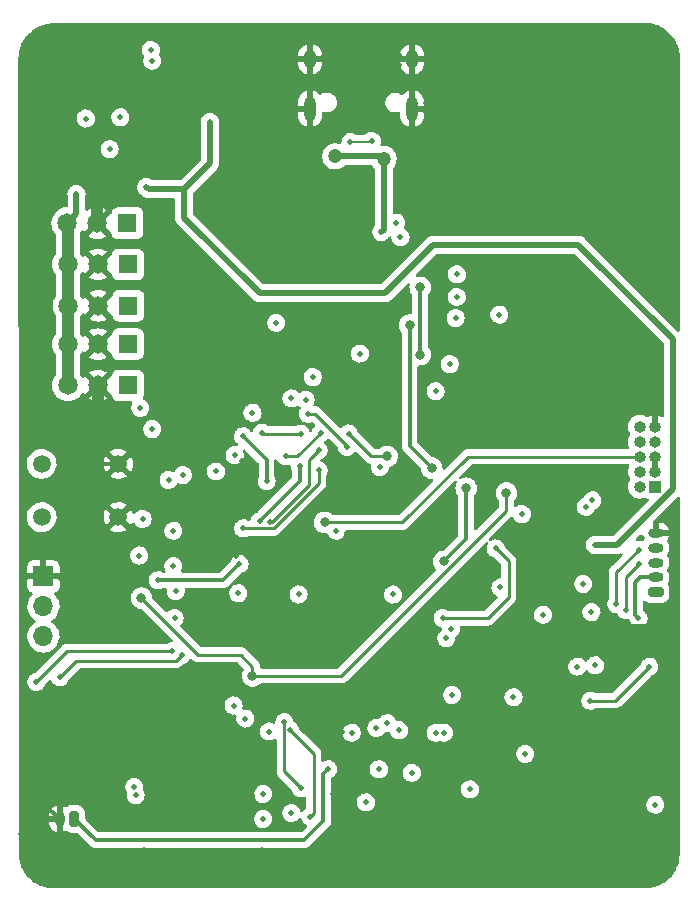
<source format=gbr>
%TF.GenerationSoftware,KiCad,Pcbnew,(5.99.0-10089-gf88d39b4f0)*%
%TF.CreationDate,2021-04-25T16:59:05+01:00*%
%TF.ProjectId,CM4,434d342e-6b69-4636-9164-5f7063625858,v01*%
%TF.SameCoordinates,Original*%
%TF.FileFunction,Copper,L4,Bot*%
%TF.FilePolarity,Positive*%
%FSLAX46Y46*%
G04 Gerber Fmt 4.6, Leading zero omitted, Abs format (unit mm)*
G04 Created by KiCad (PCBNEW (5.99.0-10089-gf88d39b4f0)) date 2021-04-25 16:59:05*
%MOMM*%
%LPD*%
G01*
G04 APERTURE LIST*
G04 Aperture macros list*
%AMRoundRect*
0 Rectangle with rounded corners*
0 $1 Rounding radius*
0 $2 $3 $4 $5 $6 $7 $8 $9 X,Y pos of 4 corners*
0 Add a 4 corners polygon primitive as box body*
4,1,4,$2,$3,$4,$5,$6,$7,$8,$9,$2,$3,0*
0 Add four circle primitives for the rounded corners*
1,1,$1+$1,$2,$3*
1,1,$1+$1,$4,$5*
1,1,$1+$1,$6,$7*
1,1,$1+$1,$8,$9*
0 Add four rect primitives between the rounded corners*
20,1,$1+$1,$2,$3,$4,$5,0*
20,1,$1+$1,$4,$5,$6,$7,0*
20,1,$1+$1,$6,$7,$8,$9,0*
20,1,$1+$1,$8,$9,$2,$3,0*%
G04 Aperture macros list end*
%TA.AperFunction,ComponentPad*%
%ADD10R,1.650000X1.650000*%
%TD*%
%TA.AperFunction,ComponentPad*%
%ADD11C,1.650000*%
%TD*%
%TA.AperFunction,ComponentPad*%
%ADD12O,1.000000X2.100000*%
%TD*%
%TA.AperFunction,ComponentPad*%
%ADD13O,1.000000X1.600000*%
%TD*%
%TA.AperFunction,ComponentPad*%
%ADD14R,1.000000X1.000000*%
%TD*%
%TA.AperFunction,ComponentPad*%
%ADD15O,1.000000X1.000000*%
%TD*%
%TA.AperFunction,ComponentPad*%
%ADD16RoundRect,0.200000X0.450000X-0.200000X0.450000X0.200000X-0.450000X0.200000X-0.450000X-0.200000X0*%
%TD*%
%TA.AperFunction,ComponentPad*%
%ADD17O,1.300000X0.800000*%
%TD*%
%TA.AperFunction,ComponentPad*%
%ADD18R,1.700000X1.700000*%
%TD*%
%TA.AperFunction,ComponentPad*%
%ADD19O,1.700000X1.700000*%
%TD*%
%TA.AperFunction,ComponentPad*%
%ADD20C,1.500000*%
%TD*%
%TA.AperFunction,ComponentPad*%
%ADD21RoundRect,0.200000X0.200000X0.450000X-0.200000X0.450000X-0.200000X-0.450000X0.200000X-0.450000X0*%
%TD*%
%TA.AperFunction,ComponentPad*%
%ADD22O,0.800000X1.300000*%
%TD*%
%TA.AperFunction,ViaPad*%
%ADD23C,0.508000*%
%TD*%
%TA.AperFunction,ViaPad*%
%ADD24C,1.200000*%
%TD*%
%TA.AperFunction,ViaPad*%
%ADD25C,0.800000*%
%TD*%
%TA.AperFunction,Conductor*%
%ADD26C,0.300000*%
%TD*%
%TA.AperFunction,Conductor*%
%ADD27C,1.000000*%
%TD*%
%TA.AperFunction,Conductor*%
%ADD28C,0.500000*%
%TD*%
%TA.AperFunction,Conductor*%
%ADD29C,0.250000*%
%TD*%
%TA.AperFunction,Conductor*%
%ADD30C,0.200000*%
%TD*%
G04 APERTURE END LIST*
D10*
%TO.P,J7,1,1*%
%TO.N,TIM1_CH3*%
X132790000Y-72450000D03*
D11*
%TO.P,J7,2,2*%
%TO.N,GND*%
X130250000Y-72450000D03*
%TO.P,J7,3,3*%
%TO.N,+5V*%
X127710000Y-72450000D03*
%TD*%
D12*
%TO.P,J2,S1,SHIELD*%
%TO.N,GND*%
X156820000Y-55770000D03*
D13*
X148180000Y-51590000D03*
X156820000Y-51590000D03*
D12*
X148180000Y-55770000D03*
%TD*%
D10*
%TO.P,J8,1,1*%
%TO.N,TIM1_CH4*%
X132750000Y-68950000D03*
D11*
%TO.P,J8,2,2*%
%TO.N,GND*%
X130210000Y-68950000D03*
%TO.P,J8,3,3*%
%TO.N,+5V*%
X127670000Y-68950000D03*
%TD*%
D10*
%TO.P,J6,1,1*%
%TO.N,TIM1_CH2*%
X132750000Y-75700000D03*
D11*
%TO.P,J6,2,2*%
%TO.N,GND*%
X130210000Y-75700000D03*
%TO.P,J6,3,3*%
%TO.N,+5V*%
X127670000Y-75700000D03*
%TD*%
D14*
%TO.P,J14,1,Pin_1*%
%TO.N,VDDLDO*%
X177370000Y-87770000D03*
D15*
%TO.P,J14,2,Pin_2*%
%TO.N,/MCU/SWDIO*%
X176100000Y-87770000D03*
%TO.P,J14,3,Pin_3*%
%TO.N,GND*%
X177370000Y-86500000D03*
%TO.P,J14,4,Pin_4*%
%TO.N,/MCU/SWCLK*%
X176100000Y-86500000D03*
%TO.P,J14,5,Pin_5*%
%TO.N,GND*%
X177370000Y-85230000D03*
%TO.P,J14,6,Pin_6*%
%TO.N,/MCU/SWO*%
X176100000Y-85230000D03*
%TO.P,J14,7,Pin_7*%
%TO.N,unconnected-(J14-Pad7)*%
X177370000Y-83960000D03*
%TO.P,J14,8,Pin_8*%
%TO.N,unconnected-(J14-Pad8)*%
X176100000Y-83960000D03*
%TO.P,J14,9,Pin_9*%
%TO.N,GND*%
X177370000Y-82690000D03*
%TO.P,J14,10,Pin_10*%
%TO.N,/MCU/NRST*%
X176100000Y-82690000D03*
%TD*%
D16*
%TO.P,J3,1,Pin_1*%
%TO.N,M8Q_NRST*%
X177450000Y-96700000D03*
D17*
%TO.P,J3,2,Pin_2*%
%TO.N,M8Q_RX*%
X177450000Y-95450000D03*
%TO.P,J3,3,Pin_3*%
%TO.N,M8Q_TX*%
X177450000Y-94200000D03*
%TO.P,J3,4,Pin_4*%
%TO.N,M8Q_PPS*%
X177450000Y-92950000D03*
%TO.P,J3,5,Pin_5*%
%TO.N,GND*%
X177450000Y-91700000D03*
%TD*%
D18*
%TO.P,J16,1,Pin_1*%
%TO.N,GND*%
X125600000Y-95375000D03*
D19*
%TO.P,J16,2,Pin_2*%
%TO.N,UART7_RX*%
X125600000Y-97915000D03*
%TO.P,J16,3,Pin_3*%
%TO.N,UART7_TX*%
X125600000Y-100455000D03*
%TD*%
D10*
%TO.P,J5,1,1*%
%TO.N,TIM1_CH1*%
X132750000Y-79200000D03*
D11*
%TO.P,J5,2,2*%
%TO.N,GND*%
X130210000Y-79200000D03*
%TO.P,J5,3,3*%
%TO.N,+5V*%
X127670000Y-79200000D03*
%TD*%
D10*
%TO.P,J12,1,1*%
%TO.N,SBUS_IN*%
X132700000Y-65450000D03*
D11*
%TO.P,J12,2,2*%
%TO.N,GND*%
X130160000Y-65450000D03*
%TO.P,J12,3,3*%
%TO.N,+5V*%
X127620000Y-65450000D03*
%TD*%
D20*
%TO.P,S1,1,1*%
%TO.N,/MCU/NRST*%
X125450000Y-90350000D03*
%TO.P,S1,2,2*%
%TO.N,GND*%
X131950000Y-90350000D03*
%TO.P,S1,3,3*%
X131950000Y-85850000D03*
%TO.P,S1,4,4*%
%TO.N,/MCU/NRST*%
X125450000Y-85850000D03*
%TD*%
D21*
%TO.P,J9,1,Pin_1*%
%TO.N,ANALOG_IN*%
X128225000Y-115900000D03*
D22*
%TO.P,J9,2,Pin_2*%
%TO.N,GND*%
X126975000Y-115900000D03*
%TD*%
D23*
%TO.N,GND*%
X169400000Y-109400000D03*
X136600000Y-97900000D03*
X135800000Y-96600000D03*
X136500000Y-93500000D03*
X133300000Y-95000000D03*
D24*
X147600000Y-73000000D03*
D23*
X144100000Y-118500000D03*
D24*
X131500000Y-93700000D03*
D23*
X161000000Y-114500000D03*
X142100000Y-98000000D03*
D24*
X177900000Y-117800000D03*
D23*
X176300000Y-92100000D03*
D24*
X130300000Y-81700000D03*
X162900000Y-120200000D03*
D23*
X159300000Y-49500000D03*
X156300000Y-57900000D03*
D24*
X172000000Y-50800000D03*
D23*
X142000000Y-98800000D03*
X130400000Y-85900000D03*
X142400000Y-85600000D03*
X126200000Y-113700000D03*
X145300000Y-115000000D03*
X146000000Y-116700000D03*
X127300000Y-83000000D03*
X150900000Y-108500000D03*
X155600000Y-86000000D03*
X131500000Y-109000000D03*
X136700000Y-69600000D03*
X136500000Y-106800000D03*
D24*
X136200000Y-73400000D03*
X141800000Y-73800000D03*
X148300000Y-100900000D03*
D23*
X155700000Y-51200000D03*
X174100000Y-117600000D03*
D24*
X130900000Y-112300000D03*
D23*
X165700000Y-104600000D03*
X148200000Y-79500000D03*
X157900000Y-56000000D03*
D24*
X171800000Y-59100000D03*
D23*
X135400000Y-58000000D03*
X177400000Y-81500000D03*
D24*
X175800000Y-59300000D03*
D23*
X153600000Y-81700000D03*
X164100000Y-78500000D03*
X144000000Y-57400000D03*
D24*
X165300000Y-108400000D03*
D23*
X174100000Y-118500000D03*
D24*
X131800000Y-120100000D03*
X175900000Y-54700000D03*
D23*
X126400000Y-60200000D03*
X165700000Y-91200000D03*
X137200000Y-110100000D03*
X176200000Y-112800000D03*
X144700000Y-49400000D03*
X160000000Y-49500000D03*
X141400000Y-50000000D03*
X167500000Y-96900000D03*
X136400000Y-106100000D03*
X145800000Y-49300000D03*
D24*
X130900000Y-50800000D03*
D23*
X168300000Y-117400000D03*
D24*
X147900000Y-105700000D03*
D23*
X178000000Y-99600000D03*
X167700000Y-100300000D03*
X162700000Y-113400000D03*
X142400000Y-66400000D03*
D24*
X175900000Y-107000000D03*
D23*
X174100000Y-116900000D03*
D24*
X144800000Y-100600000D03*
X140800000Y-71700000D03*
X129400000Y-108300000D03*
D23*
X141900000Y-93600000D03*
X128400000Y-111600000D03*
D24*
X163000000Y-83500000D03*
X167900000Y-54700000D03*
X158600000Y-62100000D03*
D23*
X134600000Y-58100000D03*
D24*
X154500000Y-119400000D03*
D23*
X134100000Y-120000000D03*
X143300000Y-113900000D03*
X146700000Y-119200000D03*
D24*
X132200000Y-115700000D03*
D23*
X131500000Y-104500000D03*
D24*
X156100000Y-94000000D03*
D23*
X171900000Y-109100000D03*
X152500000Y-78700000D03*
D24*
X163800000Y-54600000D03*
D23*
X167100000Y-93300000D03*
D24*
X176000000Y-50900000D03*
D23*
X146600000Y-55700000D03*
X154500000Y-77600000D03*
D24*
X168100000Y-50800000D03*
X153000000Y-93600000D03*
X172200000Y-54600000D03*
D23*
X168200000Y-118800000D03*
D24*
X174700000Y-67700000D03*
D23*
X154700000Y-82500000D03*
X132200000Y-105700000D03*
D24*
X143400000Y-77500000D03*
D23*
X144000000Y-61700000D03*
X149300000Y-51400000D03*
X178500000Y-114500000D03*
D24*
X162500000Y-59100000D03*
D23*
X156800000Y-58300000D03*
D24*
X163800000Y-50800000D03*
D23*
X149300000Y-50600000D03*
X164800000Y-100600000D03*
X164200000Y-116000000D03*
X141200000Y-114700000D03*
X144000000Y-59600000D03*
X157700000Y-115900000D03*
D24*
X167900000Y-82000000D03*
D23*
X130500000Y-90300000D03*
X126600000Y-57700000D03*
X150100000Y-113800000D03*
D24*
X167300000Y-59200000D03*
D23*
X148300000Y-57600000D03*
X134100000Y-118500000D03*
X155700000Y-52100000D03*
D24*
X126300000Y-50700000D03*
D23*
X142200000Y-50000000D03*
X125000000Y-111800000D03*
D24*
X165600000Y-70400000D03*
D23*
X158000000Y-55300000D03*
D24*
X129400000Y-105400000D03*
X148400000Y-61600000D03*
D23*
X141900000Y-99300000D03*
X174100000Y-119300000D03*
X152800000Y-79800000D03*
X130200000Y-63800000D03*
X127100000Y-95600000D03*
D24*
X126100000Y-54800000D03*
D23*
X140200000Y-81700000D03*
D24*
X124000000Y-117200000D03*
D23*
X131500000Y-108300000D03*
X173700000Y-99600000D03*
X164200000Y-75400000D03*
X146600000Y-56300000D03*
X134900000Y-100400000D03*
D24*
X131400000Y-54400000D03*
D23*
X151300000Y-91700000D03*
D24*
X172000000Y-74300000D03*
D23*
X148800000Y-58200000D03*
X168300000Y-118100000D03*
%TO.N,+5V*%
X172300000Y-92700000D03*
X128400000Y-63000000D03*
X134300000Y-62400000D03*
X139700000Y-56900000D03*
X143900000Y-71400000D03*
%TO.N,/MCU/VBAT*%
X142200000Y-94300000D03*
X135300000Y-95700000D03*
%TO.N,VCAP*%
X144500000Y-87300000D03*
X159400000Y-98900000D03*
X142500000Y-83500000D03*
X163900000Y-93000000D03*
D25*
%TO.N,/MCU/NRST*%
X143300000Y-103800000D03*
X133900000Y-97200000D03*
X164800000Y-88300000D03*
D23*
%TO.N,/MCU/LED_D*%
X127000000Y-103900000D03*
X137300000Y-102000000D03*
%TO.N,/MCU/LED_C*%
X136500000Y-101700000D03*
X125000000Y-104312500D03*
D24*
%TO.N,VCC*%
X150300000Y-59800000D03*
X154400000Y-60000000D03*
D23*
X154200000Y-66200000D03*
%TO.N,VDDLDO*%
X134800000Y-51700000D03*
X156800000Y-112000000D03*
X166100000Y-90100000D03*
X131200000Y-59200000D03*
X136800000Y-96600000D03*
X136700000Y-98900000D03*
X161700000Y-113400000D03*
X167900000Y-98600000D03*
X171300000Y-96000000D03*
X134000000Y-90500000D03*
X148400000Y-78500000D03*
X133300000Y-113200000D03*
X158800000Y-108600000D03*
X146600000Y-80300000D03*
X160500000Y-73500000D03*
X136600000Y-94500000D03*
X160000000Y-77400000D03*
X172300000Y-102900000D03*
X160600000Y-69800000D03*
X133700000Y-93600000D03*
X129200000Y-56600000D03*
X177400000Y-114700000D03*
X159500000Y-108600000D03*
X141700000Y-106300000D03*
X141800000Y-85100000D03*
X152900000Y-114500000D03*
X160600000Y-71700000D03*
X136200000Y-87200000D03*
X154000000Y-111700000D03*
X133400000Y-113900000D03*
X151700000Y-108600000D03*
D25*
X154700000Y-85200000D03*
D23*
X144200000Y-113800000D03*
X140200000Y-86480000D03*
X158800000Y-79700000D03*
X166400000Y-110400000D03*
X164200000Y-73200000D03*
X172000000Y-98400000D03*
X170800000Y-103000000D03*
X151441100Y-83269269D03*
X142100000Y-96800000D03*
X160100000Y-99800000D03*
X147800000Y-80400000D03*
X145300000Y-73900000D03*
X143300000Y-81500000D03*
X144200000Y-115900000D03*
X152400000Y-76500000D03*
X150400000Y-91500000D03*
X160200000Y-105400000D03*
X144700000Y-108500000D03*
X146600000Y-115400000D03*
X132100000Y-56500000D03*
X154100000Y-86100000D03*
X159700000Y-100600000D03*
X165400000Y-105600000D03*
X134700000Y-50800000D03*
X133800000Y-81100000D03*
X136600000Y-91500000D03*
%TO.N,I2C1_SCL*%
X149100000Y-83200000D03*
X146100000Y-85200000D03*
%TO.N,I2C1_SDA*%
X144100000Y-83200000D03*
X147374596Y-83274596D03*
%TO.N,LSM9DS1_CS_M*%
X148000000Y-81600000D03*
X151300000Y-84400000D03*
D25*
%TO.N,/MCU/SWO*%
X149400000Y-90800000D03*
%TO.N,/MCU/SDMMC_D3*%
X158476900Y-86200000D03*
X156600000Y-74100000D03*
%TO.N,/MCU/SDMMC_D2*%
X157500000Y-76600000D03*
X157500000Y-70900000D03*
D23*
%TO.N,TIM1_CH1*%
X137400000Y-86800000D03*
X147200000Y-96900000D03*
X164300000Y-96300000D03*
X155200000Y-96900000D03*
D25*
%TO.N,/MCU/SDMMC_D1*%
X161400000Y-87900000D03*
X159500000Y-94100000D03*
D23*
%TO.N,M8Q_PPS*%
X176000000Y-93100000D03*
X174100000Y-97700000D03*
%TO.N,M8Q_TX*%
X176900000Y-103000000D03*
X174900000Y-98200000D03*
X176000000Y-94300000D03*
X171900000Y-105900000D03*
%TO.N,M8Q_RX*%
X175982529Y-98917471D03*
%TO.N,TIM1_CH4*%
X155700000Y-108400000D03*
%TO.N,TIM1_CH3*%
X154700000Y-107800000D03*
%TO.N,TIM1_CH2*%
X153800000Y-108200000D03*
%TO.N,/Power/USB_D+*%
X171532006Y-89467994D03*
X155832006Y-66632006D03*
%TO.N,/Power/USB_D-*%
X151600000Y-58600000D03*
X172067994Y-88932006D03*
X153400000Y-58500000D03*
X155482361Y-65417639D03*
%TO.N,SPI1_MISO*%
X146500000Y-108400000D03*
X148200000Y-115700000D03*
%TO.N,SPI1_SCK*%
X146000000Y-107700000D03*
X147400000Y-113300000D03*
%TO.N,ANALOG_IN*%
X149700000Y-111700000D03*
%TO.N,SBUS_RX*%
X142700000Y-107400000D03*
X134800000Y-82900000D03*
%TO.N,LSM9DS1_SDO_AG*%
X144800000Y-90769100D03*
X148900000Y-84700000D03*
%TO.N,LSM9DS1_CS_AG*%
X142500000Y-91300000D03*
X148900000Y-86400000D03*
%TO.N,LSM9DS1_SDO_M*%
X147300000Y-86000000D03*
X143900000Y-90700000D03*
%TD*%
D26*
%TO.N,GND*%
X126200000Y-115125000D02*
X126200000Y-113700000D01*
D27*
X130160000Y-63840000D02*
X130200000Y-63800000D01*
D26*
X131950000Y-85850000D02*
X130450000Y-85850000D01*
X126975000Y-115900000D02*
X126200000Y-115125000D01*
X148180000Y-55770000D02*
X146670000Y-55770000D01*
X130450000Y-85850000D02*
X130400000Y-85900000D01*
X146670000Y-55770000D02*
X146600000Y-55700000D01*
X148180000Y-55770000D02*
X147130000Y-55770000D01*
X173700000Y-99600000D02*
X178000000Y-99600000D01*
D27*
X130210000Y-79200000D02*
X130210000Y-81610000D01*
X130210000Y-81610000D02*
X130300000Y-81700000D01*
D26*
X147130000Y-55770000D02*
X146600000Y-56300000D01*
D27*
X130160000Y-65450000D02*
X130160000Y-63840000D01*
D28*
%TO.N,+5V*%
X170900000Y-67300000D02*
X158600000Y-67300000D01*
X134300000Y-62400000D02*
X134500000Y-62600000D01*
X143900000Y-71400000D02*
X137500000Y-65000000D01*
X136300000Y-62600000D02*
X137500000Y-62600000D01*
X128400000Y-63000000D02*
X128400000Y-64670000D01*
X178900000Y-87963440D02*
X178900000Y-75300000D01*
X134500000Y-62600000D02*
X136300000Y-62600000D01*
X137500000Y-65000000D02*
X137500000Y-62600000D01*
X139700000Y-60400000D02*
X139700000Y-56900000D01*
X137500000Y-62600000D02*
X139400000Y-60700000D01*
X174163440Y-92700000D02*
X178900000Y-87963440D01*
X158600000Y-67300000D02*
X154500000Y-71400000D01*
X178900000Y-75300000D02*
X170900000Y-67300000D01*
D27*
X127670000Y-79200000D02*
X127670000Y-65500000D01*
D28*
X154500000Y-71400000D02*
X143900000Y-71400000D01*
X172300000Y-92700000D02*
X174163440Y-92700000D01*
X128400000Y-64670000D02*
X127620000Y-65450000D01*
D27*
X127670000Y-65500000D02*
X127620000Y-65450000D01*
D28*
X139400000Y-60700000D02*
X139700000Y-60400000D01*
D26*
%TO.N,/MCU/VBAT*%
X140800000Y-95700000D02*
X135300000Y-95700000D01*
X142200000Y-94300000D02*
X140800000Y-95700000D01*
D29*
%TO.N,VCAP*%
X165000000Y-94100000D02*
X165000000Y-97100000D01*
X163900000Y-93000000D02*
X165000000Y-94100000D01*
D26*
X144500000Y-85500000D02*
X142500000Y-83500000D01*
D29*
X165000000Y-97100000D02*
X163200000Y-98900000D01*
D26*
X144500000Y-87300000D02*
X144500000Y-85500000D01*
D29*
X163200000Y-98900000D02*
X159400000Y-98900000D01*
%TO.N,/MCU/NRST*%
X133900000Y-97200000D02*
X138700000Y-102000000D01*
X150801829Y-103800000D02*
X143300000Y-103800000D01*
X142300000Y-102000000D02*
X143300000Y-103000000D01*
X138700000Y-102000000D02*
X142300000Y-102000000D01*
X164800000Y-89801829D02*
X150801829Y-103800000D01*
X164800000Y-88300000D02*
X164800000Y-89801829D01*
X143300000Y-103000000D02*
X143300000Y-103800000D01*
%TO.N,/MCU/LED_D*%
X136800000Y-102500000D02*
X137300000Y-102000000D01*
X128400000Y-102500000D02*
X136800000Y-102500000D01*
X127000000Y-103900000D02*
X128400000Y-102500000D01*
%TO.N,/MCU/LED_C*%
X136500000Y-101700000D02*
X127612500Y-101700000D01*
X126200000Y-103112500D02*
X125000000Y-104312500D01*
X127612500Y-101700000D02*
X126200000Y-103112500D01*
D28*
%TO.N,VCC*%
X154400000Y-60000000D02*
X154400000Y-66000000D01*
X154200000Y-59800000D02*
X150300000Y-59800000D01*
X154400000Y-60000000D02*
X154200000Y-59800000D01*
X154400000Y-66000000D02*
X154200000Y-66200000D01*
D29*
%TO.N,/Power/+3.3V*%
X151441100Y-83269269D02*
X153371831Y-85200000D01*
X153371831Y-85200000D02*
X154700000Y-85200000D01*
%TO.N,I2C1_SCL*%
X147100000Y-85200000D02*
X149100000Y-83200000D01*
X146100000Y-85200000D02*
X147100000Y-85200000D01*
%TO.N,I2C1_SDA*%
X144174596Y-83274596D02*
X147374596Y-83274596D01*
X144100000Y-83200000D02*
X144174596Y-83274596D01*
%TO.N,LSM9DS1_CS_M*%
X151300000Y-84300000D02*
X150100000Y-83100000D01*
X150100000Y-83100000D02*
X148600000Y-81600000D01*
X151300000Y-84400000D02*
X151300000Y-84300000D01*
X148600000Y-81600000D02*
X148000000Y-81600000D01*
%TO.N,/MCU/SWO*%
X149400000Y-90800000D02*
X156000000Y-90800000D01*
X161570000Y-85230000D02*
X176100000Y-85230000D01*
X156000000Y-90800000D02*
X161570000Y-85230000D01*
D26*
%TO.N,/MCU/SDMMC_D3*%
X156600000Y-84300000D02*
X156600000Y-74100000D01*
X158476900Y-86176900D02*
X156600000Y-84300000D01*
X158476900Y-86200000D02*
X158476900Y-86176900D01*
%TO.N,/MCU/SDMMC_D2*%
X157500000Y-70900000D02*
X157500000Y-76600000D01*
%TO.N,/MCU/SDMMC_D1*%
X161400000Y-87900000D02*
X161400000Y-92200000D01*
X161400000Y-92200000D02*
X159500000Y-94100000D01*
D29*
%TO.N,M8Q_PPS*%
X174100000Y-95000000D02*
X176000000Y-93100000D01*
X174100000Y-97700000D02*
X174100000Y-95000000D01*
%TO.N,M8Q_TX*%
X174900000Y-95400000D02*
X176000000Y-94300000D01*
X174900000Y-98200000D02*
X174900000Y-95400000D01*
X174000000Y-105900000D02*
X176900000Y-103000000D01*
X171900000Y-105900000D02*
X174000000Y-105900000D01*
D26*
%TO.N,M8Q_RX*%
X175700000Y-95900000D02*
X176150000Y-95450000D01*
X176150000Y-95450000D02*
X177450000Y-95450000D01*
X175982529Y-98917471D02*
X175700000Y-98634942D01*
X175700000Y-98634942D02*
X175700000Y-95900000D01*
D30*
%TO.N,/Power/USB_D-*%
X151600000Y-58600000D02*
X153300000Y-58600000D01*
X153300000Y-58600000D02*
X153400000Y-58500000D01*
D29*
%TO.N,SPI1_MISO*%
X148500000Y-115400000D02*
X148200000Y-115700000D01*
X146500000Y-108400000D02*
X148500000Y-110400000D01*
X148500000Y-115100000D02*
X148500000Y-115400000D01*
X148500000Y-110400000D02*
X148500000Y-115100000D01*
%TO.N,SPI1_SCK*%
X146000000Y-107700000D02*
X145969089Y-107730911D01*
X145969089Y-107730911D02*
X145969089Y-111869089D01*
X145969089Y-111869089D02*
X147400000Y-113300000D01*
D26*
%TO.N,ANALOG_IN*%
X147700000Y-117700000D02*
X130025000Y-117700000D01*
X149700000Y-111700000D02*
X149300000Y-112100000D01*
X149300000Y-112100000D02*
X149300000Y-116100000D01*
X149300000Y-116100000D02*
X147700000Y-117700000D01*
X130025000Y-117700000D02*
X128225000Y-115900000D01*
D29*
%TO.N,LSM9DS1_SDO_AG*%
X148100000Y-87600000D02*
X144930900Y-90769100D01*
X144930900Y-90769100D02*
X144800000Y-90769100D01*
X148900000Y-84700000D02*
X148100000Y-85500000D01*
X148100000Y-85500000D02*
X148100000Y-87600000D01*
%TO.N,LSM9DS1_CS_AG*%
X148900000Y-86400000D02*
X148900000Y-87500000D01*
X148900000Y-87500000D02*
X145100000Y-91300000D01*
X145100000Y-91300000D02*
X142500000Y-91300000D01*
D26*
%TO.N,LSM9DS1_SDO_M*%
X143900000Y-90700000D02*
X147300000Y-87300000D01*
X147300000Y-87300000D02*
X147300000Y-86000000D01*
%TD*%
%TA.AperFunction,Conductor*%
%TO.N,GND*%
G36*
X176464570Y-48509797D02*
G01*
X176480457Y-48512477D01*
X176485323Y-48512538D01*
X176485329Y-48512539D01*
X176631012Y-48514379D01*
X176636045Y-48514543D01*
X176707829Y-48518322D01*
X176714400Y-48518842D01*
X176829480Y-48530994D01*
X176957391Y-48544500D01*
X176963958Y-48545368D01*
X177004043Y-48551746D01*
X177017278Y-48553852D01*
X177023771Y-48555061D01*
X177262739Y-48606095D01*
X177269159Y-48607644D01*
X177321281Y-48621677D01*
X177327612Y-48623561D01*
X177559941Y-48699420D01*
X177566138Y-48701626D01*
X177584262Y-48708618D01*
X177616474Y-48721046D01*
X177622590Y-48723592D01*
X177808444Y-48806767D01*
X177845628Y-48823408D01*
X177851605Y-48826274D01*
X177899630Y-48850876D01*
X177905444Y-48854050D01*
X178116766Y-48976733D01*
X178122409Y-48980211D01*
X178167588Y-49009721D01*
X178173038Y-49013489D01*
X178370276Y-49157661D01*
X178375521Y-49161710D01*
X178417371Y-49195816D01*
X178422390Y-49200131D01*
X178603426Y-49364242D01*
X178608194Y-49368798D01*
X178646232Y-49407111D01*
X178650776Y-49411935D01*
X178813584Y-49594156D01*
X178817866Y-49599211D01*
X178851641Y-49641269D01*
X178855644Y-49646532D01*
X178998415Y-49844837D01*
X179002123Y-49850282D01*
X179031348Y-49895737D01*
X179034764Y-49901371D01*
X179155913Y-50113555D01*
X179159044Y-50119390D01*
X179175910Y-50152907D01*
X179183308Y-50167610D01*
X179186130Y-50173606D01*
X179277016Y-50380675D01*
X179284327Y-50397333D01*
X179286824Y-50403455D01*
X179302206Y-50444197D01*
X179305893Y-50453962D01*
X179308069Y-50460221D01*
X179382227Y-50693011D01*
X179384072Y-50699375D01*
X179397728Y-50751590D01*
X179399233Y-50758032D01*
X179410364Y-50812055D01*
X179448542Y-50997350D01*
X179449708Y-51003870D01*
X179457811Y-51057272D01*
X179458628Y-51063814D01*
X179464176Y-51120242D01*
X179482533Y-51306972D01*
X179483007Y-51313580D01*
X179486270Y-51385396D01*
X179486398Y-51390414D01*
X179487197Y-51537696D01*
X179487856Y-51542124D01*
X179490629Y-51560768D01*
X179492000Y-51579307D01*
X179492000Y-74515129D01*
X179471998Y-74583250D01*
X179418342Y-74629743D01*
X179348068Y-74639847D01*
X179283488Y-74610353D01*
X179276905Y-74604224D01*
X171483003Y-66810322D01*
X171470615Y-66795908D01*
X171458389Y-66779294D01*
X171419650Y-66746382D01*
X171412133Y-66739452D01*
X171406016Y-66733335D01*
X171403143Y-66731062D01*
X171403134Y-66731054D01*
X171382657Y-66714854D01*
X171379253Y-66712063D01*
X171329206Y-66669545D01*
X171329204Y-66669544D01*
X171323624Y-66664803D01*
X171317106Y-66661475D01*
X171312081Y-66658123D01*
X171306936Y-66654946D01*
X171301198Y-66650406D01*
X171273989Y-66637689D01*
X171235095Y-66619511D01*
X171231145Y-66617580D01*
X171172655Y-66587714D01*
X171172653Y-66587713D01*
X171166135Y-66584385D01*
X171159028Y-66582646D01*
X171153377Y-66580544D01*
X171147627Y-66578631D01*
X171140998Y-66575533D01*
X171133838Y-66574044D01*
X171133827Y-66574040D01*
X171069507Y-66560661D01*
X171065220Y-66559691D01*
X170999828Y-66543690D01*
X170999822Y-66543689D01*
X170994370Y-66542355D01*
X170988766Y-66542007D01*
X170988764Y-66542007D01*
X170981976Y-66541586D01*
X170978579Y-66541329D01*
X170975039Y-66541013D01*
X170967871Y-66539522D01*
X170960554Y-66539720D01*
X170947733Y-66540067D01*
X170901103Y-66541329D01*
X170896484Y-66541454D01*
X170893075Y-66541500D01*
X158665994Y-66541500D01*
X158647044Y-66540067D01*
X158633881Y-66538064D01*
X158633875Y-66538064D01*
X158626646Y-66536964D01*
X158619354Y-66537557D01*
X158619351Y-66537557D01*
X158575981Y-66541085D01*
X158565766Y-66541500D01*
X158557114Y-66541500D01*
X158553478Y-66541924D01*
X158553476Y-66541924D01*
X158549780Y-66542355D01*
X158527506Y-66544952D01*
X158523186Y-66545379D01*
X158450396Y-66551300D01*
X158443437Y-66553555D01*
X158437539Y-66554733D01*
X158431628Y-66556131D01*
X158424357Y-66556978D01*
X158355747Y-66581882D01*
X158351616Y-66583300D01*
X158317694Y-66594290D01*
X158289130Y-66603543D01*
X158289128Y-66603544D01*
X158282170Y-66605798D01*
X158275916Y-66609593D01*
X158270438Y-66612101D01*
X158265019Y-66614815D01*
X158258136Y-66617313D01*
X158252016Y-66621326D01*
X158252015Y-66621326D01*
X158241657Y-66628117D01*
X158197077Y-66657345D01*
X158193388Y-66659672D01*
X158179749Y-66667949D01*
X158135792Y-66694622D01*
X158135788Y-66694625D01*
X158130994Y-66697534D01*
X158122622Y-66704928D01*
X158121690Y-66705751D01*
X158119106Y-66707972D01*
X158116376Y-66710255D01*
X158110253Y-66714269D01*
X158105218Y-66719584D01*
X158061123Y-66766132D01*
X158058745Y-66768574D01*
X154222724Y-70604595D01*
X154160412Y-70638621D01*
X154133629Y-70641500D01*
X144266371Y-70641500D01*
X144198250Y-70621498D01*
X144177276Y-70604595D01*
X138295405Y-64722724D01*
X138261379Y-64660412D01*
X138258500Y-64633629D01*
X138258500Y-62966371D01*
X138278502Y-62898250D01*
X138295405Y-62877276D01*
X140189678Y-60983003D01*
X140204089Y-60970618D01*
X140220706Y-60958389D01*
X140253618Y-60919649D01*
X140260548Y-60912133D01*
X140266665Y-60906016D01*
X140268938Y-60903143D01*
X140268946Y-60903134D01*
X140285146Y-60882657D01*
X140287937Y-60879253D01*
X140330455Y-60829206D01*
X140330456Y-60829204D01*
X140335197Y-60823624D01*
X140338525Y-60817106D01*
X140341877Y-60812081D01*
X140345054Y-60806936D01*
X140349594Y-60801198D01*
X140380489Y-60735095D01*
X140382420Y-60731145D01*
X140412286Y-60672655D01*
X140412287Y-60672653D01*
X140415615Y-60666135D01*
X140417354Y-60659028D01*
X140419456Y-60653377D01*
X140421369Y-60647627D01*
X140424467Y-60640998D01*
X140425956Y-60633838D01*
X140425960Y-60633827D01*
X140439339Y-60569507D01*
X140440309Y-60565220D01*
X140456310Y-60499828D01*
X140456311Y-60499822D01*
X140457645Y-60494370D01*
X140458414Y-60481976D01*
X140458671Y-60478579D01*
X140458987Y-60475039D01*
X140460478Y-60467871D01*
X140458546Y-60396483D01*
X140458500Y-60393075D01*
X140458500Y-59902855D01*
X149191261Y-59902855D01*
X149230713Y-60110657D01*
X149308748Y-60307249D01*
X149422550Y-60485539D01*
X149500080Y-60567381D01*
X149546808Y-60616708D01*
X149568013Y-60639093D01*
X149572878Y-60642583D01*
X149572881Y-60642585D01*
X149632768Y-60685539D01*
X149739887Y-60762370D01*
X149809728Y-60794567D01*
X149903656Y-60837868D01*
X149931972Y-60850922D01*
X149937788Y-60852356D01*
X149937791Y-60852357D01*
X150032597Y-60875731D01*
X150137337Y-60901555D01*
X150143327Y-60901864D01*
X150143329Y-60901864D01*
X150217698Y-60905696D01*
X150348570Y-60912440D01*
X150354505Y-60911611D01*
X150354509Y-60911611D01*
X150510543Y-60889820D01*
X150558051Y-60883186D01*
X150758221Y-60814848D01*
X150941857Y-60709891D01*
X151056861Y-60611147D01*
X151082768Y-60588903D01*
X151147482Y-60559703D01*
X151164849Y-60558500D01*
X153372407Y-60558500D01*
X153440528Y-60578502D01*
X153478615Y-60616708D01*
X153519324Y-60680486D01*
X153519328Y-60680491D01*
X153522550Y-60685539D01*
X153526669Y-60689887D01*
X153606973Y-60774658D01*
X153639300Y-60837868D01*
X153641500Y-60861311D01*
X153641500Y-65633665D01*
X153621498Y-65701786D01*
X153611525Y-65715244D01*
X153561475Y-65774157D01*
X153480636Y-65932471D01*
X153478896Y-65939580D01*
X153478895Y-65939584D01*
X153448000Y-66065842D01*
X153438385Y-66105136D01*
X153438328Y-66112454D01*
X153438327Y-66112458D01*
X153438063Y-66146133D01*
X153436989Y-66282890D01*
X153476523Y-66456197D01*
X153554865Y-66615761D01*
X153559513Y-66621410D01*
X153559514Y-66621411D01*
X153622154Y-66697534D01*
X153667814Y-66753023D01*
X153714257Y-66788339D01*
X153803486Y-66856191D01*
X153803489Y-66856193D01*
X153809311Y-66860620D01*
X153815992Y-66863587D01*
X153815996Y-66863590D01*
X153965078Y-66929809D01*
X153965080Y-66929810D01*
X153971765Y-66932779D01*
X154146462Y-66965630D01*
X154153770Y-66965292D01*
X154153773Y-66965292D01*
X154316716Y-66957751D01*
X154316720Y-66957750D01*
X154324031Y-66957412D01*
X154405490Y-66934131D01*
X154487905Y-66910577D01*
X154487908Y-66910576D01*
X154494947Y-66908564D01*
X154588466Y-66856191D01*
X154643653Y-66825285D01*
X154643656Y-66825283D01*
X154650041Y-66821707D01*
X154761293Y-66719584D01*
X154775606Y-66706446D01*
X154775607Y-66706445D01*
X154780994Y-66701500D01*
X154794973Y-66680892D01*
X154810152Y-66662529D01*
X154853952Y-66618729D01*
X154916264Y-66584703D01*
X154987079Y-66589768D01*
X155043915Y-66632315D01*
X155068726Y-66698835D01*
X155068983Y-66706936D01*
X155069052Y-66707575D01*
X155068995Y-66714896D01*
X155108529Y-66888203D01*
X155111754Y-66894773D01*
X155111755Y-66894774D01*
X155141521Y-66955400D01*
X155186871Y-67047767D01*
X155191519Y-67053416D01*
X155191520Y-67053417D01*
X155257423Y-67133506D01*
X155299820Y-67185029D01*
X155383637Y-67248765D01*
X155435492Y-67288197D01*
X155435495Y-67288199D01*
X155441317Y-67292626D01*
X155447998Y-67295593D01*
X155448002Y-67295596D01*
X155597084Y-67361815D01*
X155597086Y-67361816D01*
X155603771Y-67364785D01*
X155778468Y-67397636D01*
X155785776Y-67397298D01*
X155785779Y-67397298D01*
X155948722Y-67389757D01*
X155948726Y-67389756D01*
X155956037Y-67389418D01*
X156037496Y-67366137D01*
X156119911Y-67342583D01*
X156119914Y-67342582D01*
X156126953Y-67340570D01*
X156220472Y-67288197D01*
X156275659Y-67257291D01*
X156275662Y-67257289D01*
X156282047Y-67253713D01*
X156413000Y-67133506D01*
X156512787Y-66986398D01*
X156576055Y-66820279D01*
X156580706Y-66785192D01*
X156598899Y-66647925D01*
X156598899Y-66647923D01*
X156599411Y-66644061D01*
X156599506Y-66632006D01*
X156598261Y-66621326D01*
X156579769Y-66462713D01*
X156579768Y-66462710D01*
X156578921Y-66455443D01*
X156559231Y-66401197D01*
X156520765Y-66295227D01*
X156520765Y-66295226D01*
X156518269Y-66288351D01*
X156509888Y-66275567D01*
X156424817Y-66145812D01*
X156424816Y-66145811D01*
X156420805Y-66139693D01*
X156291757Y-66017445D01*
X156285427Y-66013768D01*
X156285420Y-66013763D01*
X156196914Y-65962354D01*
X156148056Y-65910843D01*
X156134802Y-65841095D01*
X156155926Y-65782670D01*
X156159032Y-65778092D01*
X156159036Y-65778084D01*
X156163142Y-65772031D01*
X156226410Y-65605912D01*
X156235143Y-65540027D01*
X156249254Y-65433558D01*
X156249254Y-65433556D01*
X156249766Y-65429694D01*
X156249861Y-65417639D01*
X156249408Y-65413750D01*
X156230124Y-65248346D01*
X156230123Y-65248343D01*
X156229276Y-65241076D01*
X156220745Y-65217572D01*
X156171120Y-65080860D01*
X156171120Y-65080859D01*
X156168624Y-65073984D01*
X156148236Y-65042886D01*
X156075172Y-64931445D01*
X156075171Y-64931444D01*
X156071160Y-64925326D01*
X155942112Y-64803078D01*
X155788401Y-64713795D01*
X155618274Y-64662269D01*
X155440856Y-64651262D01*
X155305837Y-64674463D01*
X155235314Y-64666286D01*
X155180406Y-64621280D01*
X155158500Y-64550283D01*
X155158500Y-60867611D01*
X155178502Y-60799490D01*
X155193712Y-60780241D01*
X155197782Y-60776011D01*
X155202334Y-60772103D01*
X155333860Y-60606456D01*
X155353136Y-60569507D01*
X155401196Y-60477380D01*
X155431690Y-60418926D01*
X155492294Y-60216280D01*
X155513485Y-60005830D01*
X155513500Y-60000000D01*
X155499780Y-59856191D01*
X155493981Y-59795416D01*
X155493411Y-59789442D01*
X155442459Y-59615761D01*
X155435557Y-59592235D01*
X155435556Y-59592233D01*
X155433869Y-59586482D01*
X155413819Y-59547552D01*
X155339768Y-59403773D01*
X155339766Y-59403770D01*
X155337022Y-59398442D01*
X155206365Y-59232109D01*
X155178760Y-59208154D01*
X155051144Y-59097413D01*
X155051139Y-59097409D01*
X155046613Y-59093482D01*
X154863529Y-58987566D01*
X154747187Y-58947165D01*
X154669393Y-58920150D01*
X154669390Y-58920149D01*
X154663719Y-58918180D01*
X154521845Y-58897609D01*
X154460334Y-58888690D01*
X154460331Y-58888690D01*
X154454394Y-58887829D01*
X154253089Y-58897147D01*
X154184116Y-58880316D01*
X154135192Y-58828868D01*
X154121850Y-58759136D01*
X154129513Y-58726439D01*
X154144049Y-58688273D01*
X154164966Y-58530461D01*
X154166893Y-58515919D01*
X154166893Y-58515917D01*
X154167405Y-58512055D01*
X154167500Y-58500000D01*
X154166805Y-58494036D01*
X154147763Y-58330707D01*
X154147762Y-58330704D01*
X154146915Y-58323437D01*
X154095095Y-58180675D01*
X154088759Y-58163221D01*
X154088759Y-58163220D01*
X154086263Y-58156345D01*
X153988799Y-58007687D01*
X153859751Y-57885439D01*
X153706040Y-57796156D01*
X153535913Y-57744630D01*
X153358495Y-57733623D01*
X153351280Y-57734863D01*
X153351277Y-57734863D01*
X153190519Y-57762487D01*
X153183303Y-57763727D01*
X153019735Y-57833325D01*
X153013847Y-57837658D01*
X153013842Y-57837661D01*
X152882460Y-57934348D01*
X152882458Y-57934350D01*
X152876566Y-57938686D01*
X152871828Y-57944263D01*
X152871827Y-57944264D01*
X152869436Y-57947078D01*
X152867317Y-57948470D01*
X152866471Y-57949258D01*
X152866336Y-57949113D01*
X152810088Y-57986043D01*
X152773410Y-57991500D01*
X152104125Y-57991500D01*
X152040839Y-57974454D01*
X151997461Y-57949258D01*
X151906040Y-57896156D01*
X151735913Y-57844630D01*
X151558495Y-57833623D01*
X151551280Y-57834863D01*
X151551277Y-57834863D01*
X151390519Y-57862487D01*
X151383303Y-57863727D01*
X151219735Y-57933325D01*
X151213847Y-57937658D01*
X151213842Y-57937661D01*
X151110374Y-58013806D01*
X151076566Y-58038686D01*
X151071822Y-58044269D01*
X151071823Y-58044269D01*
X150966214Y-58168578D01*
X150966211Y-58168582D01*
X150961475Y-58174157D01*
X150880636Y-58332471D01*
X150878896Y-58339580D01*
X150878895Y-58339584D01*
X150847816Y-58466593D01*
X150838385Y-58505136D01*
X150838328Y-58512454D01*
X150838327Y-58512458D01*
X150837349Y-58637056D01*
X150816813Y-58705018D01*
X150762794Y-58751088D01*
X150692442Y-58760640D01*
X150670029Y-58755097D01*
X150563719Y-58718180D01*
X150421845Y-58697609D01*
X150360334Y-58688690D01*
X150360331Y-58688690D01*
X150354394Y-58687829D01*
X150143106Y-58697609D01*
X150011540Y-58729317D01*
X149943313Y-58745759D01*
X149943311Y-58745760D01*
X149937480Y-58747165D01*
X149932022Y-58749647D01*
X149932018Y-58749648D01*
X149863778Y-58780675D01*
X149744934Y-58834710D01*
X149572416Y-58957086D01*
X149568267Y-58961420D01*
X149568266Y-58961421D01*
X149430302Y-59105540D01*
X149430298Y-59105545D01*
X149426152Y-59109876D01*
X149422900Y-59114912D01*
X149422898Y-59114915D01*
X149360176Y-59212055D01*
X149311418Y-59287568D01*
X149232354Y-59483749D01*
X149231206Y-59489630D01*
X149231204Y-59489635D01*
X149205470Y-59621411D01*
X149191814Y-59691341D01*
X149191798Y-59697326D01*
X149191798Y-59697330D01*
X149191542Y-59795416D01*
X149191261Y-59902855D01*
X140458500Y-59902855D01*
X140458500Y-56987558D01*
X140459592Y-56971003D01*
X140466893Y-56915919D01*
X140466893Y-56915917D01*
X140467405Y-56912055D01*
X140467500Y-56900000D01*
X140465975Y-56886916D01*
X140447763Y-56730707D01*
X140447762Y-56730704D01*
X140446915Y-56723437D01*
X140400698Y-56596111D01*
X140388759Y-56563221D01*
X140388759Y-56563220D01*
X140386263Y-56556345D01*
X140357226Y-56512055D01*
X140292811Y-56413806D01*
X140292810Y-56413805D01*
X140288799Y-56407687D01*
X140159751Y-56285439D01*
X140006040Y-56196156D01*
X139835913Y-56144630D01*
X139658495Y-56133623D01*
X139651280Y-56134863D01*
X139651277Y-56134863D01*
X139490519Y-56162487D01*
X139483303Y-56163727D01*
X139476568Y-56166593D01*
X139476567Y-56166593D01*
X139443472Y-56180675D01*
X139319735Y-56233325D01*
X139313847Y-56237658D01*
X139313842Y-56237661D01*
X139197287Y-56323437D01*
X139176566Y-56338686D01*
X139171822Y-56344269D01*
X139171823Y-56344269D01*
X139066214Y-56468578D01*
X139066211Y-56468582D01*
X139061475Y-56474157D01*
X138980636Y-56632471D01*
X138978896Y-56639580D01*
X138978895Y-56639584D01*
X138952107Y-56749059D01*
X138938385Y-56805136D01*
X138938328Y-56812454D01*
X138938327Y-56812458D01*
X138937932Y-56862768D01*
X138936989Y-56982890D01*
X138938618Y-56990031D01*
X138939408Y-56997304D01*
X138939300Y-56997316D01*
X138941500Y-57016853D01*
X138941500Y-60033629D01*
X138921498Y-60101750D01*
X138904595Y-60122724D01*
X137222724Y-61804595D01*
X137160412Y-61838621D01*
X137133629Y-61841500D01*
X134869136Y-61841500D01*
X134801015Y-61821498D01*
X134782484Y-61806973D01*
X134765068Y-61790475D01*
X134765064Y-61790472D01*
X134759751Y-61785439D01*
X134753425Y-61781764D01*
X134753423Y-61781763D01*
X134706060Y-61754252D01*
X134706387Y-61753689D01*
X134704571Y-61753074D01*
X134701198Y-61750406D01*
X134694573Y-61747310D01*
X134692991Y-61746333D01*
X134687337Y-61743378D01*
X134606040Y-61696156D01*
X134546614Y-61678158D01*
X134546807Y-61677520D01*
X134544874Y-61677345D01*
X134540998Y-61675533D01*
X134533825Y-61674041D01*
X134532055Y-61673452D01*
X134525896Y-61671882D01*
X134442922Y-61646752D01*
X134442916Y-61646751D01*
X134435913Y-61644630D01*
X134373946Y-61640786D01*
X134373987Y-61640126D01*
X134372069Y-61640395D01*
X134367871Y-61639522D01*
X134360554Y-61639720D01*
X134358708Y-61639555D01*
X134352319Y-61639443D01*
X134265807Y-61634076D01*
X134265802Y-61634076D01*
X134258495Y-61633623D01*
X134251279Y-61634863D01*
X134251277Y-61634863D01*
X134197301Y-61644138D01*
X134197191Y-61643496D01*
X134195404Y-61644189D01*
X134191103Y-61644306D01*
X134184029Y-61646182D01*
X134182190Y-61646447D01*
X134175958Y-61647806D01*
X134090518Y-61662487D01*
X134090516Y-61662488D01*
X134083303Y-61663727D01*
X134076568Y-61666593D01*
X134076567Y-61666593D01*
X134051627Y-61677205D01*
X134026170Y-61688037D01*
X134025911Y-61687429D01*
X134024320Y-61688527D01*
X134020177Y-61689626D01*
X134013724Y-61693079D01*
X134011997Y-61693759D01*
X134006245Y-61696515D01*
X133919735Y-61733325D01*
X133869723Y-61770130D01*
X133869336Y-61769604D01*
X133868048Y-61771026D01*
X133864260Y-61773053D01*
X133858771Y-61777901D01*
X133857239Y-61778966D01*
X133852296Y-61782955D01*
X133776566Y-61838686D01*
X133736364Y-61886007D01*
X133735860Y-61885578D01*
X133734929Y-61887274D01*
X133731718Y-61890110D01*
X133727494Y-61896088D01*
X133726254Y-61897469D01*
X133722343Y-61902511D01*
X133666214Y-61968578D01*
X133666211Y-61968582D01*
X133661475Y-61974157D01*
X133633237Y-62029457D01*
X133632649Y-62029157D01*
X133632134Y-62031018D01*
X133629660Y-62034519D01*
X133626924Y-62041307D01*
X133626035Y-62042938D01*
X133623393Y-62048736D01*
X133580636Y-62132471D01*
X133565878Y-62192781D01*
X133565243Y-62192626D01*
X133565166Y-62194549D01*
X133563560Y-62198533D01*
X133562460Y-62205764D01*
X133561969Y-62207557D01*
X133560729Y-62213819D01*
X133547816Y-62266593D01*
X133538385Y-62305136D01*
X133537897Y-62367225D01*
X133537248Y-62367220D01*
X133537611Y-62369103D01*
X133536965Y-62373354D01*
X133537557Y-62380642D01*
X133537493Y-62382489D01*
X133537727Y-62388880D01*
X133536989Y-62482890D01*
X133550797Y-62543421D01*
X133550166Y-62543565D01*
X133550951Y-62545313D01*
X133551300Y-62549605D01*
X133553555Y-62556565D01*
X133553917Y-62558379D01*
X133555615Y-62564544D01*
X133576523Y-62656197D01*
X133579748Y-62662767D01*
X133579749Y-62662768D01*
X133603887Y-62711931D01*
X133603295Y-62712222D01*
X133604477Y-62713751D01*
X133605798Y-62717830D01*
X133609598Y-62724092D01*
X133610368Y-62725775D01*
X133613430Y-62731369D01*
X133618390Y-62741470D01*
X133654865Y-62815761D01*
X133659518Y-62821416D01*
X133659521Y-62821420D01*
X133691539Y-62860330D01*
X133694849Y-62864580D01*
X133697534Y-62869006D01*
X133706674Y-62879355D01*
X133707718Y-62880399D01*
X133712900Y-62886288D01*
X133767814Y-62953023D01*
X133773641Y-62957454D01*
X133813314Y-62987622D01*
X133826142Y-62998823D01*
X133916997Y-63089678D01*
X133929382Y-63104089D01*
X133941611Y-63120706D01*
X133947194Y-63125449D01*
X133980351Y-63153618D01*
X133987867Y-63160548D01*
X133993985Y-63166666D01*
X134017372Y-63185169D01*
X134020738Y-63187930D01*
X134076376Y-63235197D01*
X134082897Y-63238527D01*
X134087888Y-63241855D01*
X134093057Y-63245047D01*
X134098803Y-63249594D01*
X134164910Y-63280491D01*
X134168839Y-63282411D01*
X134233865Y-63315615D01*
X134240970Y-63317354D01*
X134246623Y-63319456D01*
X134252373Y-63321369D01*
X134259002Y-63324467D01*
X134266162Y-63325956D01*
X134266173Y-63325960D01*
X134330493Y-63339339D01*
X134334780Y-63340309D01*
X134400172Y-63356310D01*
X134400178Y-63356311D01*
X134405630Y-63357645D01*
X134411234Y-63357993D01*
X134411236Y-63357993D01*
X134418024Y-63358414D01*
X134421421Y-63358671D01*
X134424961Y-63358987D01*
X134432129Y-63360478D01*
X134439446Y-63360280D01*
X134487539Y-63358978D01*
X134503517Y-63358546D01*
X134506925Y-63358500D01*
X136615500Y-63358500D01*
X136683621Y-63378502D01*
X136730114Y-63432158D01*
X136741500Y-63484500D01*
X136741500Y-64934013D01*
X136740067Y-64952963D01*
X136736965Y-64973354D01*
X136737558Y-64980646D01*
X136737558Y-64980649D01*
X136741085Y-65024010D01*
X136741500Y-65034224D01*
X136741500Y-65042886D01*
X136741924Y-65046520D01*
X136741924Y-65046524D01*
X136744951Y-65072483D01*
X136745384Y-65076862D01*
X136751300Y-65149605D01*
X136753556Y-65156568D01*
X136754732Y-65162456D01*
X136756130Y-65168373D01*
X136756978Y-65175643D01*
X136781887Y-65244267D01*
X136783304Y-65248395D01*
X136803542Y-65310868D01*
X136803544Y-65310873D01*
X136805798Y-65317830D01*
X136809593Y-65324084D01*
X136812101Y-65329562D01*
X136814815Y-65334981D01*
X136817313Y-65341864D01*
X136821326Y-65347984D01*
X136821326Y-65347985D01*
X136857335Y-65402907D01*
X136859682Y-65406627D01*
X136894622Y-65464208D01*
X136894625Y-65464212D01*
X136897534Y-65469006D01*
X136901249Y-65473212D01*
X136905751Y-65478310D01*
X136907972Y-65480894D01*
X136910255Y-65483624D01*
X136914269Y-65489747D01*
X136919584Y-65494782D01*
X136966132Y-65538877D01*
X136968574Y-65541255D01*
X143305288Y-71877969D01*
X143313488Y-71887003D01*
X143367814Y-71953023D01*
X143432835Y-72002466D01*
X143503486Y-72056191D01*
X143503489Y-72056193D01*
X143509311Y-72060620D01*
X143515992Y-72063587D01*
X143515996Y-72063590D01*
X143665078Y-72129809D01*
X143665080Y-72129810D01*
X143671765Y-72132779D01*
X143787891Y-72154616D01*
X143826813Y-72161935D01*
X143846462Y-72165630D01*
X143853770Y-72165292D01*
X143853773Y-72165292D01*
X143997605Y-72158635D01*
X144003430Y-72158500D01*
X154434013Y-72158500D01*
X154452963Y-72159933D01*
X154466120Y-72161935D01*
X154466124Y-72161935D01*
X154473354Y-72163035D01*
X154480646Y-72162442D01*
X154480649Y-72162442D01*
X154524010Y-72158915D01*
X154534224Y-72158500D01*
X154542886Y-72158500D01*
X154546520Y-72158076D01*
X154546524Y-72158076D01*
X154572483Y-72155049D01*
X154576862Y-72154616D01*
X154585647Y-72153901D01*
X154649605Y-72148700D01*
X154656568Y-72146444D01*
X154662456Y-72145268D01*
X154668373Y-72143870D01*
X154675643Y-72143022D01*
X154744267Y-72118113D01*
X154748395Y-72116696D01*
X154810868Y-72096458D01*
X154810873Y-72096456D01*
X154817830Y-72094202D01*
X154824084Y-72090407D01*
X154829562Y-72087899D01*
X154834981Y-72085185D01*
X154841864Y-72082687D01*
X154849047Y-72077978D01*
X154870992Y-72063590D01*
X154902923Y-72042655D01*
X154906612Y-72040328D01*
X154930830Y-72025632D01*
X154964208Y-72005378D01*
X154964212Y-72005375D01*
X154969006Y-72002466D01*
X154978310Y-71994249D01*
X154980894Y-71992028D01*
X154983624Y-71989745D01*
X154989747Y-71985731D01*
X155024487Y-71949059D01*
X155038877Y-71933868D01*
X155041255Y-71931426D01*
X156400853Y-70571828D01*
X156463165Y-70537802D01*
X156533980Y-70542867D01*
X156590816Y-70585414D01*
X156615627Y-70651934D01*
X156609780Y-70699861D01*
X156606462Y-70710073D01*
X156586500Y-70900000D01*
X156587190Y-70906565D01*
X156596384Y-70994036D01*
X156606462Y-71089927D01*
X156608502Y-71096205D01*
X156608502Y-71096206D01*
X156615013Y-71116245D01*
X156665476Y-71271554D01*
X156668779Y-71277276D01*
X156668780Y-71277277D01*
X156754617Y-71425950D01*
X156760963Y-71436942D01*
X156800263Y-71480589D01*
X156809137Y-71490445D01*
X156839854Y-71554453D01*
X156841500Y-71574755D01*
X156841500Y-73067607D01*
X156821498Y-73135728D01*
X156767842Y-73182221D01*
X156702332Y-73192917D01*
X156701942Y-73192876D01*
X156695487Y-73191504D01*
X156504513Y-73191504D01*
X156498061Y-73192876D01*
X156498056Y-73192876D01*
X156424775Y-73208453D01*
X156317713Y-73231210D01*
X156311683Y-73233895D01*
X156311682Y-73233895D01*
X156149280Y-73306201D01*
X156149278Y-73306202D01*
X156143250Y-73308886D01*
X156137909Y-73312766D01*
X156137908Y-73312767D01*
X155994093Y-73417254D01*
X155994091Y-73417256D01*
X155988749Y-73421137D01*
X155984328Y-73426047D01*
X155984327Y-73426048D01*
X155869167Y-73553947D01*
X155860963Y-73563058D01*
X155833127Y-73611271D01*
X155775706Y-73710728D01*
X155765476Y-73728446D01*
X155753193Y-73766249D01*
X155710999Y-73896111D01*
X155706462Y-73910073D01*
X155705772Y-73916636D01*
X155705772Y-73916637D01*
X155701451Y-73957751D01*
X155686500Y-74100000D01*
X155687190Y-74106565D01*
X155703045Y-74257412D01*
X155706462Y-74289927D01*
X155708502Y-74296205D01*
X155708502Y-74296206D01*
X155714856Y-74315761D01*
X155765476Y-74471554D01*
X155768779Y-74477276D01*
X155768780Y-74477277D01*
X155856845Y-74629809D01*
X155860963Y-74636942D01*
X155909137Y-74690445D01*
X155939854Y-74754453D01*
X155941500Y-74774755D01*
X155941500Y-84220420D01*
X155941026Y-84230484D01*
X155939444Y-84237559D01*
X155939693Y-84245481D01*
X155941438Y-84301011D01*
X155941500Y-84304969D01*
X155941500Y-84339579D01*
X155941997Y-84343510D01*
X155941997Y-84343516D01*
X155942286Y-84345805D01*
X155943217Y-84357630D01*
X155944668Y-84403794D01*
X155946881Y-84411410D01*
X155946881Y-84411412D01*
X155950650Y-84424386D01*
X155954659Y-84443745D01*
X155957345Y-84465006D01*
X155960262Y-84472372D01*
X155960263Y-84472378D01*
X155974340Y-84507932D01*
X155978185Y-84519161D01*
X155991069Y-84563508D01*
X155995105Y-84570332D01*
X156001984Y-84581964D01*
X156010680Y-84599713D01*
X156018571Y-84619644D01*
X156023233Y-84626060D01*
X156045713Y-84657002D01*
X156052228Y-84666920D01*
X156075732Y-84706663D01*
X156078175Y-84709435D01*
X156091761Y-84723021D01*
X156104596Y-84738048D01*
X156116329Y-84754197D01*
X156122438Y-84759251D01*
X156122440Y-84759253D01*
X156150017Y-84782067D01*
X156158797Y-84790057D01*
X157531222Y-86162482D01*
X157565248Y-86224794D01*
X157567436Y-86238402D01*
X157583362Y-86389927D01*
X157585402Y-86396205D01*
X157585402Y-86396206D01*
X157600989Y-86444177D01*
X157642376Y-86571554D01*
X157645679Y-86577276D01*
X157645680Y-86577277D01*
X157652029Y-86588273D01*
X157737863Y-86736942D01*
X157742281Y-86741849D01*
X157742282Y-86741850D01*
X157861227Y-86873952D01*
X157865649Y-86878863D01*
X157870991Y-86882744D01*
X157870993Y-86882746D01*
X158011283Y-86984672D01*
X158020150Y-86991114D01*
X158026178Y-86993798D01*
X158026180Y-86993799D01*
X158188582Y-87066105D01*
X158194613Y-87068790D01*
X158288013Y-87088643D01*
X158374956Y-87107124D01*
X158374961Y-87107124D01*
X158381413Y-87108496D01*
X158491409Y-87108496D01*
X158559530Y-87128498D01*
X158606023Y-87182154D01*
X158616127Y-87252428D01*
X158586633Y-87317008D01*
X158580504Y-87323591D01*
X155774501Y-90129595D01*
X155712189Y-90163621D01*
X155685406Y-90166500D01*
X150108194Y-90166500D01*
X150040073Y-90146498D01*
X150020849Y-90130158D01*
X150020575Y-90130462D01*
X150015672Y-90126047D01*
X150011251Y-90121137D01*
X150005909Y-90117256D01*
X150005907Y-90117254D01*
X149862092Y-90012767D01*
X149862091Y-90012766D01*
X149856750Y-90008886D01*
X149850722Y-90006202D01*
X149850720Y-90006201D01*
X149688318Y-89933895D01*
X149688317Y-89933895D01*
X149682287Y-89931210D01*
X149580522Y-89909579D01*
X149501944Y-89892876D01*
X149501939Y-89892876D01*
X149495487Y-89891504D01*
X149304513Y-89891504D01*
X149298061Y-89892876D01*
X149298056Y-89892876D01*
X149219478Y-89909579D01*
X149117713Y-89931210D01*
X149111683Y-89933895D01*
X149111682Y-89933895D01*
X148949280Y-90006201D01*
X148949278Y-90006202D01*
X148943250Y-90008886D01*
X148937909Y-90012766D01*
X148937908Y-90012767D01*
X148794093Y-90117254D01*
X148794091Y-90117256D01*
X148788749Y-90121137D01*
X148784328Y-90126047D01*
X148784327Y-90126048D01*
X148688504Y-90232471D01*
X148660963Y-90263058D01*
X148608671Y-90353631D01*
X148574684Y-90412498D01*
X148565476Y-90428446D01*
X148559268Y-90447552D01*
X148509248Y-90601500D01*
X148506462Y-90610073D01*
X148505772Y-90616636D01*
X148505772Y-90616637D01*
X148492320Y-90744630D01*
X148486500Y-90800000D01*
X148506462Y-90989927D01*
X148508502Y-90996205D01*
X148508502Y-90996206D01*
X148532017Y-91068578D01*
X148565476Y-91171554D01*
X148660963Y-91336942D01*
X148665381Y-91341849D01*
X148665382Y-91341850D01*
X148759159Y-91446000D01*
X148788749Y-91478863D01*
X148794091Y-91482744D01*
X148794093Y-91482746D01*
X148937908Y-91587233D01*
X148943250Y-91591114D01*
X148949278Y-91593798D01*
X148949280Y-91593799D01*
X149069726Y-91647425D01*
X149117713Y-91668790D01*
X149209372Y-91688273D01*
X149298056Y-91707124D01*
X149298061Y-91707124D01*
X149304513Y-91708496D01*
X149495487Y-91708496D01*
X149516757Y-91703975D01*
X149542178Y-91698572D01*
X149612969Y-91703975D01*
X149669601Y-91746792D01*
X149681477Y-91766288D01*
X149751639Y-91909191D01*
X149754865Y-91915761D01*
X149759513Y-91921410D01*
X149759514Y-91921411D01*
X149825417Y-92001500D01*
X149867814Y-92053023D01*
X149949944Y-92115476D01*
X150003486Y-92156191D01*
X150003489Y-92156193D01*
X150009311Y-92160620D01*
X150015992Y-92163587D01*
X150015996Y-92163590D01*
X150165078Y-92229809D01*
X150165080Y-92229810D01*
X150171765Y-92232779D01*
X150346462Y-92265630D01*
X150353770Y-92265292D01*
X150353773Y-92265292D01*
X150516716Y-92257751D01*
X150516720Y-92257750D01*
X150524031Y-92257412D01*
X150548160Y-92250516D01*
X150687905Y-92210577D01*
X150687908Y-92210576D01*
X150694947Y-92208564D01*
X150797824Y-92150950D01*
X150843653Y-92125285D01*
X150843656Y-92125283D01*
X150850041Y-92121707D01*
X150980994Y-92001500D01*
X151080781Y-91854392D01*
X151144049Y-91688273D01*
X151145941Y-91674001D01*
X151163311Y-91542945D01*
X151192091Y-91478043D01*
X151251390Y-91439003D01*
X151288219Y-91433500D01*
X155921616Y-91433500D01*
X155932520Y-91434014D01*
X155939911Y-91435666D01*
X155947837Y-91435417D01*
X155947838Y-91435417D01*
X156006866Y-91433562D01*
X156010823Y-91433500D01*
X156039578Y-91433500D01*
X156043845Y-91432961D01*
X156055687Y-91432028D01*
X156087335Y-91431033D01*
X156091960Y-91430888D01*
X156099883Y-91430639D01*
X156119334Y-91424988D01*
X156138695Y-91420978D01*
X156141420Y-91420634D01*
X156150930Y-91419433D01*
X156150933Y-91419432D01*
X156158788Y-91418440D01*
X156166153Y-91415524D01*
X156166157Y-91415523D01*
X156199901Y-91402163D01*
X156211130Y-91398318D01*
X156212142Y-91398024D01*
X156253578Y-91385986D01*
X156260406Y-91381948D01*
X156271011Y-91375677D01*
X156288762Y-91366981D01*
X156300226Y-91362442D01*
X156300229Y-91362440D01*
X156307600Y-91359522D01*
X156343368Y-91333535D01*
X156353291Y-91327016D01*
X156359343Y-91323437D01*
X156391341Y-91304514D01*
X156391759Y-91304145D01*
X156405842Y-91290062D01*
X156420867Y-91277228D01*
X156437083Y-91265446D01*
X156465030Y-91231664D01*
X156473019Y-91222885D01*
X160432434Y-87263470D01*
X160494746Y-87229444D01*
X160565561Y-87234509D01*
X160622397Y-87277056D01*
X160647208Y-87343576D01*
X160630648Y-87415565D01*
X160570321Y-87520055D01*
X160565476Y-87528446D01*
X160558591Y-87549635D01*
X160509248Y-87701500D01*
X160506462Y-87710073D01*
X160505772Y-87716636D01*
X160505772Y-87716637D01*
X160501948Y-87753023D01*
X160486500Y-87900000D01*
X160487190Y-87906565D01*
X160503045Y-88057412D01*
X160506462Y-88089927D01*
X160508502Y-88096205D01*
X160508502Y-88096206D01*
X160540437Y-88194493D01*
X160565476Y-88271554D01*
X160568779Y-88277276D01*
X160568780Y-88277277D01*
X160620207Y-88366350D01*
X160660963Y-88436942D01*
X160708671Y-88489927D01*
X160709137Y-88490445D01*
X160739854Y-88554453D01*
X160741500Y-88574755D01*
X160741500Y-91875051D01*
X160721498Y-91943172D01*
X160704595Y-91964146D01*
X159514142Y-93154599D01*
X159451830Y-93188625D01*
X159425047Y-93191504D01*
X159404513Y-93191504D01*
X159398061Y-93192876D01*
X159398056Y-93192876D01*
X159311113Y-93211357D01*
X159217713Y-93231210D01*
X159211683Y-93233895D01*
X159211682Y-93233895D01*
X159049280Y-93306201D01*
X159049278Y-93306202D01*
X159043250Y-93308886D01*
X159037909Y-93312766D01*
X159037908Y-93312767D01*
X158894093Y-93417254D01*
X158894091Y-93417256D01*
X158888749Y-93421137D01*
X158884328Y-93426047D01*
X158884327Y-93426048D01*
X158769999Y-93553023D01*
X158760963Y-93563058D01*
X158737375Y-93603914D01*
X158687656Y-93690030D01*
X158665476Y-93728446D01*
X158606462Y-93910073D01*
X158605772Y-93916636D01*
X158605772Y-93916637D01*
X158589216Y-94074157D01*
X158586500Y-94100000D01*
X158606462Y-94289927D01*
X158608502Y-94296205D01*
X158608502Y-94296206D01*
X158616409Y-94320542D01*
X158665476Y-94471554D01*
X158668779Y-94477276D01*
X158668780Y-94477277D01*
X158681899Y-94500000D01*
X158760963Y-94636942D01*
X158826897Y-94710169D01*
X158857612Y-94774172D01*
X158848849Y-94844626D01*
X158822354Y-94883571D01*
X150576330Y-103129595D01*
X150514018Y-103163621D01*
X150487235Y-103166500D01*
X144061114Y-103166500D01*
X143992993Y-103146498D01*
X143946500Y-103092842D01*
X143935176Y-103044459D01*
X143933562Y-102993117D01*
X143933500Y-102989158D01*
X143933500Y-102960422D01*
X143932961Y-102956151D01*
X143932028Y-102944313D01*
X143931631Y-102931665D01*
X143930639Y-102900117D01*
X143924987Y-102880661D01*
X143920978Y-102861302D01*
X143919434Y-102849079D01*
X143919434Y-102849078D01*
X143918440Y-102841212D01*
X143902928Y-102802031D01*
X143902168Y-102800111D01*
X143898323Y-102788882D01*
X143888199Y-102754035D01*
X143888198Y-102754034D01*
X143885987Y-102746422D01*
X143875674Y-102728983D01*
X143866978Y-102711231D01*
X143862442Y-102699775D01*
X143859522Y-102692400D01*
X143833533Y-102656629D01*
X143827016Y-102646708D01*
X143821534Y-102637438D01*
X143804514Y-102608659D01*
X143804146Y-102608241D01*
X143790063Y-102594158D01*
X143777222Y-102579125D01*
X143770103Y-102569327D01*
X143765446Y-102562917D01*
X143731669Y-102534975D01*
X143722891Y-102526986D01*
X142803386Y-101607482D01*
X142796030Y-101599398D01*
X142791973Y-101593005D01*
X142743121Y-101547130D01*
X142740280Y-101544376D01*
X142719966Y-101524062D01*
X142716555Y-101521417D01*
X142707533Y-101513711D01*
X142681077Y-101488867D01*
X142675301Y-101483443D01*
X142668357Y-101479626D01*
X142668355Y-101479624D01*
X142657547Y-101473682D01*
X142641023Y-101462828D01*
X142631286Y-101455275D01*
X142631285Y-101455275D01*
X142625023Y-101450417D01*
X142584447Y-101432858D01*
X142573790Y-101427637D01*
X142535048Y-101406338D01*
X142527365Y-101404366D01*
X142527364Y-101404365D01*
X142515432Y-101401301D01*
X142496728Y-101394897D01*
X142485415Y-101390001D01*
X142485408Y-101389999D01*
X142478136Y-101386852D01*
X142470312Y-101385613D01*
X142470309Y-101385612D01*
X142434465Y-101379935D01*
X142422844Y-101377528D01*
X142385782Y-101368013D01*
X142385781Y-101368013D01*
X142380025Y-101366535D01*
X142379469Y-101366500D01*
X142359548Y-101366500D01*
X142339838Y-101364949D01*
X142327886Y-101363056D01*
X142327885Y-101363056D01*
X142320056Y-101361816D01*
X142283284Y-101365292D01*
X142276418Y-101365941D01*
X142264560Y-101366500D01*
X139014594Y-101366500D01*
X138946473Y-101346498D01*
X138925499Y-101329595D01*
X137226122Y-99630218D01*
X137192096Y-99567906D01*
X137197161Y-99497091D01*
X137230011Y-99448301D01*
X137275602Y-99406451D01*
X137275608Y-99406444D01*
X137280994Y-99401500D01*
X137380781Y-99254392D01*
X137444049Y-99088273D01*
X137447321Y-99063590D01*
X137466893Y-98915919D01*
X137466893Y-98915917D01*
X137467405Y-98912055D01*
X137467500Y-98900000D01*
X137463255Y-98863590D01*
X137447763Y-98730707D01*
X137447762Y-98730704D01*
X137446915Y-98723437D01*
X137400698Y-98596111D01*
X137388759Y-98563221D01*
X137388759Y-98563220D01*
X137386263Y-98556345D01*
X137371409Y-98533688D01*
X137292811Y-98413806D01*
X137292810Y-98413805D01*
X137288799Y-98407687D01*
X137159751Y-98285439D01*
X137006040Y-98196156D01*
X136835913Y-98144630D01*
X136658495Y-98133623D01*
X136651280Y-98134863D01*
X136651277Y-98134863D01*
X136490519Y-98162487D01*
X136483303Y-98163727D01*
X136476568Y-98166593D01*
X136476567Y-98166593D01*
X136443472Y-98180675D01*
X136319735Y-98233325D01*
X136313847Y-98237658D01*
X136313842Y-98237661D01*
X136193872Y-98325950D01*
X136176566Y-98338686D01*
X136153902Y-98365363D01*
X136094556Y-98404327D01*
X136023563Y-98405021D01*
X135968783Y-98372879D01*
X134847118Y-97251214D01*
X134813092Y-97188902D01*
X134810903Y-97175290D01*
X134794228Y-97016637D01*
X134794228Y-97016636D01*
X134793538Y-97010073D01*
X134778435Y-96963589D01*
X134755758Y-96893799D01*
X134734524Y-96828446D01*
X134722809Y-96808154D01*
X134680071Y-96734131D01*
X134639037Y-96663058D01*
X134628791Y-96651678D01*
X134515673Y-96526048D01*
X134515672Y-96526047D01*
X134511251Y-96521137D01*
X134505909Y-96517256D01*
X134505907Y-96517254D01*
X134362092Y-96412767D01*
X134362091Y-96412766D01*
X134356750Y-96408886D01*
X134350722Y-96406202D01*
X134350720Y-96406201D01*
X134188318Y-96333895D01*
X134188317Y-96333895D01*
X134182287Y-96331210D01*
X134077474Y-96308931D01*
X134001944Y-96292876D01*
X134001939Y-96292876D01*
X133995487Y-96291504D01*
X133804513Y-96291504D01*
X133798061Y-96292876D01*
X133798056Y-96292876D01*
X133722526Y-96308931D01*
X133617713Y-96331210D01*
X133611683Y-96333895D01*
X133611682Y-96333895D01*
X133449280Y-96406201D01*
X133449278Y-96406202D01*
X133443250Y-96408886D01*
X133437909Y-96412766D01*
X133437908Y-96412767D01*
X133294093Y-96517254D01*
X133294091Y-96517256D01*
X133288749Y-96521137D01*
X133284328Y-96526047D01*
X133284327Y-96526048D01*
X133171210Y-96651678D01*
X133160963Y-96663058D01*
X133119929Y-96734131D01*
X133077192Y-96808154D01*
X133065476Y-96828446D01*
X133044242Y-96893799D01*
X133021566Y-96963589D01*
X133006462Y-97010073D01*
X133005772Y-97016636D01*
X133005772Y-97016637D01*
X132991104Y-97156197D01*
X132986500Y-97200000D01*
X132987190Y-97206565D01*
X133003045Y-97357412D01*
X133006462Y-97389927D01*
X133008502Y-97396205D01*
X133008502Y-97396206D01*
X133019331Y-97429533D01*
X133065476Y-97571554D01*
X133068779Y-97577276D01*
X133068780Y-97577277D01*
X133086655Y-97608237D01*
X133160963Y-97736942D01*
X133165381Y-97741849D01*
X133165382Y-97741850D01*
X133277701Y-97866593D01*
X133288749Y-97878863D01*
X133294091Y-97882744D01*
X133294093Y-97882746D01*
X133428882Y-97980675D01*
X133443250Y-97991114D01*
X133449278Y-97993798D01*
X133449280Y-97993799D01*
X133611682Y-98066105D01*
X133617713Y-98068790D01*
X133711113Y-98088643D01*
X133798056Y-98107124D01*
X133798061Y-98107124D01*
X133804513Y-98108496D01*
X133860402Y-98108496D01*
X133928523Y-98128498D01*
X133949497Y-98145401D01*
X136524709Y-100720613D01*
X136558735Y-100782925D01*
X136553670Y-100853740D01*
X136511123Y-100910576D01*
X136456952Y-100933888D01*
X136302385Y-100960448D01*
X136283303Y-100963727D01*
X136276568Y-100966593D01*
X136276567Y-100966593D01*
X136202750Y-100998002D01*
X136119735Y-101033325D01*
X136113842Y-101037662D01*
X136113838Y-101037664D01*
X136107969Y-101041983D01*
X136041248Y-101066248D01*
X136033289Y-101066500D01*
X127690901Y-101066500D01*
X127679981Y-101065985D01*
X127672589Y-101064333D01*
X127664666Y-101064582D01*
X127605616Y-101066438D01*
X127601658Y-101066500D01*
X127572922Y-101066500D01*
X127568651Y-101067039D01*
X127556822Y-101067971D01*
X127512617Y-101069361D01*
X127505001Y-101071574D01*
X127504999Y-101071574D01*
X127493161Y-101075013D01*
X127473802Y-101079022D01*
X127461579Y-101080566D01*
X127461578Y-101080566D01*
X127453712Y-101081560D01*
X127446336Y-101084480D01*
X127446337Y-101084480D01*
X127412611Y-101097832D01*
X127401382Y-101101677D01*
X127366535Y-101111801D01*
X127366534Y-101111802D01*
X127358922Y-101114013D01*
X127352099Y-101118048D01*
X127341483Y-101124326D01*
X127323731Y-101133022D01*
X127304900Y-101140478D01*
X127282481Y-101156766D01*
X127269129Y-101166467D01*
X127259211Y-101172982D01*
X127221159Y-101195486D01*
X127220741Y-101195855D01*
X127206658Y-101209938D01*
X127191633Y-101222772D01*
X127175417Y-101234554D01*
X127147471Y-101268335D01*
X127139481Y-101277115D01*
X124880516Y-103536080D01*
X124812761Y-103571165D01*
X124790518Y-103574987D01*
X124790517Y-103574987D01*
X124783303Y-103576227D01*
X124619735Y-103645825D01*
X124613847Y-103650158D01*
X124613842Y-103650161D01*
X124531747Y-103710577D01*
X124476566Y-103751186D01*
X124471822Y-103756769D01*
X124471823Y-103756769D01*
X124366214Y-103881078D01*
X124366211Y-103881082D01*
X124361475Y-103886657D01*
X124280636Y-104044971D01*
X124278896Y-104052080D01*
X124278895Y-104052084D01*
X124240125Y-104210524D01*
X124238385Y-104217636D01*
X124238328Y-104224954D01*
X124238327Y-104224958D01*
X124237973Y-104270102D01*
X124236989Y-104395390D01*
X124276523Y-104568697D01*
X124354865Y-104728261D01*
X124359513Y-104733910D01*
X124359514Y-104733911D01*
X124425417Y-104814000D01*
X124467814Y-104865523D01*
X124551631Y-104929259D01*
X124603486Y-104968691D01*
X124603489Y-104968693D01*
X124609311Y-104973120D01*
X124615992Y-104976087D01*
X124615996Y-104976090D01*
X124765078Y-105042309D01*
X124765080Y-105042310D01*
X124771765Y-105045279D01*
X124946462Y-105078130D01*
X124953770Y-105077792D01*
X124953773Y-105077792D01*
X125116716Y-105070251D01*
X125116720Y-105070250D01*
X125124031Y-105069912D01*
X125131071Y-105067900D01*
X125287905Y-105023077D01*
X125287908Y-105023076D01*
X125294947Y-105021064D01*
X125375254Y-104976090D01*
X125443653Y-104937785D01*
X125443656Y-104937783D01*
X125450041Y-104934207D01*
X125580994Y-104814000D01*
X125680781Y-104666892D01*
X125715677Y-104575268D01*
X125741444Y-104507614D01*
X125741445Y-104507610D01*
X125744049Y-104500773D01*
X125745010Y-104493518D01*
X125746702Y-104486833D01*
X125779757Y-104428647D01*
X126078094Y-104130310D01*
X126140406Y-104096284D01*
X126211221Y-104101349D01*
X126268057Y-104143896D01*
X126280292Y-104163874D01*
X126354865Y-104315761D01*
X126359513Y-104321410D01*
X126359514Y-104321411D01*
X126422799Y-104398318D01*
X126467814Y-104453023D01*
X126539605Y-104507614D01*
X126603486Y-104556191D01*
X126603489Y-104556193D01*
X126609311Y-104560620D01*
X126615992Y-104563587D01*
X126615996Y-104563590D01*
X126765078Y-104629809D01*
X126765080Y-104629810D01*
X126771765Y-104632779D01*
X126946462Y-104665630D01*
X126953770Y-104665292D01*
X126953773Y-104665292D01*
X127116716Y-104657751D01*
X127116720Y-104657750D01*
X127124031Y-104657412D01*
X127131071Y-104655400D01*
X127287905Y-104610577D01*
X127287908Y-104610576D01*
X127294947Y-104608564D01*
X127354401Y-104575268D01*
X127443653Y-104525285D01*
X127443656Y-104525283D01*
X127450041Y-104521707D01*
X127562540Y-104418440D01*
X127575606Y-104406446D01*
X127575607Y-104406445D01*
X127580994Y-104401500D01*
X127680781Y-104254392D01*
X127712331Y-104171554D01*
X127741444Y-104095114D01*
X127741445Y-104095110D01*
X127744049Y-104088273D01*
X127745010Y-104081018D01*
X127746702Y-104074333D01*
X127779757Y-104016147D01*
X128625499Y-103170405D01*
X128687811Y-103136379D01*
X128714594Y-103133500D01*
X136721616Y-103133500D01*
X136732520Y-103134014D01*
X136739911Y-103135666D01*
X136747837Y-103135417D01*
X136747838Y-103135417D01*
X136806866Y-103133562D01*
X136810823Y-103133500D01*
X136839578Y-103133500D01*
X136843845Y-103132961D01*
X136855687Y-103132028D01*
X136887335Y-103131033D01*
X136891960Y-103130888D01*
X136899883Y-103130639D01*
X136919334Y-103124988D01*
X136938695Y-103120978D01*
X136941420Y-103120634D01*
X136950930Y-103119433D01*
X136950933Y-103119432D01*
X136958788Y-103118440D01*
X136966153Y-103115524D01*
X136966157Y-103115523D01*
X136999901Y-103102163D01*
X137011130Y-103098318D01*
X137022155Y-103095115D01*
X137053578Y-103085986D01*
X137061982Y-103081016D01*
X137071011Y-103075677D01*
X137088762Y-103066981D01*
X137100226Y-103062442D01*
X137100229Y-103062440D01*
X137107600Y-103059522D01*
X137143368Y-103033535D01*
X137153291Y-103027016D01*
X137191341Y-103004514D01*
X137191759Y-103004145D01*
X137205842Y-102990062D01*
X137220867Y-102977228D01*
X137237083Y-102965446D01*
X137265030Y-102931664D01*
X137273019Y-102922885D01*
X137421195Y-102774709D01*
X137475665Y-102742655D01*
X137587905Y-102710577D01*
X137587908Y-102710576D01*
X137594947Y-102708564D01*
X137675913Y-102663221D01*
X137743653Y-102625285D01*
X137743656Y-102625283D01*
X137750041Y-102621707D01*
X137842133Y-102537172D01*
X137875606Y-102506446D01*
X137875607Y-102506445D01*
X137880994Y-102501500D01*
X137894070Y-102482224D01*
X137967029Y-102374666D01*
X138021822Y-102329519D01*
X138092326Y-102321163D01*
X138160398Y-102356302D01*
X138196609Y-102392513D01*
X138203969Y-102400601D01*
X138208027Y-102406995D01*
X138213804Y-102412420D01*
X138256878Y-102452869D01*
X138259720Y-102455624D01*
X138280034Y-102475938D01*
X138283445Y-102478583D01*
X138292465Y-102486287D01*
X138324699Y-102516557D01*
X138331643Y-102520374D01*
X138331645Y-102520376D01*
X138342453Y-102526318D01*
X138358977Y-102537172D01*
X138374977Y-102549583D01*
X138382248Y-102552730D01*
X138382249Y-102552730D01*
X138415551Y-102567141D01*
X138426207Y-102572362D01*
X138464952Y-102593662D01*
X138472635Y-102595634D01*
X138472636Y-102595635D01*
X138484568Y-102598699D01*
X138503272Y-102605103D01*
X138514585Y-102609999D01*
X138514592Y-102610001D01*
X138521864Y-102613148D01*
X138529688Y-102614387D01*
X138529691Y-102614388D01*
X138565535Y-102620065D01*
X138577156Y-102622472D01*
X138614218Y-102631987D01*
X138619975Y-102633465D01*
X138620531Y-102633500D01*
X138640452Y-102633500D01*
X138660162Y-102635051D01*
X138672114Y-102636944D01*
X138672115Y-102636944D01*
X138679944Y-102638184D01*
X138687836Y-102637438D01*
X138723582Y-102634059D01*
X138735440Y-102633500D01*
X141985406Y-102633500D01*
X142053527Y-102653502D01*
X142074501Y-102670405D01*
X142531466Y-103127370D01*
X142565492Y-103189682D01*
X142560427Y-103260497D01*
X142551490Y-103279465D01*
X142468780Y-103422723D01*
X142465476Y-103428446D01*
X142456051Y-103457454D01*
X142421307Y-103564386D01*
X142406462Y-103610073D01*
X142405772Y-103616636D01*
X142405772Y-103616637D01*
X142390148Y-103765292D01*
X142386500Y-103800000D01*
X142406462Y-103989927D01*
X142465476Y-104171554D01*
X142468779Y-104177276D01*
X142468780Y-104177277D01*
X142495112Y-104222885D01*
X142560963Y-104336942D01*
X142565381Y-104341849D01*
X142565382Y-104341850D01*
X142669472Y-104457454D01*
X142688749Y-104478863D01*
X142694091Y-104482744D01*
X142694093Y-104482746D01*
X142837908Y-104587233D01*
X142843250Y-104591114D01*
X142849278Y-104593798D01*
X142849280Y-104593799D01*
X143011682Y-104666105D01*
X143017713Y-104668790D01*
X143111113Y-104688643D01*
X143198056Y-104707124D01*
X143198061Y-104707124D01*
X143204513Y-104708496D01*
X143395487Y-104708496D01*
X143401939Y-104707124D01*
X143401944Y-104707124D01*
X143488887Y-104688643D01*
X143582287Y-104668790D01*
X143588318Y-104666105D01*
X143750720Y-104593799D01*
X143750722Y-104593798D01*
X143756750Y-104591114D01*
X143762092Y-104587233D01*
X143905907Y-104482746D01*
X143905909Y-104482744D01*
X143911251Y-104478863D01*
X143915673Y-104473952D01*
X143920575Y-104469538D01*
X143921701Y-104470789D01*
X143975000Y-104437951D01*
X144008194Y-104433500D01*
X150723445Y-104433500D01*
X150734349Y-104434014D01*
X150741740Y-104435666D01*
X150749666Y-104435417D01*
X150749667Y-104435417D01*
X150808695Y-104433562D01*
X150812652Y-104433500D01*
X150841407Y-104433500D01*
X150845674Y-104432961D01*
X150857516Y-104432028D01*
X150889164Y-104431033D01*
X150893789Y-104430888D01*
X150901712Y-104430639D01*
X150921163Y-104424988D01*
X150940524Y-104420978D01*
X150943249Y-104420634D01*
X150952759Y-104419433D01*
X150952762Y-104419432D01*
X150960617Y-104418440D01*
X150967982Y-104415524D01*
X150967986Y-104415523D01*
X151001730Y-104402163D01*
X151012959Y-104398318D01*
X151055407Y-104385986D01*
X151062235Y-104381948D01*
X151072840Y-104375677D01*
X151090591Y-104366981D01*
X151102055Y-104362442D01*
X151102058Y-104362440D01*
X151109429Y-104359522D01*
X151145197Y-104333535D01*
X151155120Y-104327016D01*
X151164598Y-104321411D01*
X151193170Y-104304514D01*
X151193588Y-104304145D01*
X151207671Y-104290062D01*
X151222696Y-104277228D01*
X151238912Y-104265446D01*
X151266859Y-104231664D01*
X151274848Y-104222885D01*
X152414843Y-103082890D01*
X170036989Y-103082890D01*
X170076523Y-103256197D01*
X170079748Y-103262767D01*
X170079749Y-103262768D01*
X170087947Y-103279465D01*
X170154865Y-103415761D01*
X170159513Y-103421410D01*
X170159514Y-103421411D01*
X170225417Y-103501500D01*
X170267814Y-103553023D01*
X170343501Y-103610577D01*
X170403486Y-103656191D01*
X170403489Y-103656193D01*
X170409311Y-103660620D01*
X170415992Y-103663587D01*
X170415996Y-103663590D01*
X170565078Y-103729809D01*
X170565080Y-103729810D01*
X170571765Y-103732779D01*
X170746462Y-103765630D01*
X170753770Y-103765292D01*
X170753773Y-103765292D01*
X170916716Y-103757751D01*
X170916720Y-103757750D01*
X170924031Y-103757412D01*
X170931071Y-103755400D01*
X171087905Y-103710577D01*
X171087908Y-103710576D01*
X171094947Y-103708564D01*
X171185680Y-103657751D01*
X171243653Y-103625285D01*
X171243656Y-103625283D01*
X171250041Y-103621707D01*
X171380994Y-103501500D01*
X171479257Y-103356639D01*
X171534051Y-103311493D01*
X171604554Y-103303137D01*
X171668382Y-103334225D01*
X171680824Y-103347308D01*
X171767814Y-103453023D01*
X171838069Y-103506446D01*
X171903486Y-103556191D01*
X171903489Y-103556193D01*
X171909311Y-103560620D01*
X171915992Y-103563587D01*
X171915996Y-103563590D01*
X172065078Y-103629809D01*
X172065080Y-103629810D01*
X172071765Y-103632779D01*
X172141142Y-103645825D01*
X172235614Y-103663590D01*
X172246462Y-103665630D01*
X172253770Y-103665292D01*
X172253773Y-103665292D01*
X172416716Y-103657751D01*
X172416720Y-103657750D01*
X172424031Y-103657412D01*
X172449402Y-103650161D01*
X172587905Y-103610577D01*
X172587908Y-103610576D01*
X172594947Y-103608564D01*
X172661728Y-103571165D01*
X172743653Y-103525285D01*
X172743656Y-103525283D01*
X172750041Y-103521707D01*
X172865458Y-103415761D01*
X172875606Y-103406446D01*
X172875607Y-103406445D01*
X172880994Y-103401500D01*
X172980781Y-103254392D01*
X173044049Y-103088273D01*
X173045719Y-103075677D01*
X173066893Y-102915919D01*
X173066893Y-102915917D01*
X173067405Y-102912055D01*
X173067500Y-102900000D01*
X173067047Y-102896111D01*
X173047763Y-102730707D01*
X173047762Y-102730704D01*
X173046915Y-102723437D01*
X173042485Y-102711231D01*
X172988759Y-102563221D01*
X172988759Y-102563220D01*
X172986263Y-102556345D01*
X172979088Y-102545400D01*
X172892811Y-102413806D01*
X172892810Y-102413805D01*
X172888799Y-102407687D01*
X172759751Y-102285439D01*
X172606040Y-102196156D01*
X172435913Y-102144630D01*
X172258495Y-102133623D01*
X172251280Y-102134863D01*
X172251277Y-102134863D01*
X172090519Y-102162487D01*
X172083303Y-102163727D01*
X171919735Y-102233325D01*
X171913847Y-102237658D01*
X171913842Y-102237661D01*
X171787742Y-102330461D01*
X171776566Y-102338686D01*
X171771822Y-102344269D01*
X171771823Y-102344269D01*
X171666214Y-102468578D01*
X171666211Y-102468582D01*
X171661475Y-102474157D01*
X171658146Y-102480677D01*
X171658145Y-102480678D01*
X171631114Y-102533615D01*
X171582321Y-102585188D01*
X171513391Y-102602195D01*
X171446210Y-102579235D01*
X171413525Y-102545400D01*
X171392811Y-102513807D01*
X171388799Y-102507687D01*
X171259751Y-102385439D01*
X171106040Y-102296156D01*
X170935913Y-102244630D01*
X170758495Y-102233623D01*
X170751280Y-102234863D01*
X170751277Y-102234863D01*
X170590519Y-102262487D01*
X170583303Y-102263727D01*
X170419735Y-102333325D01*
X170413847Y-102337658D01*
X170413842Y-102337661D01*
X170312257Y-102412420D01*
X170276566Y-102438686D01*
X170271822Y-102444269D01*
X170271823Y-102444269D01*
X170166214Y-102568578D01*
X170166211Y-102568582D01*
X170161475Y-102574157D01*
X170080636Y-102732471D01*
X170078896Y-102739580D01*
X170078895Y-102739584D01*
X170049111Y-102861302D01*
X170038385Y-102905136D01*
X170038328Y-102912454D01*
X170038327Y-102912458D01*
X170037959Y-102959337D01*
X170036989Y-103082890D01*
X152414843Y-103082890D01*
X163049928Y-92447805D01*
X163112240Y-92413779D01*
X163183055Y-92418844D01*
X163239891Y-92461391D01*
X163264702Y-92527911D01*
X163251240Y-92594201D01*
X163180636Y-92732471D01*
X163178896Y-92739580D01*
X163178895Y-92739584D01*
X163141101Y-92894036D01*
X163138385Y-92905136D01*
X163138328Y-92912454D01*
X163138327Y-92912458D01*
X163137984Y-92956197D01*
X163136989Y-93082890D01*
X163176523Y-93256197D01*
X163179748Y-93262767D01*
X163179749Y-93262768D01*
X163191023Y-93285731D01*
X163254865Y-93415761D01*
X163259513Y-93421410D01*
X163259514Y-93421411D01*
X163286838Y-93454616D01*
X163367814Y-93553023D01*
X163429592Y-93600000D01*
X163503486Y-93656191D01*
X163503489Y-93656193D01*
X163509311Y-93660620D01*
X163515992Y-93663587D01*
X163515996Y-93663590D01*
X163665080Y-93729810D01*
X163665083Y-93729811D01*
X163671765Y-93732779D01*
X163713683Y-93740661D01*
X163779492Y-93775396D01*
X164329595Y-94325499D01*
X164363621Y-94387811D01*
X164366500Y-94414594D01*
X164366500Y-95409262D01*
X164346498Y-95477383D01*
X164292842Y-95523876D01*
X164258281Y-95532379D01*
X164258495Y-95533623D01*
X164083303Y-95563727D01*
X164076568Y-95566593D01*
X164076567Y-95566593D01*
X164043472Y-95580675D01*
X163919735Y-95633325D01*
X163913847Y-95637658D01*
X163913842Y-95637661D01*
X163794035Y-95725830D01*
X163776566Y-95738686D01*
X163771822Y-95744269D01*
X163771823Y-95744269D01*
X163666214Y-95868578D01*
X163666211Y-95868582D01*
X163661475Y-95874157D01*
X163580636Y-96032471D01*
X163578896Y-96039580D01*
X163578895Y-96039584D01*
X163541101Y-96194036D01*
X163538385Y-96205136D01*
X163538328Y-96212454D01*
X163538327Y-96212458D01*
X163538053Y-96247372D01*
X163536989Y-96382890D01*
X163576523Y-96556197D01*
X163579748Y-96562767D01*
X163579749Y-96562768D01*
X163610770Y-96625950D01*
X163654865Y-96715761D01*
X163659513Y-96721410D01*
X163659514Y-96721411D01*
X163669981Y-96734131D01*
X163767814Y-96853023D01*
X163821437Y-96893799D01*
X163903486Y-96956191D01*
X163903489Y-96956193D01*
X163909311Y-96960620D01*
X163972996Y-96988907D01*
X164027131Y-97034840D01*
X164047840Y-97102749D01*
X164028547Y-97171074D01*
X164010942Y-97193154D01*
X162974501Y-98229595D01*
X162912189Y-98263621D01*
X162885406Y-98266500D01*
X159861084Y-98266500D01*
X159797798Y-98249454D01*
X159780827Y-98239596D01*
X159706040Y-98196156D01*
X159535913Y-98144630D01*
X159358495Y-98133623D01*
X159351280Y-98134863D01*
X159351277Y-98134863D01*
X159190519Y-98162487D01*
X159183303Y-98163727D01*
X159176568Y-98166593D01*
X159176567Y-98166593D01*
X159143472Y-98180675D01*
X159019735Y-98233325D01*
X159013847Y-98237658D01*
X159013842Y-98237661D01*
X158893872Y-98325950D01*
X158876566Y-98338686D01*
X158871824Y-98344268D01*
X158871823Y-98344269D01*
X158766214Y-98468578D01*
X158766211Y-98468582D01*
X158761475Y-98474157D01*
X158680636Y-98632471D01*
X158678896Y-98639580D01*
X158678895Y-98639584D01*
X158649320Y-98760448D01*
X158638385Y-98805136D01*
X158638328Y-98812454D01*
X158638327Y-98812458D01*
X158638257Y-98821411D01*
X158636989Y-98982890D01*
X158676523Y-99156197D01*
X158679748Y-99162767D01*
X158679749Y-99162768D01*
X158714138Y-99232810D01*
X158754865Y-99315761D01*
X158759513Y-99321410D01*
X158759514Y-99321411D01*
X158825417Y-99401500D01*
X158867814Y-99453023D01*
X158935398Y-99504415D01*
X159003486Y-99556191D01*
X159003489Y-99556193D01*
X159009311Y-99560620D01*
X159015992Y-99563587D01*
X159015996Y-99563590D01*
X159165078Y-99629809D01*
X159165080Y-99629810D01*
X159171765Y-99632779D01*
X159212653Y-99640468D01*
X159235169Y-99644702D01*
X159298420Y-99676949D01*
X159334196Y-99738273D01*
X159337879Y-99769522D01*
X159337186Y-99857753D01*
X159316650Y-99925714D01*
X159285873Y-99958244D01*
X159182467Y-100034343D01*
X159176566Y-100038686D01*
X159171822Y-100044269D01*
X159171823Y-100044269D01*
X159066214Y-100168578D01*
X159066211Y-100168582D01*
X159061475Y-100174157D01*
X158980636Y-100332471D01*
X158978896Y-100339580D01*
X158978895Y-100339584D01*
X158940125Y-100498024D01*
X158938385Y-100505136D01*
X158936989Y-100682890D01*
X158976523Y-100856197D01*
X159054865Y-101015761D01*
X159059513Y-101021410D01*
X159059514Y-101021411D01*
X159122399Y-101097832D01*
X159167814Y-101153023D01*
X159230764Y-101200891D01*
X159303486Y-101256191D01*
X159303489Y-101256193D01*
X159309311Y-101260620D01*
X159315992Y-101263587D01*
X159315996Y-101263590D01*
X159465078Y-101329809D01*
X159465080Y-101329810D01*
X159471765Y-101332779D01*
X159646462Y-101365630D01*
X159653770Y-101365292D01*
X159653773Y-101365292D01*
X159816716Y-101357751D01*
X159816720Y-101357750D01*
X159824031Y-101357412D01*
X159831071Y-101355400D01*
X159987905Y-101310577D01*
X159987908Y-101310576D01*
X159994947Y-101308564D01*
X160052174Y-101276516D01*
X160143653Y-101225285D01*
X160143656Y-101225283D01*
X160150041Y-101221707D01*
X160246654Y-101133022D01*
X160275606Y-101106446D01*
X160275607Y-101106445D01*
X160280994Y-101101500D01*
X160380781Y-100954392D01*
X160444049Y-100788273D01*
X160467405Y-100612055D01*
X160467500Y-100600000D01*
X160462777Y-100559492D01*
X160474755Y-100489514D01*
X160526362Y-100434968D01*
X160550041Y-100421707D01*
X160654358Y-100325950D01*
X160675606Y-100306446D01*
X160675607Y-100306445D01*
X160680994Y-100301500D01*
X160780781Y-100154392D01*
X160844049Y-99988273D01*
X160867405Y-99812055D01*
X160867500Y-99800000D01*
X160867047Y-99796118D01*
X160867047Y-99796110D01*
X160852821Y-99674091D01*
X160864800Y-99604112D01*
X160912711Y-99551719D01*
X160977973Y-99533500D01*
X163121616Y-99533500D01*
X163132520Y-99534014D01*
X163139911Y-99535666D01*
X163147837Y-99535417D01*
X163147838Y-99535417D01*
X163206866Y-99533562D01*
X163210823Y-99533500D01*
X163239578Y-99533500D01*
X163243845Y-99532961D01*
X163255687Y-99532028D01*
X163287335Y-99531033D01*
X163291960Y-99530888D01*
X163299883Y-99530639D01*
X163319334Y-99524988D01*
X163338695Y-99520978D01*
X163341420Y-99520634D01*
X163350930Y-99519433D01*
X163350933Y-99519432D01*
X163358788Y-99518440D01*
X163366153Y-99515524D01*
X163366157Y-99515523D01*
X163399901Y-99502163D01*
X163411130Y-99498318D01*
X163453578Y-99485986D01*
X163460406Y-99481948D01*
X163471011Y-99475677D01*
X163488762Y-99466981D01*
X163500226Y-99462442D01*
X163500229Y-99462440D01*
X163507600Y-99459522D01*
X163543368Y-99433535D01*
X163553291Y-99427016D01*
X163566895Y-99418971D01*
X163591341Y-99404514D01*
X163591759Y-99404145D01*
X163605842Y-99390062D01*
X163620867Y-99377228D01*
X163637083Y-99365446D01*
X163665030Y-99331664D01*
X163673019Y-99322885D01*
X164313014Y-98682890D01*
X167136989Y-98682890D01*
X167176523Y-98856197D01*
X167254865Y-99015761D01*
X167259513Y-99021410D01*
X167259514Y-99021411D01*
X167322938Y-99098487D01*
X167367814Y-99153023D01*
X167418648Y-99191678D01*
X167503486Y-99256191D01*
X167503489Y-99256193D01*
X167509311Y-99260620D01*
X167515992Y-99263587D01*
X167515996Y-99263590D01*
X167665078Y-99329809D01*
X167665080Y-99329810D01*
X167671765Y-99332779D01*
X167846462Y-99365630D01*
X167853770Y-99365292D01*
X167853773Y-99365292D01*
X168016716Y-99357751D01*
X168016720Y-99357750D01*
X168024031Y-99357412D01*
X168048093Y-99350535D01*
X168187905Y-99310577D01*
X168187908Y-99310576D01*
X168194947Y-99308564D01*
X168303892Y-99247552D01*
X168343653Y-99225285D01*
X168343656Y-99225283D01*
X168350041Y-99221707D01*
X168480994Y-99101500D01*
X168580781Y-98954392D01*
X168644049Y-98788273D01*
X168652643Y-98723437D01*
X168666893Y-98615919D01*
X168666893Y-98615917D01*
X168667405Y-98612055D01*
X168667500Y-98600000D01*
X168667039Y-98596045D01*
X168653847Y-98482890D01*
X171236989Y-98482890D01*
X171276523Y-98656197D01*
X171279748Y-98662767D01*
X171279749Y-98662768D01*
X171293134Y-98690030D01*
X171354865Y-98815761D01*
X171359513Y-98821410D01*
X171359514Y-98821411D01*
X171420983Y-98896111D01*
X171467814Y-98953023D01*
X171516481Y-98990030D01*
X171603486Y-99056191D01*
X171603489Y-99056193D01*
X171609311Y-99060620D01*
X171615992Y-99063587D01*
X171615996Y-99063590D01*
X171765078Y-99129809D01*
X171765080Y-99129810D01*
X171771765Y-99132779D01*
X171946462Y-99165630D01*
X171953770Y-99165292D01*
X171953773Y-99165292D01*
X172116716Y-99157751D01*
X172116720Y-99157750D01*
X172124031Y-99157412D01*
X172153258Y-99149059D01*
X172287905Y-99110577D01*
X172287908Y-99110576D01*
X172294947Y-99108564D01*
X172358447Y-99073002D01*
X172443653Y-99025285D01*
X172443656Y-99025283D01*
X172450041Y-99021707D01*
X172567832Y-98913582D01*
X172575606Y-98906446D01*
X172575607Y-98906445D01*
X172580994Y-98901500D01*
X172680781Y-98754392D01*
X172744049Y-98588273D01*
X172747370Y-98563221D01*
X172766893Y-98415919D01*
X172766893Y-98415917D01*
X172767405Y-98412055D01*
X172767440Y-98407687D01*
X172767469Y-98403914D01*
X172767500Y-98400000D01*
X172762909Y-98360620D01*
X172747763Y-98230707D01*
X172747762Y-98230704D01*
X172746915Y-98223437D01*
X172737013Y-98196156D01*
X172688759Y-98063221D01*
X172688759Y-98063220D01*
X172686263Y-98056345D01*
X172674686Y-98038686D01*
X172592811Y-97913806D01*
X172592810Y-97913805D01*
X172588799Y-97907687D01*
X172459751Y-97785439D01*
X172306040Y-97696156D01*
X172135913Y-97644630D01*
X171958495Y-97633623D01*
X171951280Y-97634863D01*
X171951277Y-97634863D01*
X171790519Y-97662487D01*
X171783303Y-97663727D01*
X171776568Y-97666593D01*
X171776567Y-97666593D01*
X171732685Y-97685265D01*
X171619735Y-97733325D01*
X171613847Y-97737658D01*
X171613842Y-97737661D01*
X171483446Y-97833623D01*
X171476566Y-97838686D01*
X171471822Y-97844269D01*
X171471823Y-97844269D01*
X171366214Y-97968578D01*
X171366211Y-97968582D01*
X171361475Y-97974157D01*
X171280636Y-98132471D01*
X171278896Y-98139580D01*
X171278895Y-98139584D01*
X171240125Y-98298024D01*
X171238385Y-98305136D01*
X171238328Y-98312454D01*
X171238327Y-98312458D01*
X171237984Y-98356191D01*
X171236989Y-98482890D01*
X168653847Y-98482890D01*
X168647763Y-98430707D01*
X168647762Y-98430704D01*
X168646915Y-98423437D01*
X168642784Y-98412055D01*
X168588759Y-98263221D01*
X168588759Y-98263220D01*
X168586263Y-98256345D01*
X168581746Y-98249454D01*
X168492811Y-98113806D01*
X168492810Y-98113805D01*
X168488799Y-98107687D01*
X168359751Y-97985439D01*
X168206040Y-97896156D01*
X168035913Y-97844630D01*
X167858495Y-97833623D01*
X167851280Y-97834863D01*
X167851277Y-97834863D01*
X167690519Y-97862487D01*
X167683303Y-97863727D01*
X167676568Y-97866593D01*
X167676567Y-97866593D01*
X167552029Y-97919584D01*
X167519735Y-97933325D01*
X167513847Y-97937658D01*
X167513842Y-97937661D01*
X167437560Y-97993799D01*
X167376566Y-98038686D01*
X167371822Y-98044269D01*
X167371823Y-98044269D01*
X167266214Y-98168578D01*
X167266211Y-98168582D01*
X167261475Y-98174157D01*
X167180636Y-98332471D01*
X167178896Y-98339580D01*
X167178895Y-98339584D01*
X167142081Y-98490030D01*
X167138385Y-98505136D01*
X167138328Y-98512454D01*
X167138327Y-98512458D01*
X167137792Y-98580692D01*
X167136989Y-98682890D01*
X164313014Y-98682890D01*
X165392523Y-97603382D01*
X165400601Y-97596031D01*
X165406995Y-97591973D01*
X165420796Y-97577277D01*
X165452854Y-97543138D01*
X165455609Y-97540296D01*
X165475938Y-97519967D01*
X165478590Y-97516547D01*
X165486297Y-97507524D01*
X165511130Y-97481080D01*
X165516557Y-97475301D01*
X165520374Y-97468357D01*
X165520378Y-97468352D01*
X165526316Y-97457550D01*
X165537172Y-97441023D01*
X165544724Y-97431287D01*
X165549583Y-97425023D01*
X165567142Y-97384447D01*
X165572363Y-97373790D01*
X165577592Y-97364278D01*
X165593662Y-97335048D01*
X165595635Y-97327364D01*
X165598699Y-97315432D01*
X165605103Y-97296728D01*
X165609999Y-97285415D01*
X165610001Y-97285408D01*
X165613148Y-97278136D01*
X165615923Y-97260620D01*
X165620065Y-97234465D01*
X165622472Y-97222844D01*
X165631987Y-97185782D01*
X165631987Y-97185781D01*
X165633465Y-97180025D01*
X165633500Y-97179469D01*
X165633500Y-97159548D01*
X165635051Y-97139838D01*
X165636944Y-97127886D01*
X165636944Y-97127885D01*
X165638184Y-97120056D01*
X165634059Y-97076417D01*
X165633500Y-97064560D01*
X165633500Y-96082890D01*
X170536989Y-96082890D01*
X170576523Y-96256197D01*
X170579748Y-96262767D01*
X170579749Y-96262768D01*
X170601803Y-96307687D01*
X170654865Y-96415761D01*
X170659513Y-96421410D01*
X170659514Y-96421411D01*
X170723436Y-96499092D01*
X170767814Y-96553023D01*
X170824480Y-96596113D01*
X170903486Y-96656191D01*
X170903489Y-96656193D01*
X170909311Y-96660620D01*
X170915992Y-96663587D01*
X170915996Y-96663590D01*
X171065078Y-96729809D01*
X171065080Y-96729810D01*
X171071765Y-96732779D01*
X171246462Y-96765630D01*
X171253770Y-96765292D01*
X171253773Y-96765292D01*
X171416716Y-96757751D01*
X171416720Y-96757750D01*
X171424031Y-96757412D01*
X171505490Y-96734131D01*
X171587905Y-96710577D01*
X171587908Y-96710576D01*
X171594947Y-96708564D01*
X171653867Y-96675567D01*
X171743653Y-96625285D01*
X171743656Y-96625283D01*
X171750041Y-96621707D01*
X171863832Y-96517254D01*
X171875606Y-96506446D01*
X171875607Y-96506445D01*
X171880994Y-96501500D01*
X171980781Y-96354392D01*
X172044049Y-96188273D01*
X172046546Y-96169438D01*
X172066893Y-96015919D01*
X172066893Y-96015917D01*
X172067405Y-96012055D01*
X172067500Y-96000000D01*
X172067047Y-95996111D01*
X172047763Y-95830707D01*
X172047762Y-95830704D01*
X172046915Y-95823437D01*
X171986263Y-95656345D01*
X171977218Y-95642548D01*
X171892811Y-95513806D01*
X171892810Y-95513805D01*
X171888799Y-95507687D01*
X171759751Y-95385439D01*
X171606040Y-95296156D01*
X171435913Y-95244630D01*
X171258495Y-95233623D01*
X171251280Y-95234863D01*
X171251277Y-95234863D01*
X171090519Y-95262487D01*
X171083303Y-95263727D01*
X171076568Y-95266593D01*
X171076567Y-95266593D01*
X171043472Y-95280675D01*
X170919735Y-95333325D01*
X170913847Y-95337658D01*
X170913842Y-95337661D01*
X170793872Y-95425950D01*
X170776566Y-95438686D01*
X170771822Y-95444269D01*
X170771823Y-95444269D01*
X170666214Y-95568578D01*
X170666211Y-95568582D01*
X170661475Y-95574157D01*
X170580636Y-95732471D01*
X170578896Y-95739580D01*
X170578895Y-95739584D01*
X170540125Y-95898024D01*
X170538385Y-95905136D01*
X170536989Y-96082890D01*
X165633500Y-96082890D01*
X165633500Y-94178384D01*
X165634014Y-94167480D01*
X165635666Y-94160089D01*
X165633562Y-94093134D01*
X165633500Y-94089177D01*
X165633500Y-94060422D01*
X165632961Y-94056155D01*
X165632027Y-94044305D01*
X165631656Y-94032471D01*
X165630639Y-94000117D01*
X165624987Y-93980661D01*
X165620978Y-93961302D01*
X165619434Y-93949079D01*
X165619434Y-93949078D01*
X165618440Y-93941212D01*
X165611693Y-93924170D01*
X165602168Y-93900111D01*
X165598323Y-93888882D01*
X165588199Y-93854035D01*
X165588198Y-93854034D01*
X165585987Y-93846422D01*
X165575674Y-93828983D01*
X165566978Y-93811231D01*
X165562442Y-93799775D01*
X165559522Y-93792400D01*
X165533533Y-93756629D01*
X165527016Y-93746708D01*
X165519546Y-93734077D01*
X165504514Y-93708659D01*
X165504145Y-93708241D01*
X165490062Y-93694158D01*
X165477228Y-93679133D01*
X165465446Y-93662917D01*
X165431664Y-93634970D01*
X165422885Y-93626981D01*
X164679607Y-92883703D01*
X164647159Y-92825526D01*
X164646915Y-92823437D01*
X164592729Y-92674157D01*
X164588759Y-92663221D01*
X164588759Y-92663220D01*
X164586263Y-92656345D01*
X164548027Y-92598024D01*
X164492811Y-92513806D01*
X164492810Y-92513805D01*
X164488799Y-92507687D01*
X164359751Y-92385439D01*
X164206040Y-92296156D01*
X164035913Y-92244630D01*
X163858495Y-92233623D01*
X163851280Y-92234863D01*
X163851277Y-92234863D01*
X163690519Y-92262487D01*
X163683303Y-92263727D01*
X163676568Y-92266593D01*
X163676567Y-92266593D01*
X163643472Y-92280675D01*
X163519735Y-92333325D01*
X163513842Y-92337661D01*
X163507481Y-92341290D01*
X163506471Y-92339520D01*
X163449328Y-92360302D01*
X163380080Y-92344643D01*
X163330290Y-92294031D01*
X163315768Y-92224536D01*
X163341123Y-92158221D01*
X163352274Y-92145459D01*
X165174580Y-90323153D01*
X165236892Y-90289127D01*
X165307707Y-90294192D01*
X165364543Y-90336739D01*
X165376778Y-90356717D01*
X165449048Y-90503914D01*
X165454865Y-90515761D01*
X165459513Y-90521410D01*
X165459514Y-90521411D01*
X165521020Y-90596156D01*
X165567814Y-90653023D01*
X165604627Y-90681016D01*
X165703486Y-90756191D01*
X165703489Y-90756193D01*
X165709311Y-90760620D01*
X165715992Y-90763587D01*
X165715996Y-90763590D01*
X165865078Y-90829809D01*
X165865080Y-90829810D01*
X165871765Y-90832779D01*
X166046462Y-90865630D01*
X166053770Y-90865292D01*
X166053773Y-90865292D01*
X166216716Y-90857751D01*
X166216720Y-90857750D01*
X166224031Y-90857412D01*
X166258531Y-90847552D01*
X166387905Y-90810577D01*
X166387908Y-90810576D01*
X166394947Y-90808564D01*
X166452174Y-90776516D01*
X166543653Y-90725285D01*
X166543656Y-90725283D01*
X166550041Y-90721707D01*
X166680994Y-90601500D01*
X166780781Y-90454392D01*
X166844049Y-90288273D01*
X166846660Y-90268578D01*
X166866893Y-90115919D01*
X166866893Y-90115917D01*
X166867405Y-90112055D01*
X166867500Y-90100000D01*
X166866785Y-90093868D01*
X166847763Y-89930707D01*
X166847762Y-89930704D01*
X166846915Y-89923437D01*
X166843913Y-89915165D01*
X166788759Y-89763221D01*
X166788759Y-89763220D01*
X166786263Y-89756345D01*
X166778583Y-89744630D01*
X166692811Y-89613806D01*
X166692810Y-89613805D01*
X166688799Y-89607687D01*
X166628836Y-89550884D01*
X170768995Y-89550884D01*
X170808529Y-89724191D01*
X170811754Y-89730761D01*
X170811755Y-89730762D01*
X170818564Y-89744630D01*
X170886871Y-89883755D01*
X170891519Y-89889404D01*
X170891520Y-89889405D01*
X170952678Y-89963727D01*
X170999820Y-90021017D01*
X171046827Y-90056762D01*
X171135492Y-90124185D01*
X171135495Y-90124187D01*
X171141317Y-90128614D01*
X171147998Y-90131581D01*
X171148002Y-90131584D01*
X171297084Y-90197803D01*
X171297086Y-90197804D01*
X171303771Y-90200773D01*
X171478468Y-90233624D01*
X171485776Y-90233286D01*
X171485779Y-90233286D01*
X171648722Y-90225745D01*
X171648726Y-90225744D01*
X171656037Y-90225406D01*
X171697027Y-90213691D01*
X171819911Y-90178571D01*
X171819914Y-90178570D01*
X171826953Y-90176558D01*
X171894578Y-90138686D01*
X171975659Y-90093279D01*
X171975662Y-90093277D01*
X171982047Y-90089701D01*
X172100237Y-89981210D01*
X172107612Y-89974440D01*
X172107613Y-89974439D01*
X172113000Y-89969494D01*
X172212787Y-89822386D01*
X172249694Y-89725482D01*
X172292632Y-89668941D01*
X172332819Y-89649179D01*
X172338316Y-89647608D01*
X172362941Y-89640570D01*
X172477650Y-89576330D01*
X172511647Y-89557291D01*
X172511650Y-89557289D01*
X172518035Y-89553713D01*
X172648988Y-89433506D01*
X172748775Y-89286398D01*
X172812043Y-89120279D01*
X172814485Y-89101859D01*
X172834887Y-88947925D01*
X172834887Y-88947923D01*
X172835399Y-88944061D01*
X172835494Y-88932006D01*
X172834694Y-88925143D01*
X172815757Y-88762713D01*
X172815756Y-88762710D01*
X172814909Y-88755443D01*
X172809058Y-88739322D01*
X172756753Y-88595227D01*
X172756753Y-88595226D01*
X172754257Y-88588351D01*
X172745344Y-88574755D01*
X172660805Y-88445812D01*
X172660804Y-88445811D01*
X172656793Y-88439693D01*
X172527745Y-88317445D01*
X172374034Y-88228162D01*
X172203907Y-88176636D01*
X172026489Y-88165629D01*
X172019274Y-88166869D01*
X172019271Y-88166869D01*
X171858513Y-88194493D01*
X171851297Y-88195733D01*
X171687729Y-88265331D01*
X171681841Y-88269664D01*
X171681836Y-88269667D01*
X171610071Y-88322481D01*
X171544560Y-88370692D01*
X171539816Y-88376275D01*
X171539817Y-88376275D01*
X171434208Y-88500584D01*
X171434205Y-88500588D01*
X171429469Y-88506163D01*
X171426141Y-88512681D01*
X171366105Y-88630255D01*
X171348630Y-88664477D01*
X171346889Y-88671592D01*
X171345154Y-88676258D01*
X171302663Y-88733135D01*
X171276389Y-88748281D01*
X171151741Y-88801319D01*
X171145853Y-88805652D01*
X171145848Y-88805655D01*
X171079957Y-88854146D01*
X171008572Y-88906680D01*
X171003828Y-88912263D01*
X171003829Y-88912263D01*
X170898220Y-89036572D01*
X170898217Y-89036576D01*
X170893481Y-89042151D01*
X170812642Y-89200465D01*
X170810902Y-89207574D01*
X170810901Y-89207578D01*
X170777365Y-89344630D01*
X170770391Y-89373130D01*
X170770334Y-89380448D01*
X170770333Y-89380452D01*
X170770210Y-89396156D01*
X170768995Y-89550884D01*
X166628836Y-89550884D01*
X166559751Y-89485439D01*
X166406040Y-89396156D01*
X166235913Y-89344630D01*
X166058495Y-89333623D01*
X166051280Y-89334863D01*
X166051277Y-89334863D01*
X165890519Y-89362487D01*
X165883303Y-89363727D01*
X165719735Y-89433325D01*
X165713847Y-89437658D01*
X165713842Y-89437661D01*
X165634182Y-89496285D01*
X165567462Y-89520551D01*
X165498213Y-89504893D01*
X165448423Y-89454283D01*
X165433500Y-89394803D01*
X165433500Y-89002519D01*
X165453502Y-88934398D01*
X165465864Y-88918209D01*
X165534618Y-88841850D01*
X165534619Y-88841849D01*
X165539037Y-88836942D01*
X165598970Y-88733135D01*
X165631220Y-88677277D01*
X165631221Y-88677276D01*
X165634524Y-88671554D01*
X165681691Y-88526388D01*
X165691498Y-88496206D01*
X165691498Y-88496205D01*
X165693538Y-88489927D01*
X165713500Y-88300000D01*
X165700486Y-88176183D01*
X165694228Y-88116637D01*
X165694228Y-88116636D01*
X165693538Y-88110073D01*
X165689033Y-88096206D01*
X165640493Y-87946817D01*
X165634524Y-87928446D01*
X165627818Y-87916830D01*
X165587716Y-87847372D01*
X165539037Y-87763058D01*
X165530002Y-87753023D01*
X165415673Y-87626048D01*
X165415672Y-87626047D01*
X165411251Y-87621137D01*
X165405909Y-87617256D01*
X165405907Y-87617254D01*
X165262092Y-87512767D01*
X165262091Y-87512766D01*
X165256750Y-87508886D01*
X165250722Y-87506202D01*
X165250720Y-87506201D01*
X165088318Y-87433895D01*
X165088317Y-87433895D01*
X165082287Y-87431210D01*
X164963172Y-87405891D01*
X164901944Y-87392876D01*
X164901939Y-87392876D01*
X164895487Y-87391504D01*
X164704513Y-87391504D01*
X164698061Y-87392876D01*
X164698056Y-87392876D01*
X164636828Y-87405891D01*
X164517713Y-87431210D01*
X164511683Y-87433895D01*
X164511682Y-87433895D01*
X164349280Y-87506201D01*
X164349278Y-87506202D01*
X164343250Y-87508886D01*
X164337909Y-87512766D01*
X164337908Y-87512767D01*
X164194093Y-87617254D01*
X164194091Y-87617256D01*
X164188749Y-87621137D01*
X164184328Y-87626047D01*
X164184327Y-87626048D01*
X164069999Y-87753023D01*
X164060963Y-87763058D01*
X164012284Y-87847372D01*
X163972183Y-87916830D01*
X163965476Y-87928446D01*
X163959507Y-87946817D01*
X163910968Y-88096206D01*
X163906462Y-88110073D01*
X163905772Y-88116636D01*
X163905772Y-88116637D01*
X163899514Y-88176183D01*
X163886500Y-88300000D01*
X163906462Y-88489927D01*
X163908502Y-88496205D01*
X163908502Y-88496206D01*
X163918309Y-88526388D01*
X163965476Y-88671554D01*
X163968779Y-88677276D01*
X163968780Y-88677277D01*
X164001030Y-88733135D01*
X164060963Y-88836942D01*
X164065381Y-88841849D01*
X164065382Y-88841850D01*
X164134136Y-88918209D01*
X164164854Y-88982216D01*
X164166500Y-89002519D01*
X164166500Y-89487235D01*
X164146498Y-89555356D01*
X164129595Y-89576330D01*
X162273595Y-91432330D01*
X162211283Y-91466356D01*
X162140468Y-91461291D01*
X162083632Y-91418744D01*
X162058821Y-91352224D01*
X162058500Y-91343235D01*
X162058500Y-88574755D01*
X162078502Y-88506634D01*
X162090863Y-88490445D01*
X162091329Y-88489927D01*
X162139037Y-88436942D01*
X162179794Y-88366350D01*
X162231220Y-88277277D01*
X162231221Y-88277276D01*
X162234524Y-88271554D01*
X162259563Y-88194493D01*
X162291498Y-88096206D01*
X162291498Y-88096205D01*
X162293538Y-88089927D01*
X162296956Y-88057412D01*
X162312810Y-87906565D01*
X162313500Y-87900000D01*
X162298052Y-87753023D01*
X162294228Y-87716637D01*
X162294228Y-87716636D01*
X162293538Y-87710073D01*
X162290753Y-87701500D01*
X162241409Y-87549635D01*
X162234524Y-87528446D01*
X162229680Y-87520055D01*
X162178385Y-87431210D01*
X162139037Y-87363058D01*
X162121496Y-87343576D01*
X162015673Y-87226048D01*
X162015672Y-87226047D01*
X162011251Y-87221137D01*
X162005909Y-87217256D01*
X162005907Y-87217254D01*
X161862092Y-87112767D01*
X161862091Y-87112766D01*
X161856750Y-87108886D01*
X161850722Y-87106202D01*
X161850720Y-87106201D01*
X161688318Y-87033895D01*
X161688317Y-87033895D01*
X161682287Y-87031210D01*
X161588887Y-87011357D01*
X161501944Y-86992876D01*
X161501939Y-86992876D01*
X161495487Y-86991504D01*
X161304513Y-86991504D01*
X161298061Y-86992876D01*
X161298056Y-86992876D01*
X161211113Y-87011357D01*
X161117713Y-87031210D01*
X161111683Y-87033895D01*
X161111682Y-87033895D01*
X160949280Y-87106201D01*
X160949278Y-87106202D01*
X160943250Y-87108886D01*
X160935771Y-87114320D01*
X160934325Y-87114836D01*
X160932191Y-87116068D01*
X160931966Y-87115678D01*
X160868903Y-87138178D01*
X160799752Y-87122097D01*
X160750272Y-87071182D01*
X160736173Y-87001600D01*
X160761932Y-86935441D01*
X160772616Y-86923288D01*
X161795499Y-85900405D01*
X161857811Y-85866379D01*
X161884594Y-85863500D01*
X175085825Y-85863500D01*
X175153946Y-85883502D01*
X175200439Y-85937158D01*
X175210543Y-86007432D01*
X175196240Y-86050201D01*
X175168456Y-86100740D01*
X175166595Y-86106607D01*
X175166594Y-86106609D01*
X175139990Y-86190475D01*
X175108647Y-86289282D01*
X175086599Y-86485849D01*
X175103150Y-86682956D01*
X175118840Y-86737671D01*
X175155532Y-86865630D01*
X175157672Y-86873094D01*
X175175997Y-86908751D01*
X175245080Y-87043171D01*
X175248086Y-87049021D01*
X175251911Y-87053847D01*
X175253689Y-87056090D01*
X175254250Y-87057475D01*
X175255251Y-87059029D01*
X175254956Y-87059219D01*
X175280325Y-87121901D01*
X175267153Y-87191665D01*
X175263743Y-87197404D01*
X175263747Y-87197406D01*
X175168456Y-87370740D01*
X175166595Y-87376607D01*
X175166594Y-87376609D01*
X175120244Y-87522723D01*
X175108647Y-87559282D01*
X175086599Y-87755849D01*
X175103150Y-87952956D01*
X175115864Y-87997295D01*
X175146403Y-88103794D01*
X175157672Y-88143094D01*
X175184725Y-88195733D01*
X175238311Y-88300000D01*
X175248086Y-88319021D01*
X175370949Y-88474036D01*
X175375636Y-88478025D01*
X175375639Y-88478028D01*
X175516890Y-88598242D01*
X175521582Y-88602235D01*
X175526960Y-88605241D01*
X175526962Y-88605242D01*
X175642801Y-88669982D01*
X175694246Y-88698734D01*
X175882366Y-88759857D01*
X176078775Y-88783278D01*
X176084910Y-88782806D01*
X176084912Y-88782806D01*
X176269850Y-88768576D01*
X176269854Y-88768575D01*
X176275992Y-88768103D01*
X176466507Y-88714910D01*
X176472005Y-88712133D01*
X176472012Y-88712130D01*
X176485652Y-88705240D01*
X176555474Y-88692379D01*
X176594805Y-88703091D01*
X176714936Y-88757953D01*
X176725330Y-88762700D01*
X176739801Y-88764781D01*
X176740847Y-88764931D01*
X176805429Y-88794422D01*
X176843815Y-88854146D01*
X176843817Y-88925143D01*
X176812015Y-88978744D01*
X173886164Y-91904595D01*
X173823852Y-91938621D01*
X173797069Y-91941500D01*
X172389363Y-91941500D01*
X172381561Y-91941258D01*
X172258495Y-91933623D01*
X172251280Y-91934863D01*
X172251277Y-91934863D01*
X172127159Y-91956191D01*
X172083303Y-91963727D01*
X172076568Y-91966593D01*
X172076567Y-91966593D01*
X171977928Y-92008564D01*
X171919735Y-92033325D01*
X171913847Y-92037658D01*
X171913842Y-92037661D01*
X171806361Y-92116759D01*
X171776566Y-92138686D01*
X171771822Y-92144269D01*
X171771823Y-92144269D01*
X171666214Y-92268578D01*
X171666211Y-92268582D01*
X171661475Y-92274157D01*
X171580636Y-92432471D01*
X171578896Y-92439580D01*
X171578895Y-92439584D01*
X171540125Y-92598024D01*
X171538385Y-92605136D01*
X171538328Y-92612454D01*
X171538327Y-92612458D01*
X171537843Y-92674157D01*
X171536989Y-92782890D01*
X171576523Y-92956197D01*
X171654865Y-93115761D01*
X171659513Y-93121410D01*
X171659514Y-93121411D01*
X171702917Y-93174157D01*
X171767814Y-93253023D01*
X171846381Y-93312767D01*
X171903486Y-93356191D01*
X171903489Y-93356193D01*
X171909311Y-93360620D01*
X171915992Y-93363587D01*
X171915996Y-93363590D01*
X172065078Y-93429809D01*
X172065080Y-93429810D01*
X172071765Y-93432779D01*
X172187891Y-93454616D01*
X172226813Y-93461935D01*
X172246462Y-93465630D01*
X172253770Y-93465292D01*
X172253773Y-93465292D01*
X172397605Y-93458635D01*
X172403430Y-93458500D01*
X174097453Y-93458500D01*
X174116403Y-93459933D01*
X174129560Y-93461935D01*
X174129564Y-93461935D01*
X174136794Y-93463035D01*
X174144086Y-93462442D01*
X174144089Y-93462442D01*
X174187450Y-93458915D01*
X174197664Y-93458500D01*
X174206326Y-93458500D01*
X174209960Y-93458076D01*
X174209964Y-93458076D01*
X174235923Y-93455049D01*
X174240302Y-93454616D01*
X174249087Y-93453901D01*
X174313045Y-93448700D01*
X174320008Y-93446444D01*
X174325896Y-93445268D01*
X174331813Y-93443870D01*
X174339083Y-93443022D01*
X174407707Y-93418113D01*
X174411835Y-93416696D01*
X174469045Y-93398163D01*
X174540015Y-93396198D01*
X174600780Y-93432914D01*
X174632049Y-93496653D01*
X174623894Y-93567180D01*
X174596971Y-93607125D01*
X173707487Y-94496609D01*
X173699399Y-94503969D01*
X173693005Y-94508027D01*
X173687580Y-94513804D01*
X173647131Y-94556878D01*
X173644376Y-94559720D01*
X173624062Y-94580034D01*
X173621417Y-94583445D01*
X173613713Y-94592465D01*
X173583443Y-94624699D01*
X173579626Y-94631643D01*
X173579624Y-94631645D01*
X173573682Y-94642453D01*
X173562828Y-94658977D01*
X173550417Y-94674977D01*
X173547270Y-94682248D01*
X173547270Y-94682249D01*
X173532859Y-94715551D01*
X173527638Y-94726207D01*
X173506338Y-94764952D01*
X173504366Y-94772635D01*
X173504365Y-94772636D01*
X173501301Y-94784568D01*
X173494897Y-94803272D01*
X173490001Y-94814585D01*
X173489999Y-94814592D01*
X173486852Y-94821864D01*
X173485613Y-94829688D01*
X173485612Y-94829691D01*
X173479935Y-94865535D01*
X173477528Y-94877156D01*
X173468013Y-94914218D01*
X173466535Y-94919975D01*
X173466500Y-94920531D01*
X173466500Y-94940452D01*
X173464949Y-94960162D01*
X173461816Y-94979944D01*
X173462562Y-94987836D01*
X173465941Y-95023582D01*
X173466500Y-95035440D01*
X173466500Y-97234008D01*
X173452717Y-97291308D01*
X173380636Y-97432471D01*
X173378896Y-97439580D01*
X173378895Y-97439584D01*
X173340304Y-97597293D01*
X173338385Y-97605136D01*
X173338328Y-97612454D01*
X173338327Y-97612458D01*
X173337910Y-97665630D01*
X173336989Y-97782890D01*
X173376523Y-97956197D01*
X173454865Y-98115761D01*
X173459513Y-98121410D01*
X173459514Y-98121411D01*
X173499903Y-98170494D01*
X173567814Y-98253023D01*
X173628583Y-98299233D01*
X173703486Y-98356191D01*
X173703489Y-98356193D01*
X173709311Y-98360620D01*
X173715992Y-98363587D01*
X173715996Y-98363590D01*
X173865078Y-98429809D01*
X173865080Y-98429810D01*
X173871765Y-98432779D01*
X174005897Y-98458002D01*
X174034359Y-98463354D01*
X174046462Y-98465630D01*
X174053770Y-98465292D01*
X174053773Y-98465292D01*
X174092919Y-98463480D01*
X174095641Y-98463354D01*
X174164614Y-98480185D01*
X174214569Y-98533688D01*
X174247127Y-98600000D01*
X174254865Y-98615761D01*
X174259513Y-98621410D01*
X174259514Y-98621411D01*
X174315979Y-98690030D01*
X174367814Y-98753023D01*
X174436346Y-98805136D01*
X174503486Y-98856191D01*
X174503489Y-98856193D01*
X174509311Y-98860620D01*
X174515992Y-98863587D01*
X174515996Y-98863590D01*
X174665078Y-98929809D01*
X174665080Y-98929810D01*
X174671765Y-98932779D01*
X174749369Y-98947372D01*
X174838124Y-98964062D01*
X174846462Y-98965630D01*
X174853770Y-98965292D01*
X174853773Y-98965292D01*
X174925907Y-98961953D01*
X175024031Y-98957412D01*
X175031068Y-98955401D01*
X175031501Y-98955330D01*
X175101959Y-98964062D01*
X175160313Y-99015533D01*
X175175732Y-99041605D01*
X175178175Y-99044377D01*
X175179589Y-99045791D01*
X175191759Y-99057960D01*
X175204602Y-99072997D01*
X175216329Y-99089139D01*
X175222436Y-99094191D01*
X175223464Y-99095286D01*
X175254454Y-99153512D01*
X175259052Y-99173668D01*
X175337394Y-99333232D01*
X175342042Y-99338881D01*
X175342043Y-99338882D01*
X175407946Y-99418971D01*
X175450343Y-99470494D01*
X175533935Y-99534059D01*
X175586015Y-99573662D01*
X175586018Y-99573664D01*
X175591840Y-99578091D01*
X175598521Y-99581058D01*
X175598525Y-99581061D01*
X175747607Y-99647280D01*
X175747609Y-99647281D01*
X175754294Y-99650250D01*
X175928991Y-99683101D01*
X175936299Y-99682763D01*
X175936302Y-99682763D01*
X176099245Y-99675222D01*
X176099249Y-99675221D01*
X176106560Y-99674883D01*
X176188019Y-99651602D01*
X176270434Y-99628048D01*
X176270437Y-99628047D01*
X176277476Y-99626035D01*
X176381273Y-99567906D01*
X176426182Y-99542756D01*
X176426185Y-99542754D01*
X176432570Y-99539178D01*
X176543168Y-99437656D01*
X176558135Y-99423917D01*
X176558136Y-99423916D01*
X176563523Y-99418971D01*
X176663310Y-99271863D01*
X176726578Y-99105744D01*
X176729856Y-99081016D01*
X176749422Y-98933390D01*
X176749422Y-98933388D01*
X176749934Y-98929526D01*
X176750029Y-98917471D01*
X176748744Y-98906446D01*
X176730292Y-98748178D01*
X176730291Y-98748175D01*
X176729444Y-98740908D01*
X176723103Y-98723437D01*
X176671288Y-98580692D01*
X176671288Y-98580691D01*
X176668792Y-98573816D01*
X176653326Y-98550225D01*
X176575340Y-98431277D01*
X176575339Y-98431276D01*
X176571328Y-98425158D01*
X176442280Y-98302910D01*
X176421214Y-98290673D01*
X176372356Y-98239165D01*
X176358500Y-98181721D01*
X176358500Y-97558158D01*
X176378502Y-97490037D01*
X176432158Y-97443544D01*
X176502432Y-97433440D01*
X176568317Y-97464080D01*
X176592796Y-97485890D01*
X176599505Y-97489442D01*
X176599509Y-97489445D01*
X176737589Y-97562555D01*
X176737592Y-97562556D01*
X176744304Y-97566110D01*
X176910575Y-97607874D01*
X176916338Y-97608237D01*
X176916341Y-97608237D01*
X176918530Y-97608375D01*
X176918546Y-97608376D01*
X176920525Y-97608500D01*
X177941317Y-97608500D01*
X178070194Y-97592904D01*
X178230562Y-97532306D01*
X178253477Y-97516557D01*
X178365587Y-97439506D01*
X178365589Y-97439505D01*
X178371846Y-97435204D01*
X178380917Y-97425023D01*
X178480836Y-97312877D01*
X178480838Y-97312875D01*
X178485890Y-97307204D01*
X178489442Y-97300495D01*
X178489445Y-97300491D01*
X178562555Y-97162411D01*
X178562556Y-97162408D01*
X178566110Y-97155696D01*
X178607874Y-96989425D01*
X178608285Y-96982890D01*
X178608375Y-96981470D01*
X178608376Y-96981454D01*
X178608500Y-96979475D01*
X178608500Y-96458683D01*
X178592904Y-96329806D01*
X178532306Y-96169438D01*
X178469942Y-96078698D01*
X178447842Y-96011229D01*
X178465727Y-95942522D01*
X178471846Y-95933270D01*
X178487233Y-95912092D01*
X178487234Y-95912091D01*
X178491114Y-95906750D01*
X178502724Y-95880675D01*
X178566105Y-95738318D01*
X178566105Y-95738317D01*
X178568790Y-95732287D01*
X178597329Y-95598024D01*
X178607124Y-95551944D01*
X178607124Y-95551939D01*
X178608496Y-95545487D01*
X178608496Y-95354513D01*
X178603993Y-95333325D01*
X178570162Y-95174170D01*
X178568790Y-95167713D01*
X178558352Y-95144269D01*
X178493799Y-94999280D01*
X178493798Y-94999278D01*
X178491114Y-94993250D01*
X178469665Y-94963727D01*
X178422682Y-94899061D01*
X178398823Y-94832193D01*
X178414904Y-94763041D01*
X178422682Y-94750939D01*
X178487233Y-94662092D01*
X178487234Y-94662091D01*
X178491114Y-94656750D01*
X178497480Y-94642453D01*
X178566105Y-94488318D01*
X178566105Y-94488317D01*
X178568790Y-94482287D01*
X178592174Y-94372275D01*
X178607124Y-94301944D01*
X178607124Y-94301939D01*
X178608496Y-94295487D01*
X178608496Y-94104513D01*
X178606142Y-94093435D01*
X178578055Y-93961302D01*
X178568790Y-93917713D01*
X178566105Y-93911682D01*
X178493799Y-93749280D01*
X178493798Y-93749278D01*
X178491114Y-93743250D01*
X178484644Y-93734344D01*
X178422682Y-93649061D01*
X178398823Y-93582193D01*
X178414904Y-93513041D01*
X178422682Y-93500939D01*
X178487233Y-93412092D01*
X178487234Y-93412091D01*
X178491114Y-93406750D01*
X178499794Y-93387256D01*
X178566105Y-93238318D01*
X178566105Y-93238317D01*
X178568790Y-93232287D01*
X178595275Y-93107687D01*
X178607124Y-93051944D01*
X178607124Y-93051939D01*
X178608496Y-93045487D01*
X178608496Y-92854513D01*
X178606847Y-92846751D01*
X178570162Y-92674170D01*
X178568790Y-92667713D01*
X178540929Y-92605136D01*
X178493799Y-92499280D01*
X178493798Y-92499278D01*
X178491114Y-92493250D01*
X178422373Y-92398636D01*
X178398516Y-92331771D01*
X178414596Y-92262619D01*
X178422374Y-92250516D01*
X178486800Y-92161842D01*
X178493366Y-92150470D01*
X178565631Y-91988160D01*
X178569688Y-91975675D01*
X178570528Y-91971722D01*
X178569455Y-91957659D01*
X178559501Y-91954000D01*
X177322000Y-91954000D01*
X177253879Y-91933998D01*
X177207386Y-91880342D01*
X177196000Y-91828000D01*
X177196000Y-90805548D01*
X177704000Y-90805548D01*
X177704000Y-91427885D01*
X177708475Y-91443124D01*
X177709865Y-91444329D01*
X177717548Y-91446000D01*
X178556180Y-91446000D01*
X178569711Y-91442027D01*
X178571220Y-91431532D01*
X178569688Y-91424325D01*
X178565631Y-91411840D01*
X178493366Y-91249530D01*
X178486800Y-91238158D01*
X178382370Y-91094423D01*
X178373588Y-91084669D01*
X178241556Y-90965786D01*
X178230927Y-90958064D01*
X178077074Y-90869237D01*
X178065066Y-90863891D01*
X177896101Y-90808991D01*
X177883260Y-90806261D01*
X177750842Y-90792344D01*
X177744282Y-90792000D01*
X177722115Y-90792000D01*
X177706876Y-90796475D01*
X177705671Y-90797865D01*
X177704000Y-90805548D01*
X177196000Y-90805548D01*
X177196000Y-90792311D01*
X177216002Y-90724190D01*
X177232905Y-90703216D01*
X179276905Y-88659216D01*
X179339217Y-88625190D01*
X179410032Y-88630255D01*
X179466868Y-88672802D01*
X179491679Y-88739322D01*
X179492000Y-88748311D01*
X179492000Y-118718254D01*
X179490247Y-118739197D01*
X179487520Y-118755376D01*
X179487317Y-118771526D01*
X179485623Y-118906459D01*
X179485460Y-118911470D01*
X179481692Y-118983384D01*
X179481175Y-118989961D01*
X179455528Y-119233982D01*
X179454667Y-119240524D01*
X179446185Y-119294075D01*
X179444983Y-119300560D01*
X179425234Y-119393473D01*
X179410561Y-119462505D01*
X179393965Y-119540582D01*
X179392431Y-119546970D01*
X179378409Y-119599300D01*
X179376536Y-119605623D01*
X179300708Y-119838999D01*
X179298506Y-119845218D01*
X179279082Y-119895819D01*
X179276558Y-119901912D01*
X179192052Y-120091718D01*
X179176764Y-120126056D01*
X179176756Y-120126073D01*
X179173924Y-120132010D01*
X179152261Y-120174526D01*
X179149317Y-120180304D01*
X179146170Y-120186100D01*
X179023486Y-120398595D01*
X179020047Y-120404207D01*
X178990509Y-120449692D01*
X178986789Y-120455103D01*
X178842579Y-120653593D01*
X178838577Y-120658810D01*
X178805253Y-120699962D01*
X178804426Y-120700983D01*
X178800142Y-120705999D01*
X178635963Y-120888338D01*
X178631422Y-120893122D01*
X178593111Y-120931433D01*
X178588346Y-120935956D01*
X178405973Y-121100165D01*
X178400989Y-121104421D01*
X178358831Y-121138559D01*
X178353598Y-121142575D01*
X178155099Y-121286791D01*
X178149665Y-121290526D01*
X178104223Y-121320037D01*
X178098597Y-121323484D01*
X177886100Y-121446170D01*
X177880304Y-121449317D01*
X177831997Y-121473931D01*
X177826073Y-121476756D01*
X177601922Y-121576555D01*
X177595875Y-121579061D01*
X177570752Y-121588704D01*
X177545193Y-121598515D01*
X177538976Y-121600716D01*
X177305619Y-121676536D01*
X177299298Y-121678409D01*
X177280619Y-121683414D01*
X177246971Y-121692431D01*
X177240590Y-121693962D01*
X177000547Y-121744986D01*
X176994100Y-121746181D01*
X176940513Y-121754669D01*
X176933996Y-121755526D01*
X176796000Y-121770030D01*
X176689973Y-121781174D01*
X176683397Y-121781691D01*
X176611472Y-121785460D01*
X176606459Y-121785623D01*
X176504212Y-121786906D01*
X176458654Y-121787478D01*
X176439331Y-121790493D01*
X176419907Y-121792000D01*
X126581746Y-121792000D01*
X126560803Y-121790247D01*
X126556245Y-121789479D01*
X126544624Y-121787520D01*
X126514057Y-121787136D01*
X126393541Y-121785623D01*
X126388530Y-121785460D01*
X126324919Y-121782127D01*
X126316612Y-121781692D01*
X126310044Y-121781175D01*
X126066019Y-121755528D01*
X126059482Y-121754668D01*
X126039739Y-121751541D01*
X126005925Y-121746185D01*
X125999440Y-121744983D01*
X125889601Y-121721636D01*
X125759400Y-121693961D01*
X125753030Y-121692431D01*
X125700696Y-121678408D01*
X125694377Y-121676536D01*
X125461001Y-121600708D01*
X125454782Y-121598506D01*
X125404181Y-121579082D01*
X125398088Y-121576558D01*
X125173927Y-121476756D01*
X125167990Y-121473924D01*
X125119696Y-121449317D01*
X125113900Y-121446170D01*
X124901405Y-121323486D01*
X124895793Y-121320047D01*
X124850308Y-121290509D01*
X124844897Y-121286789D01*
X124646407Y-121142579D01*
X124641190Y-121138577D01*
X124599011Y-121104421D01*
X124594001Y-121100142D01*
X124593995Y-121100136D01*
X124411661Y-120935962D01*
X124406878Y-120931422D01*
X124368567Y-120893111D01*
X124364044Y-120888346D01*
X124199835Y-120705973D01*
X124195579Y-120700989D01*
X124161441Y-120658831D01*
X124157425Y-120653598D01*
X124157422Y-120653593D01*
X124112214Y-120591370D01*
X124013209Y-120455099D01*
X124009474Y-120449665D01*
X123979963Y-120404223D01*
X123976516Y-120398597D01*
X123853830Y-120186100D01*
X123850683Y-120180304D01*
X123846817Y-120172717D01*
X123826069Y-120131997D01*
X123823236Y-120126056D01*
X123723445Y-119901922D01*
X123720939Y-119895875D01*
X123711296Y-119870752D01*
X123701485Y-119845193D01*
X123699284Y-119838976D01*
X123623464Y-119605619D01*
X123621591Y-119599298D01*
X123616586Y-119580619D01*
X123607569Y-119546971D01*
X123606036Y-119540582D01*
X123588468Y-119457934D01*
X123555014Y-119300547D01*
X123553819Y-119294100D01*
X123545331Y-119240513D01*
X123544472Y-119233985D01*
X123518826Y-118989973D01*
X123518309Y-118983397D01*
X123514540Y-118911473D01*
X123514377Y-118906460D01*
X123512578Y-118763129D01*
X123512522Y-118758654D01*
X123511833Y-118754236D01*
X123511832Y-118754228D01*
X123509477Y-118739137D01*
X123507970Y-118719757D01*
X123507970Y-118718254D01*
X123507836Y-118358562D01*
X123507835Y-118356791D01*
X123507018Y-116167548D01*
X126067000Y-116167548D01*
X126067000Y-116194282D01*
X126067344Y-116200842D01*
X126081261Y-116333260D01*
X126083991Y-116346101D01*
X126138891Y-116515066D01*
X126144237Y-116527074D01*
X126233064Y-116680927D01*
X126240786Y-116691556D01*
X126359669Y-116823588D01*
X126369423Y-116832370D01*
X126513158Y-116936800D01*
X126524530Y-116943366D01*
X126686840Y-117015631D01*
X126699325Y-117019688D01*
X126703278Y-117020528D01*
X126717341Y-117019455D01*
X126721000Y-117009501D01*
X126721000Y-116172115D01*
X126716525Y-116156876D01*
X126715135Y-116155671D01*
X126707452Y-116154000D01*
X126085115Y-116154000D01*
X126069876Y-116158475D01*
X126068671Y-116159865D01*
X126067000Y-116167548D01*
X123507018Y-116167548D01*
X123506808Y-115605718D01*
X126067000Y-115605718D01*
X126067000Y-115627885D01*
X126071475Y-115643124D01*
X126072865Y-115644329D01*
X126080548Y-115646000D01*
X126702885Y-115646000D01*
X126718124Y-115641525D01*
X126719329Y-115640135D01*
X126721000Y-115632452D01*
X126721000Y-114793820D01*
X126720025Y-114790499D01*
X127229000Y-114790499D01*
X127229000Y-117006180D01*
X127232973Y-117019711D01*
X127243468Y-117021220D01*
X127250675Y-117019688D01*
X127263160Y-117015631D01*
X127425470Y-116943366D01*
X127436842Y-116936800D01*
X127454973Y-116923627D01*
X127521841Y-116899768D01*
X127590993Y-116915849D01*
X127605885Y-116926502D01*
X127605885Y-116926501D01*
X127612128Y-116930840D01*
X127617796Y-116935890D01*
X127624505Y-116939442D01*
X127624506Y-116939443D01*
X127762589Y-117012555D01*
X127762592Y-117012556D01*
X127769304Y-117016110D01*
X127935575Y-117057874D01*
X127941338Y-117058237D01*
X127941341Y-117058237D01*
X127943530Y-117058375D01*
X127943546Y-117058376D01*
X127945525Y-117058500D01*
X128400050Y-117058500D01*
X128468171Y-117078502D01*
X128489145Y-117095405D01*
X129503098Y-118109358D01*
X129509880Y-118116810D01*
X129513764Y-118122931D01*
X129519541Y-118128356D01*
X129560041Y-118166388D01*
X129562883Y-118169143D01*
X129587356Y-118193616D01*
X129592318Y-118197465D01*
X129601327Y-118205158D01*
X129635004Y-118236783D01*
X129641948Y-118240601D01*
X129641950Y-118240602D01*
X129653790Y-118247111D01*
X129670314Y-118257964D01*
X129687251Y-118271102D01*
X129694522Y-118274249D01*
X129694523Y-118274249D01*
X129729618Y-118289436D01*
X129740278Y-118294658D01*
X129773807Y-118313091D01*
X129773810Y-118313092D01*
X129780749Y-118316907D01*
X129801515Y-118322239D01*
X129820212Y-118328641D01*
X129832616Y-118334008D01*
X129832621Y-118334009D01*
X129839890Y-118337155D01*
X129847710Y-118338394D01*
X129847718Y-118338396D01*
X129885498Y-118344380D01*
X129897118Y-118346786D01*
X129936086Y-118356791D01*
X129936092Y-118356792D01*
X129941841Y-118358268D01*
X129945528Y-118358500D01*
X129964736Y-118358500D01*
X129984446Y-118360051D01*
X130004158Y-118363173D01*
X130012050Y-118362427D01*
X130047679Y-118359059D01*
X130059537Y-118358500D01*
X147620420Y-118358500D01*
X147630484Y-118358974D01*
X147637559Y-118360556D01*
X147701011Y-118358562D01*
X147704969Y-118358500D01*
X147739579Y-118358500D01*
X147743510Y-118358003D01*
X147743516Y-118358003D01*
X147745805Y-118357714D01*
X147757630Y-118356783D01*
X147794114Y-118355636D01*
X147803794Y-118355332D01*
X147811410Y-118353119D01*
X147811412Y-118353119D01*
X147824386Y-118349350D01*
X147843745Y-118345341D01*
X147857141Y-118343649D01*
X147857144Y-118343648D01*
X147865006Y-118342655D01*
X147872372Y-118339738D01*
X147872378Y-118339737D01*
X147907932Y-118325660D01*
X147919161Y-118321815D01*
X147949189Y-118313091D01*
X147963508Y-118308931D01*
X147981964Y-118298016D01*
X147999713Y-118289320D01*
X148019644Y-118281429D01*
X148051941Y-118257964D01*
X148057002Y-118254287D01*
X148066923Y-118247770D01*
X148106663Y-118224268D01*
X148109435Y-118221825D01*
X148123021Y-118208239D01*
X148138048Y-118195404D01*
X148154197Y-118183671D01*
X148159251Y-118177562D01*
X148159253Y-118177560D01*
X148182067Y-118149983D01*
X148190057Y-118141203D01*
X149709358Y-116621902D01*
X149716810Y-116615120D01*
X149722931Y-116611236D01*
X149766389Y-116564958D01*
X149769143Y-116562117D01*
X149793617Y-116537643D01*
X149796044Y-116534515D01*
X149796053Y-116534504D01*
X149797474Y-116532672D01*
X149805174Y-116523657D01*
X149831358Y-116495773D01*
X149836783Y-116489996D01*
X149840602Y-116483050D01*
X149847112Y-116471209D01*
X149857966Y-116454685D01*
X149866245Y-116444012D01*
X149866245Y-116444011D01*
X149871103Y-116437749D01*
X149889447Y-116395359D01*
X149894657Y-116384722D01*
X149916907Y-116344251D01*
X149919729Y-116333260D01*
X149922239Y-116323486D01*
X149928642Y-116304783D01*
X149934006Y-116292387D01*
X149934006Y-116292386D01*
X149937155Y-116285110D01*
X149938395Y-116277280D01*
X149938397Y-116277274D01*
X149944380Y-116239502D01*
X149946786Y-116227882D01*
X149956791Y-116188914D01*
X149956792Y-116188908D01*
X149958268Y-116183159D01*
X149958500Y-116179472D01*
X149958500Y-116160263D01*
X149960051Y-116140552D01*
X149961933Y-116128670D01*
X149963173Y-116120841D01*
X149959059Y-116077319D01*
X149958500Y-116065462D01*
X149958500Y-114582890D01*
X152136989Y-114582890D01*
X152176523Y-114756197D01*
X152179748Y-114762767D01*
X152179749Y-114762768D01*
X152208828Y-114821995D01*
X152254865Y-114915761D01*
X152259513Y-114921410D01*
X152259514Y-114921411D01*
X152325417Y-115001500D01*
X152367814Y-115053023D01*
X152440696Y-115108444D01*
X152503486Y-115156191D01*
X152503489Y-115156193D01*
X152509311Y-115160620D01*
X152515992Y-115163587D01*
X152515996Y-115163590D01*
X152665078Y-115229809D01*
X152665080Y-115229810D01*
X152671765Y-115232779D01*
X152846462Y-115265630D01*
X152853770Y-115265292D01*
X152853773Y-115265292D01*
X153016716Y-115257751D01*
X153016720Y-115257750D01*
X153024031Y-115257412D01*
X153039388Y-115253023D01*
X153187905Y-115210577D01*
X153187908Y-115210576D01*
X153194947Y-115208564D01*
X153252174Y-115176516D01*
X153343653Y-115125285D01*
X153343656Y-115125283D01*
X153350041Y-115121707D01*
X153480994Y-115001500D01*
X153580781Y-114854392D01*
X153608013Y-114782890D01*
X176636989Y-114782890D01*
X176676523Y-114956197D01*
X176679748Y-114962767D01*
X176679749Y-114962768D01*
X176714138Y-115032810D01*
X176754865Y-115115761D01*
X176759513Y-115121410D01*
X176759514Y-115121411D01*
X176821020Y-115196156D01*
X176867814Y-115253023D01*
X176936346Y-115305136D01*
X177003486Y-115356191D01*
X177003489Y-115356193D01*
X177009311Y-115360620D01*
X177015992Y-115363587D01*
X177015996Y-115363590D01*
X177165078Y-115429809D01*
X177165080Y-115429810D01*
X177171765Y-115432779D01*
X177346462Y-115465630D01*
X177353770Y-115465292D01*
X177353773Y-115465292D01*
X177516716Y-115457751D01*
X177516720Y-115457750D01*
X177524031Y-115457412D01*
X177605490Y-115434131D01*
X177687905Y-115410577D01*
X177687908Y-115410576D01*
X177694947Y-115408564D01*
X177780557Y-115360620D01*
X177843653Y-115325285D01*
X177843656Y-115325283D01*
X177850041Y-115321707D01*
X177957221Y-115223322D01*
X177975606Y-115206446D01*
X177975607Y-115206445D01*
X177980994Y-115201500D01*
X178080781Y-115054392D01*
X178144049Y-114888273D01*
X178148243Y-114856634D01*
X178166893Y-114715919D01*
X178166893Y-114715917D01*
X178167405Y-114712055D01*
X178167500Y-114700000D01*
X178167047Y-114696111D01*
X178147763Y-114530707D01*
X178147762Y-114530704D01*
X178146915Y-114523437D01*
X178142784Y-114512055D01*
X178088759Y-114363221D01*
X178088759Y-114363220D01*
X178086263Y-114356345D01*
X178063360Y-114321411D01*
X177992811Y-114213806D01*
X177992810Y-114213805D01*
X177988799Y-114207687D01*
X177859751Y-114085439D01*
X177706040Y-113996156D01*
X177535913Y-113944630D01*
X177358495Y-113933623D01*
X177351280Y-113934863D01*
X177351277Y-113934863D01*
X177227159Y-113956191D01*
X177183303Y-113963727D01*
X177176568Y-113966593D01*
X177176567Y-113966593D01*
X177138266Y-113982890D01*
X177019735Y-114033325D01*
X177013847Y-114037658D01*
X177013842Y-114037661D01*
X176882466Y-114134344D01*
X176876566Y-114138686D01*
X176866763Y-114150225D01*
X176766214Y-114268578D01*
X176766211Y-114268582D01*
X176761475Y-114274157D01*
X176680636Y-114432471D01*
X176678896Y-114439580D01*
X176678895Y-114439584D01*
X176642081Y-114590030D01*
X176638385Y-114605136D01*
X176638328Y-114612454D01*
X176638327Y-114612458D01*
X176637910Y-114665630D01*
X176636989Y-114782890D01*
X153608013Y-114782890D01*
X153644049Y-114688273D01*
X153646923Y-114666593D01*
X153666893Y-114515919D01*
X153666893Y-114515917D01*
X153667405Y-114512055D01*
X153667500Y-114500000D01*
X153662540Y-114457454D01*
X153647763Y-114330707D01*
X153647762Y-114330704D01*
X153646915Y-114323437D01*
X153641745Y-114309192D01*
X153588759Y-114163221D01*
X153588759Y-114163220D01*
X153586263Y-114156345D01*
X153581487Y-114149059D01*
X153492811Y-114013806D01*
X153492810Y-114013805D01*
X153488799Y-114007687D01*
X153359751Y-113885439D01*
X153206040Y-113796156D01*
X153035913Y-113744630D01*
X152858495Y-113733623D01*
X152851280Y-113734863D01*
X152851277Y-113734863D01*
X152702385Y-113760448D01*
X152683303Y-113763727D01*
X152519735Y-113833325D01*
X152513847Y-113837658D01*
X152513842Y-113837661D01*
X152399638Y-113921707D01*
X152376566Y-113938686D01*
X152371822Y-113944269D01*
X152371823Y-113944269D01*
X152266214Y-114068578D01*
X152266211Y-114068582D01*
X152261475Y-114074157D01*
X152180636Y-114232471D01*
X152178896Y-114239580D01*
X152178895Y-114239584D01*
X152140756Y-114395446D01*
X152138385Y-114405136D01*
X152138328Y-114412454D01*
X152138327Y-114412458D01*
X152138170Y-114432471D01*
X152136989Y-114582890D01*
X149958500Y-114582890D01*
X149958500Y-113482890D01*
X160936989Y-113482890D01*
X160976523Y-113656197D01*
X161054865Y-113815761D01*
X161059513Y-113821410D01*
X161059514Y-113821411D01*
X161120983Y-113896111D01*
X161167814Y-113953023D01*
X161239701Y-114007687D01*
X161303486Y-114056191D01*
X161303489Y-114056193D01*
X161309311Y-114060620D01*
X161315992Y-114063587D01*
X161315996Y-114063590D01*
X161465078Y-114129809D01*
X161465080Y-114129810D01*
X161471765Y-114132779D01*
X161646462Y-114165630D01*
X161653770Y-114165292D01*
X161653773Y-114165292D01*
X161816716Y-114157751D01*
X161816720Y-114157750D01*
X161824031Y-114157412D01*
X161870018Y-114144269D01*
X161987905Y-114110577D01*
X161987908Y-114110576D01*
X161994947Y-114108564D01*
X162075254Y-114063590D01*
X162143653Y-114025285D01*
X162143656Y-114025283D01*
X162150041Y-114021707D01*
X162240484Y-113938686D01*
X162275606Y-113906446D01*
X162275607Y-113906445D01*
X162280994Y-113901500D01*
X162380781Y-113754392D01*
X162444049Y-113588273D01*
X162447370Y-113563221D01*
X162466893Y-113415919D01*
X162466893Y-113415917D01*
X162467405Y-113412055D01*
X162467500Y-113400000D01*
X162457294Y-113312458D01*
X162447763Y-113230707D01*
X162447762Y-113230704D01*
X162446915Y-113223437D01*
X162442784Y-113212055D01*
X162388759Y-113063221D01*
X162388759Y-113063220D01*
X162386263Y-113056345D01*
X162378583Y-113044630D01*
X162292811Y-112913806D01*
X162292810Y-112913805D01*
X162288799Y-112907687D01*
X162159751Y-112785439D01*
X162006040Y-112696156D01*
X161835913Y-112644630D01*
X161658495Y-112633623D01*
X161651280Y-112634863D01*
X161651277Y-112634863D01*
X161527159Y-112656191D01*
X161483303Y-112663727D01*
X161476568Y-112666593D01*
X161476567Y-112666593D01*
X161379989Y-112707687D01*
X161319735Y-112733325D01*
X161313847Y-112737658D01*
X161313842Y-112737661D01*
X161248920Y-112785439D01*
X161176566Y-112838686D01*
X161171822Y-112844269D01*
X161171823Y-112844269D01*
X161066214Y-112968578D01*
X161066211Y-112968582D01*
X161061475Y-112974157D01*
X160980636Y-113132471D01*
X160978896Y-113139580D01*
X160978895Y-113139584D01*
X160942081Y-113290030D01*
X160938385Y-113305136D01*
X160938328Y-113312454D01*
X160938327Y-113312458D01*
X160937887Y-113368578D01*
X160936989Y-113482890D01*
X149958500Y-113482890D01*
X149958500Y-112502824D01*
X149978502Y-112434703D01*
X150022930Y-112392893D01*
X150150041Y-112321707D01*
X150280994Y-112201500D01*
X150380781Y-112054392D01*
X150444049Y-111888273D01*
X150452643Y-111823437D01*
X150458017Y-111782890D01*
X153236989Y-111782890D01*
X153276523Y-111956197D01*
X153279748Y-111962767D01*
X153279749Y-111962768D01*
X153292345Y-111988422D01*
X153354865Y-112115761D01*
X153359513Y-112121410D01*
X153359514Y-112121411D01*
X153425417Y-112201500D01*
X153467814Y-112253023D01*
X153551631Y-112316759D01*
X153603486Y-112356191D01*
X153603489Y-112356193D01*
X153609311Y-112360620D01*
X153615992Y-112363587D01*
X153615996Y-112363590D01*
X153765078Y-112429809D01*
X153765080Y-112429810D01*
X153771765Y-112432779D01*
X153946462Y-112465630D01*
X153953770Y-112465292D01*
X153953773Y-112465292D01*
X154116716Y-112457751D01*
X154116720Y-112457750D01*
X154124031Y-112457412D01*
X154131071Y-112455400D01*
X154287905Y-112410577D01*
X154287908Y-112410576D01*
X154294947Y-112408564D01*
X154403892Y-112347552D01*
X154443653Y-112325285D01*
X154443656Y-112325283D01*
X154450041Y-112321707D01*
X154580994Y-112201500D01*
X154661450Y-112082890D01*
X156036989Y-112082890D01*
X156076523Y-112256197D01*
X156079748Y-112262767D01*
X156079749Y-112262768D01*
X156114138Y-112332810D01*
X156154865Y-112415761D01*
X156159513Y-112421410D01*
X156159514Y-112421411D01*
X156221020Y-112496156D01*
X156267814Y-112553023D01*
X156315855Y-112589554D01*
X156403486Y-112656191D01*
X156403489Y-112656193D01*
X156409311Y-112660620D01*
X156415992Y-112663587D01*
X156415996Y-112663590D01*
X156565078Y-112729809D01*
X156565080Y-112729810D01*
X156571765Y-112732779D01*
X156746462Y-112765630D01*
X156753770Y-112765292D01*
X156753773Y-112765292D01*
X156916716Y-112757751D01*
X156916720Y-112757750D01*
X156924031Y-112757412D01*
X156931071Y-112755400D01*
X157087905Y-112710577D01*
X157087908Y-112710576D01*
X157094947Y-112708564D01*
X157152174Y-112676516D01*
X157243653Y-112625285D01*
X157243656Y-112625283D01*
X157250041Y-112621707D01*
X157380994Y-112501500D01*
X157480781Y-112354392D01*
X157544049Y-112188273D01*
X157545585Y-112176689D01*
X157566893Y-112015919D01*
X157566893Y-112015917D01*
X157567405Y-112012055D01*
X157567500Y-112000000D01*
X157567047Y-111996111D01*
X157547763Y-111830707D01*
X157547762Y-111830704D01*
X157546915Y-111823437D01*
X157500698Y-111696111D01*
X157488759Y-111663221D01*
X157488759Y-111663220D01*
X157486263Y-111656345D01*
X157477901Y-111643590D01*
X157392811Y-111513806D01*
X157392810Y-111513805D01*
X157388799Y-111507687D01*
X157259751Y-111385439D01*
X157106040Y-111296156D01*
X156935913Y-111244630D01*
X156758495Y-111233623D01*
X156751280Y-111234863D01*
X156751277Y-111234863D01*
X156590519Y-111262487D01*
X156583303Y-111263727D01*
X156576568Y-111266593D01*
X156576567Y-111266593D01*
X156543472Y-111280675D01*
X156419735Y-111333325D01*
X156413847Y-111337658D01*
X156413842Y-111337661D01*
X156348920Y-111385439D01*
X156276566Y-111438686D01*
X156271822Y-111444269D01*
X156271823Y-111444269D01*
X156166214Y-111568578D01*
X156166211Y-111568582D01*
X156161475Y-111574157D01*
X156080636Y-111732471D01*
X156078896Y-111739580D01*
X156078895Y-111739584D01*
X156044557Y-111879912D01*
X156038385Y-111905136D01*
X156038328Y-111912454D01*
X156038327Y-111912458D01*
X156038040Y-111949059D01*
X156036989Y-112082890D01*
X154661450Y-112082890D01*
X154680781Y-112054392D01*
X154744049Y-111888273D01*
X154752643Y-111823437D01*
X154766893Y-111715919D01*
X154766893Y-111715917D01*
X154767405Y-111712055D01*
X154767500Y-111700000D01*
X154763212Y-111663221D01*
X154747763Y-111530707D01*
X154747762Y-111530704D01*
X154746915Y-111523437D01*
X154739372Y-111502655D01*
X154688759Y-111363221D01*
X154688759Y-111363220D01*
X154686263Y-111356345D01*
X154674014Y-111337661D01*
X154592811Y-111213806D01*
X154592810Y-111213805D01*
X154588799Y-111207687D01*
X154459751Y-111085439D01*
X154306040Y-110996156D01*
X154135913Y-110944630D01*
X153958495Y-110933623D01*
X153951280Y-110934863D01*
X153951277Y-110934863D01*
X153819809Y-110957454D01*
X153783303Y-110963727D01*
X153619735Y-111033325D01*
X153613847Y-111037658D01*
X153613842Y-111037661D01*
X153482466Y-111134344D01*
X153476566Y-111138686D01*
X153471822Y-111144269D01*
X153471823Y-111144269D01*
X153366214Y-111268578D01*
X153366211Y-111268582D01*
X153361475Y-111274157D01*
X153280636Y-111432471D01*
X153278896Y-111439580D01*
X153278895Y-111439584D01*
X153244223Y-111581278D01*
X153238385Y-111605136D01*
X153236989Y-111782890D01*
X150458017Y-111782890D01*
X150466893Y-111715919D01*
X150466893Y-111715917D01*
X150467405Y-111712055D01*
X150467500Y-111700000D01*
X150463212Y-111663221D01*
X150447763Y-111530707D01*
X150447762Y-111530704D01*
X150446915Y-111523437D01*
X150439372Y-111502655D01*
X150388759Y-111363221D01*
X150388759Y-111363220D01*
X150386263Y-111356345D01*
X150374014Y-111337661D01*
X150292811Y-111213806D01*
X150292810Y-111213805D01*
X150288799Y-111207687D01*
X150159751Y-111085439D01*
X150006040Y-110996156D01*
X149835913Y-110944630D01*
X149658495Y-110933623D01*
X149651280Y-110934863D01*
X149651277Y-110934863D01*
X149519809Y-110957454D01*
X149483303Y-110963727D01*
X149319735Y-111033325D01*
X149319244Y-111033687D01*
X149252842Y-111049426D01*
X149185874Y-111025852D01*
X149142281Y-110969815D01*
X149133500Y-110923602D01*
X149133500Y-110482890D01*
X165636989Y-110482890D01*
X165676523Y-110656197D01*
X165754865Y-110815761D01*
X165759513Y-110821410D01*
X165759514Y-110821411D01*
X165825417Y-110901500D01*
X165867814Y-110953023D01*
X165951631Y-111016759D01*
X166003486Y-111056191D01*
X166003489Y-111056193D01*
X166009311Y-111060620D01*
X166015992Y-111063587D01*
X166015996Y-111063590D01*
X166165078Y-111129809D01*
X166165080Y-111129810D01*
X166171765Y-111132779D01*
X166346462Y-111165630D01*
X166353770Y-111165292D01*
X166353773Y-111165292D01*
X166516716Y-111157751D01*
X166516720Y-111157750D01*
X166524031Y-111157412D01*
X166570018Y-111144269D01*
X166687905Y-111110577D01*
X166687908Y-111110576D01*
X166694947Y-111108564D01*
X166788466Y-111056191D01*
X166843653Y-111025285D01*
X166843656Y-111025283D01*
X166850041Y-111021707D01*
X166937809Y-110941142D01*
X166975606Y-110906446D01*
X166975607Y-110906445D01*
X166980994Y-110901500D01*
X167080781Y-110754392D01*
X167144049Y-110588273D01*
X167159755Y-110469778D01*
X167166893Y-110415919D01*
X167166893Y-110415917D01*
X167167405Y-110412055D01*
X167167500Y-110400000D01*
X167166700Y-110393134D01*
X167147763Y-110230707D01*
X167147762Y-110230704D01*
X167146915Y-110223437D01*
X167136441Y-110194580D01*
X167088759Y-110063221D01*
X167088759Y-110063220D01*
X167086263Y-110056345D01*
X167079946Y-110046709D01*
X166992811Y-109913806D01*
X166992810Y-109913805D01*
X166988799Y-109907687D01*
X166859751Y-109785439D01*
X166706040Y-109696156D01*
X166535913Y-109644630D01*
X166358495Y-109633623D01*
X166351280Y-109634863D01*
X166351277Y-109634863D01*
X166190519Y-109662487D01*
X166183303Y-109663727D01*
X166019735Y-109733325D01*
X166013847Y-109737658D01*
X166013842Y-109737661D01*
X165948920Y-109785439D01*
X165876566Y-109838686D01*
X165871822Y-109844269D01*
X165871823Y-109844269D01*
X165766214Y-109968578D01*
X165766211Y-109968582D01*
X165761475Y-109974157D01*
X165680636Y-110132471D01*
X165678896Y-110139580D01*
X165678895Y-110139584D01*
X165640125Y-110298024D01*
X165638385Y-110305136D01*
X165638328Y-110312454D01*
X165638327Y-110312458D01*
X165637951Y-110360422D01*
X165636989Y-110482890D01*
X149133500Y-110482890D01*
X149133500Y-110478383D01*
X149134014Y-110467479D01*
X149135666Y-110460088D01*
X149133562Y-110393134D01*
X149133500Y-110389176D01*
X149133500Y-110360422D01*
X149132961Y-110356155D01*
X149132027Y-110344305D01*
X149130888Y-110308040D01*
X149130639Y-110300117D01*
X149124988Y-110280666D01*
X149120978Y-110261304D01*
X149119433Y-110249070D01*
X149119432Y-110249067D01*
X149118440Y-110241212D01*
X149115524Y-110233847D01*
X149115523Y-110233843D01*
X149102163Y-110200099D01*
X149098318Y-110188870D01*
X149088197Y-110154034D01*
X149085986Y-110146422D01*
X149077736Y-110132471D01*
X149075677Y-110128989D01*
X149066981Y-110111238D01*
X149062442Y-110099774D01*
X149062440Y-110099771D01*
X149059522Y-110092400D01*
X149033535Y-110056632D01*
X149027016Y-110046709D01*
X149007548Y-110013790D01*
X149004514Y-110008659D01*
X149004145Y-110008241D01*
X148990062Y-109994158D01*
X148977228Y-109979133D01*
X148965446Y-109962917D01*
X148931664Y-109934970D01*
X148922885Y-109926981D01*
X147678794Y-108682890D01*
X150936989Y-108682890D01*
X150976523Y-108856197D01*
X151054865Y-109015761D01*
X151059513Y-109021410D01*
X151059514Y-109021411D01*
X151125417Y-109101500D01*
X151167814Y-109153023D01*
X151236146Y-109204984D01*
X151303486Y-109256191D01*
X151303489Y-109256193D01*
X151309311Y-109260620D01*
X151315992Y-109263587D01*
X151315996Y-109263590D01*
X151465078Y-109329809D01*
X151465080Y-109329810D01*
X151471765Y-109332779D01*
X151646462Y-109365630D01*
X151653770Y-109365292D01*
X151653773Y-109365292D01*
X151816716Y-109357751D01*
X151816720Y-109357750D01*
X151824031Y-109357412D01*
X151905490Y-109334131D01*
X151987905Y-109310577D01*
X151987908Y-109310576D01*
X151994947Y-109308564D01*
X152085680Y-109257751D01*
X152143653Y-109225285D01*
X152143656Y-109225283D01*
X152150041Y-109221707D01*
X152280994Y-109101500D01*
X152380781Y-108954392D01*
X152444049Y-108788273D01*
X152447430Y-108762768D01*
X152466893Y-108615919D01*
X152466893Y-108615917D01*
X152467405Y-108612055D01*
X152467500Y-108600000D01*
X152467047Y-108596111D01*
X152447763Y-108430707D01*
X152447762Y-108430704D01*
X152446915Y-108423437D01*
X152442784Y-108412055D01*
X152395899Y-108282890D01*
X153036989Y-108282890D01*
X153076523Y-108456197D01*
X153154865Y-108615761D01*
X153159513Y-108621410D01*
X153159514Y-108621411D01*
X153225417Y-108701500D01*
X153267814Y-108753023D01*
X153304627Y-108781016D01*
X153403486Y-108856191D01*
X153403489Y-108856193D01*
X153409311Y-108860620D01*
X153415992Y-108863587D01*
X153415996Y-108863590D01*
X153565078Y-108929809D01*
X153565080Y-108929810D01*
X153571765Y-108932779D01*
X153746462Y-108965630D01*
X153753770Y-108965292D01*
X153753773Y-108965292D01*
X153916716Y-108957751D01*
X153916720Y-108957750D01*
X153924031Y-108957412D01*
X153958531Y-108947552D01*
X154087905Y-108910577D01*
X154087908Y-108910576D01*
X154094947Y-108908564D01*
X154175254Y-108863590D01*
X154243653Y-108825285D01*
X154243656Y-108825283D01*
X154250041Y-108821707D01*
X154380994Y-108701500D01*
X154446390Y-108605092D01*
X154501184Y-108559946D01*
X154573948Y-108551994D01*
X154646462Y-108565630D01*
X154653770Y-108565292D01*
X154653773Y-108565292D01*
X154816712Y-108557751D01*
X154816714Y-108557751D01*
X154824031Y-108557412D01*
X154831077Y-108555398D01*
X154832251Y-108555206D01*
X154902709Y-108563936D01*
X154957262Y-108609373D01*
X154971553Y-108642479D01*
X154972452Y-108642161D01*
X154974895Y-108649061D01*
X154976523Y-108656197D01*
X154979747Y-108662764D01*
X154979748Y-108662766D01*
X154993134Y-108690030D01*
X155054865Y-108815761D01*
X155059513Y-108821410D01*
X155059514Y-108821411D01*
X155125417Y-108901500D01*
X155167814Y-108953023D01*
X155241680Y-109009192D01*
X155303486Y-109056191D01*
X155303489Y-109056193D01*
X155309311Y-109060620D01*
X155315992Y-109063587D01*
X155315996Y-109063590D01*
X155465078Y-109129809D01*
X155465080Y-109129810D01*
X155471765Y-109132779D01*
X155549369Y-109147372D01*
X155635614Y-109163590D01*
X155646462Y-109165630D01*
X155653770Y-109165292D01*
X155653773Y-109165292D01*
X155816716Y-109157751D01*
X155816720Y-109157750D01*
X155824031Y-109157412D01*
X155839388Y-109153023D01*
X155987905Y-109110577D01*
X155987908Y-109110576D01*
X155994947Y-109108564D01*
X156080557Y-109060620D01*
X156143653Y-109025285D01*
X156143656Y-109025283D01*
X156150041Y-109021707D01*
X156259303Y-108921411D01*
X156275606Y-108906446D01*
X156275607Y-108906445D01*
X156280994Y-108901500D01*
X156380781Y-108754392D01*
X156408013Y-108682890D01*
X158036989Y-108682890D01*
X158076523Y-108856197D01*
X158154865Y-109015761D01*
X158159513Y-109021410D01*
X158159514Y-109021411D01*
X158225417Y-109101500D01*
X158267814Y-109153023D01*
X158336146Y-109204984D01*
X158403486Y-109256191D01*
X158403489Y-109256193D01*
X158409311Y-109260620D01*
X158415992Y-109263587D01*
X158415996Y-109263590D01*
X158565078Y-109329809D01*
X158565080Y-109329810D01*
X158571765Y-109332779D01*
X158746462Y-109365630D01*
X158753770Y-109365292D01*
X158753773Y-109365292D01*
X158916716Y-109357751D01*
X158916720Y-109357750D01*
X158924031Y-109357412D01*
X159005490Y-109334131D01*
X159087905Y-109310577D01*
X159087908Y-109310576D01*
X159094947Y-109308564D01*
X159101336Y-109304986D01*
X159106979Y-109302637D01*
X159177556Y-109294925D01*
X159206549Y-109303811D01*
X159271765Y-109332779D01*
X159446462Y-109365630D01*
X159453770Y-109365292D01*
X159453773Y-109365292D01*
X159616716Y-109357751D01*
X159616720Y-109357750D01*
X159624031Y-109357412D01*
X159705490Y-109334131D01*
X159787905Y-109310577D01*
X159787908Y-109310576D01*
X159794947Y-109308564D01*
X159885680Y-109257751D01*
X159943653Y-109225285D01*
X159943656Y-109225283D01*
X159950041Y-109221707D01*
X160080994Y-109101500D01*
X160180781Y-108954392D01*
X160244049Y-108788273D01*
X160247430Y-108762768D01*
X160266893Y-108615919D01*
X160266893Y-108615917D01*
X160267405Y-108612055D01*
X160267500Y-108600000D01*
X160267047Y-108596111D01*
X160247763Y-108430707D01*
X160247762Y-108430704D01*
X160246915Y-108423437D01*
X160242784Y-108412055D01*
X160188759Y-108263221D01*
X160188759Y-108263220D01*
X160186263Y-108256345D01*
X160166336Y-108225950D01*
X160092811Y-108113806D01*
X160092810Y-108113805D01*
X160088799Y-108107687D01*
X159959751Y-107985439D01*
X159806040Y-107896156D01*
X159635913Y-107844630D01*
X159458495Y-107833623D01*
X159451280Y-107834863D01*
X159451277Y-107834863D01*
X159290519Y-107862487D01*
X159283303Y-107863727D01*
X159204814Y-107897124D01*
X159134302Y-107905390D01*
X159108917Y-107897827D01*
X159106040Y-107896156D01*
X158935913Y-107844630D01*
X158758495Y-107833623D01*
X158751280Y-107834863D01*
X158751277Y-107834863D01*
X158590519Y-107862487D01*
X158583303Y-107863727D01*
X158576568Y-107866593D01*
X158576567Y-107866593D01*
X158479989Y-107907687D01*
X158419735Y-107933325D01*
X158413847Y-107937658D01*
X158413842Y-107937661D01*
X158306361Y-108016759D01*
X158276566Y-108038686D01*
X158271822Y-108044269D01*
X158271823Y-108044269D01*
X158166214Y-108168578D01*
X158166211Y-108168582D01*
X158161475Y-108174157D01*
X158080636Y-108332471D01*
X158078896Y-108339580D01*
X158078895Y-108339584D01*
X158052107Y-108449059D01*
X158038385Y-108505136D01*
X158038328Y-108512454D01*
X158038327Y-108512458D01*
X158037910Y-108565630D01*
X158036989Y-108682890D01*
X156408013Y-108682890D01*
X156444049Y-108588273D01*
X156447804Y-108559946D01*
X156466893Y-108415919D01*
X156466893Y-108415917D01*
X156467405Y-108412055D01*
X156467500Y-108400000D01*
X156467047Y-108396111D01*
X156447763Y-108230707D01*
X156447762Y-108230704D01*
X156446915Y-108223437D01*
X156444418Y-108216556D01*
X156388759Y-108063221D01*
X156388759Y-108063220D01*
X156386263Y-108056345D01*
X156374686Y-108038686D01*
X156292811Y-107913806D01*
X156292810Y-107913805D01*
X156288799Y-107907687D01*
X156159751Y-107785439D01*
X156006040Y-107696156D01*
X155835913Y-107644630D01*
X155658495Y-107633623D01*
X155651280Y-107634863D01*
X155651277Y-107634863D01*
X155566648Y-107649405D01*
X155496124Y-107641228D01*
X155441216Y-107596221D01*
X155426871Y-107568217D01*
X155388759Y-107463221D01*
X155388759Y-107463220D01*
X155386263Y-107456345D01*
X155379151Y-107445496D01*
X155292811Y-107313806D01*
X155292810Y-107313805D01*
X155288799Y-107307687D01*
X155159751Y-107185439D01*
X155006040Y-107096156D01*
X154835913Y-107044630D01*
X154658495Y-107033623D01*
X154651280Y-107034863D01*
X154651277Y-107034863D01*
X154490519Y-107062487D01*
X154483303Y-107063727D01*
X154476568Y-107066593D01*
X154476567Y-107066593D01*
X154352029Y-107119584D01*
X154319735Y-107133325D01*
X154313847Y-107137658D01*
X154313842Y-107137661D01*
X154197287Y-107223437D01*
X154176566Y-107238686D01*
X154171822Y-107244269D01*
X154171823Y-107244269D01*
X154066214Y-107368578D01*
X154066211Y-107368582D01*
X154061475Y-107374157D01*
X154058148Y-107380673D01*
X154054083Y-107386768D01*
X154052035Y-107385402D01*
X154011283Y-107428484D01*
X153942355Y-107445496D01*
X153936692Y-107444866D01*
X153935913Y-107444630D01*
X153758495Y-107433623D01*
X153751280Y-107434863D01*
X153751277Y-107434863D01*
X153590519Y-107462487D01*
X153583303Y-107463727D01*
X153576568Y-107466593D01*
X153576567Y-107466593D01*
X153555477Y-107475567D01*
X153419735Y-107533325D01*
X153413847Y-107537658D01*
X153413842Y-107537661D01*
X153297287Y-107623437D01*
X153276566Y-107638686D01*
X153267460Y-107649405D01*
X153166214Y-107768578D01*
X153166211Y-107768582D01*
X153161475Y-107774157D01*
X153080636Y-107932471D01*
X153078896Y-107939580D01*
X153078895Y-107939584D01*
X153040125Y-108098024D01*
X153038385Y-108105136D01*
X153038328Y-108112454D01*
X153038327Y-108112458D01*
X153037910Y-108165630D01*
X153036989Y-108282890D01*
X152395899Y-108282890D01*
X152388759Y-108263221D01*
X152388759Y-108263220D01*
X152386263Y-108256345D01*
X152366336Y-108225950D01*
X152292811Y-108113806D01*
X152292810Y-108113805D01*
X152288799Y-108107687D01*
X152159751Y-107985439D01*
X152006040Y-107896156D01*
X151835913Y-107844630D01*
X151658495Y-107833623D01*
X151651280Y-107834863D01*
X151651277Y-107834863D01*
X151490519Y-107862487D01*
X151483303Y-107863727D01*
X151476568Y-107866593D01*
X151476567Y-107866593D01*
X151379989Y-107907687D01*
X151319735Y-107933325D01*
X151313847Y-107937658D01*
X151313842Y-107937661D01*
X151206361Y-108016759D01*
X151176566Y-108038686D01*
X151171822Y-108044269D01*
X151171823Y-108044269D01*
X151066214Y-108168578D01*
X151066211Y-108168582D01*
X151061475Y-108174157D01*
X150980636Y-108332471D01*
X150978896Y-108339580D01*
X150978895Y-108339584D01*
X150952107Y-108449059D01*
X150938385Y-108505136D01*
X150938328Y-108512454D01*
X150938327Y-108512458D01*
X150937910Y-108565630D01*
X150936989Y-108682890D01*
X147678794Y-108682890D01*
X147279607Y-108283703D01*
X147247159Y-108225526D01*
X147246915Y-108223437D01*
X147201392Y-108098024D01*
X147188759Y-108063221D01*
X147188759Y-108063220D01*
X147186263Y-108056345D01*
X147174686Y-108038686D01*
X147092811Y-107913806D01*
X147092810Y-107913805D01*
X147088799Y-107907687D01*
X146959751Y-107785439D01*
X146953421Y-107781762D01*
X146953417Y-107781759D01*
X146818780Y-107703556D01*
X146769921Y-107652045D01*
X146756913Y-107609193D01*
X146747763Y-107530707D01*
X146747762Y-107530704D01*
X146746915Y-107523437D01*
X146726282Y-107466593D01*
X146688759Y-107363221D01*
X146688759Y-107363220D01*
X146686263Y-107356345D01*
X146658374Y-107313806D01*
X146592811Y-107213806D01*
X146592810Y-107213805D01*
X146588799Y-107207687D01*
X146459751Y-107085439D01*
X146306040Y-106996156D01*
X146135913Y-106944630D01*
X145958495Y-106933623D01*
X145951280Y-106934863D01*
X145951277Y-106934863D01*
X145827159Y-106956191D01*
X145783303Y-106963727D01*
X145776568Y-106966593D01*
X145776567Y-106966593D01*
X145712071Y-106994036D01*
X145619735Y-107033325D01*
X145613847Y-107037658D01*
X145613842Y-107037661D01*
X145529365Y-107099830D01*
X145476566Y-107138686D01*
X145471822Y-107144269D01*
X145471823Y-107144269D01*
X145366214Y-107268578D01*
X145366211Y-107268582D01*
X145361475Y-107274157D01*
X145280636Y-107432471D01*
X145278896Y-107439580D01*
X145278895Y-107439584D01*
X145255957Y-107533325D01*
X145238385Y-107605136D01*
X145238328Y-107612454D01*
X145238327Y-107612458D01*
X145237540Y-107712714D01*
X145217004Y-107780675D01*
X145162984Y-107826745D01*
X145092633Y-107836297D01*
X145048259Y-107820678D01*
X145012369Y-107799832D01*
X145012368Y-107799831D01*
X145006040Y-107796156D01*
X144835913Y-107744630D01*
X144658495Y-107733623D01*
X144651280Y-107734863D01*
X144651277Y-107734863D01*
X144502385Y-107760448D01*
X144483303Y-107763727D01*
X144476568Y-107766593D01*
X144476567Y-107766593D01*
X144440917Y-107781762D01*
X144319735Y-107833325D01*
X144313847Y-107837658D01*
X144313842Y-107837661D01*
X144210374Y-107913806D01*
X144176566Y-107938686D01*
X144171822Y-107944269D01*
X144171823Y-107944269D01*
X144066214Y-108068578D01*
X144066211Y-108068582D01*
X144061475Y-108074157D01*
X143980636Y-108232471D01*
X143978896Y-108239580D01*
X143978895Y-108239584D01*
X143940593Y-108396111D01*
X143938385Y-108405136D01*
X143936989Y-108582890D01*
X143976523Y-108756197D01*
X143979748Y-108762767D01*
X143979749Y-108762768D01*
X144014138Y-108832810D01*
X144054865Y-108915761D01*
X144059513Y-108921410D01*
X144059514Y-108921411D01*
X144069981Y-108934131D01*
X144167814Y-109053023D01*
X144236146Y-109104984D01*
X144303486Y-109156191D01*
X144303489Y-109156193D01*
X144309311Y-109160620D01*
X144315992Y-109163587D01*
X144315996Y-109163590D01*
X144465078Y-109229809D01*
X144465080Y-109229810D01*
X144471765Y-109232779D01*
X144592060Y-109255400D01*
X144635614Y-109263590D01*
X144646462Y-109265630D01*
X144653770Y-109265292D01*
X144653773Y-109265292D01*
X144816716Y-109257751D01*
X144816720Y-109257750D01*
X144824031Y-109257412D01*
X144905490Y-109234131D01*
X144987905Y-109210577D01*
X144987908Y-109210576D01*
X144994947Y-109208564D01*
X145148023Y-109122837D01*
X145217231Y-109107003D01*
X145284013Y-109131100D01*
X145327166Y-109187477D01*
X145335589Y-109232771D01*
X145335589Y-111790705D01*
X145335075Y-111801609D01*
X145333423Y-111809000D01*
X145333672Y-111816926D01*
X145333672Y-111816927D01*
X145335527Y-111875955D01*
X145335589Y-111879912D01*
X145335589Y-111908667D01*
X145336085Y-111912592D01*
X145336085Y-111912593D01*
X145336128Y-111912932D01*
X145337061Y-111924776D01*
X145338450Y-111968972D01*
X145340662Y-111976584D01*
X145344101Y-111988422D01*
X145348111Y-112007784D01*
X145350649Y-112027877D01*
X145353565Y-112035242D01*
X145353566Y-112035246D01*
X145366926Y-112068990D01*
X145370770Y-112080217D01*
X145383103Y-112122667D01*
X145387141Y-112129495D01*
X145393412Y-112140100D01*
X145402108Y-112157851D01*
X145406647Y-112169315D01*
X145409567Y-112176689D01*
X145422955Y-112195115D01*
X145435554Y-112212456D01*
X145442072Y-112222379D01*
X145464575Y-112260430D01*
X145464944Y-112260848D01*
X145479027Y-112274931D01*
X145491861Y-112289956D01*
X145503643Y-112306172D01*
X145522422Y-112321707D01*
X145537424Y-112334118D01*
X145546204Y-112342108D01*
X146626092Y-113421996D01*
X146659841Y-113483068D01*
X146676523Y-113556197D01*
X146679748Y-113562767D01*
X146679749Y-113562768D01*
X146695631Y-113595115D01*
X146754865Y-113715761D01*
X146759513Y-113721410D01*
X146759514Y-113721411D01*
X146769563Y-113733623D01*
X146867814Y-113853023D01*
X146934739Y-113903914D01*
X147003486Y-113956191D01*
X147003489Y-113956193D01*
X147009311Y-113960620D01*
X147015992Y-113963587D01*
X147015996Y-113963590D01*
X147165078Y-114029809D01*
X147165080Y-114029810D01*
X147171765Y-114032779D01*
X147258340Y-114049059D01*
X147335614Y-114063590D01*
X147346462Y-114065630D01*
X147353770Y-114065292D01*
X147353773Y-114065292D01*
X147516716Y-114057751D01*
X147516720Y-114057750D01*
X147524031Y-114057412D01*
X147553258Y-114049059D01*
X147687909Y-114010576D01*
X147687913Y-114010574D01*
X147694947Y-114008564D01*
X147695030Y-114008517D01*
X147762654Y-114001127D01*
X147826197Y-114032795D01*
X147862531Y-114093789D01*
X147866500Y-114125164D01*
X147866500Y-114935194D01*
X147846498Y-115003315D01*
X147815183Y-115036675D01*
X147676566Y-115138686D01*
X147657932Y-115160620D01*
X147563643Y-115271605D01*
X147504294Y-115310570D01*
X147433301Y-115311263D01*
X147373203Y-115273464D01*
X147347232Y-115223322D01*
X147346915Y-115223437D01*
X147346032Y-115221004D01*
X147346032Y-115221003D01*
X147286263Y-115056345D01*
X147280499Y-115047552D01*
X147192811Y-114913806D01*
X147192810Y-114913805D01*
X147188799Y-114907687D01*
X147059751Y-114785439D01*
X146906040Y-114696156D01*
X146735913Y-114644630D01*
X146558495Y-114633623D01*
X146551280Y-114634863D01*
X146551277Y-114634863D01*
X146390519Y-114662487D01*
X146383303Y-114663727D01*
X146376568Y-114666593D01*
X146376567Y-114666593D01*
X146325615Y-114688273D01*
X146219735Y-114733325D01*
X146213847Y-114737658D01*
X146213842Y-114737661D01*
X146108738Y-114815010D01*
X146076566Y-114838686D01*
X146071822Y-114844269D01*
X146071823Y-114844269D01*
X145966214Y-114968578D01*
X145966211Y-114968582D01*
X145961475Y-114974157D01*
X145880636Y-115132471D01*
X145878896Y-115139580D01*
X145878895Y-115139584D01*
X145840125Y-115298024D01*
X145838385Y-115305136D01*
X145838328Y-115312454D01*
X145838327Y-115312458D01*
X145837949Y-115360620D01*
X145836989Y-115482890D01*
X145876523Y-115656197D01*
X145954865Y-115815761D01*
X145959513Y-115821410D01*
X145959514Y-115821411D01*
X146020983Y-115896111D01*
X146067814Y-115953023D01*
X146116481Y-115990030D01*
X146203486Y-116056191D01*
X146203489Y-116056193D01*
X146209311Y-116060620D01*
X146215992Y-116063587D01*
X146215996Y-116063590D01*
X146365078Y-116129809D01*
X146365080Y-116129810D01*
X146371765Y-116132779D01*
X146546462Y-116165630D01*
X146553770Y-116165292D01*
X146553773Y-116165292D01*
X146716716Y-116157751D01*
X146716720Y-116157750D01*
X146724031Y-116157412D01*
X146731071Y-116155400D01*
X146887905Y-116110577D01*
X146887908Y-116110576D01*
X146894947Y-116108564D01*
X146988466Y-116056191D01*
X147043653Y-116025285D01*
X147043656Y-116025283D01*
X147050041Y-116021707D01*
X147167218Y-115914146D01*
X147175606Y-115906446D01*
X147175607Y-115906445D01*
X147180994Y-115901500D01*
X147230142Y-115829045D01*
X147284936Y-115783899D01*
X147355439Y-115775543D01*
X147419267Y-115806631D01*
X147457260Y-115871754D01*
X147476523Y-115956197D01*
X147479748Y-115962767D01*
X147479749Y-115962768D01*
X147514138Y-116032810D01*
X147554865Y-116115761D01*
X147559513Y-116121410D01*
X147559514Y-116121411D01*
X147619478Y-116194282D01*
X147667814Y-116253023D01*
X147735882Y-116304783D01*
X147803486Y-116356191D01*
X147803489Y-116356193D01*
X147809311Y-116360620D01*
X147848515Y-116378033D01*
X147902650Y-116423966D01*
X147923359Y-116491875D01*
X147904067Y-116560200D01*
X147886461Y-116582280D01*
X147464146Y-117004595D01*
X147401834Y-117038621D01*
X147375051Y-117041500D01*
X130349950Y-117041500D01*
X130281829Y-117021498D01*
X130260855Y-117004595D01*
X129239149Y-115982890D01*
X143436989Y-115982890D01*
X143476523Y-116156197D01*
X143479748Y-116162767D01*
X143479749Y-116162768D01*
X143480988Y-116165292D01*
X143554865Y-116315761D01*
X143559513Y-116321410D01*
X143559514Y-116321411D01*
X143625417Y-116401500D01*
X143667814Y-116453023D01*
X143716436Y-116489996D01*
X143803486Y-116556191D01*
X143803489Y-116556193D01*
X143809311Y-116560620D01*
X143815992Y-116563587D01*
X143815996Y-116563590D01*
X143965078Y-116629809D01*
X143965080Y-116629810D01*
X143971765Y-116632779D01*
X144146462Y-116665630D01*
X144153770Y-116665292D01*
X144153773Y-116665292D01*
X144316716Y-116657751D01*
X144316720Y-116657750D01*
X144324031Y-116657412D01*
X144405490Y-116634131D01*
X144487905Y-116610577D01*
X144487908Y-116610576D01*
X144494947Y-116608564D01*
X144588466Y-116556191D01*
X144643653Y-116525285D01*
X144643656Y-116525283D01*
X144650041Y-116521707D01*
X144737809Y-116441142D01*
X144775606Y-116406446D01*
X144775607Y-116406445D01*
X144780994Y-116401500D01*
X144880781Y-116254392D01*
X144944049Y-116088273D01*
X144947073Y-116065462D01*
X144966893Y-115915919D01*
X144966893Y-115915917D01*
X144967405Y-115912055D01*
X144967500Y-115900000D01*
X144964207Y-115871754D01*
X144947763Y-115730707D01*
X144947762Y-115730704D01*
X144946915Y-115723437D01*
X144918807Y-115646000D01*
X144888759Y-115563221D01*
X144888759Y-115563220D01*
X144886263Y-115556345D01*
X144842786Y-115490030D01*
X144792811Y-115413806D01*
X144792810Y-115413805D01*
X144788799Y-115407687D01*
X144659751Y-115285439D01*
X144506040Y-115196156D01*
X144335913Y-115144630D01*
X144158495Y-115133623D01*
X144151280Y-115134863D01*
X144151277Y-115134863D01*
X144027159Y-115156191D01*
X143983303Y-115163727D01*
X143976568Y-115166593D01*
X143976567Y-115166593D01*
X143877928Y-115208564D01*
X143819735Y-115233325D01*
X143813847Y-115237658D01*
X143813842Y-115237661D01*
X143706361Y-115316759D01*
X143676566Y-115338686D01*
X143671822Y-115344269D01*
X143671823Y-115344269D01*
X143566214Y-115468578D01*
X143566211Y-115468582D01*
X143561475Y-115474157D01*
X143480636Y-115632471D01*
X143478896Y-115639580D01*
X143478895Y-115639584D01*
X143440125Y-115798024D01*
X143438385Y-115805136D01*
X143438328Y-115812454D01*
X143438327Y-115812458D01*
X143438197Y-115829045D01*
X143436989Y-115982890D01*
X129239149Y-115982890D01*
X129170405Y-115914146D01*
X129136380Y-115851834D01*
X129133500Y-115825051D01*
X129133500Y-115408683D01*
X129117904Y-115279806D01*
X129057306Y-115119438D01*
X129016763Y-115060448D01*
X128964506Y-114984413D01*
X128964505Y-114984411D01*
X128960204Y-114978154D01*
X128954533Y-114973101D01*
X128837877Y-114869164D01*
X128837875Y-114869162D01*
X128832204Y-114864110D01*
X128825495Y-114860558D01*
X128825491Y-114860555D01*
X128687411Y-114787445D01*
X128687408Y-114787444D01*
X128680696Y-114783890D01*
X128647561Y-114775567D01*
X128584709Y-114759780D01*
X128514425Y-114742126D01*
X128508662Y-114741763D01*
X128508659Y-114741763D01*
X128506470Y-114741625D01*
X128506454Y-114741624D01*
X128504475Y-114741500D01*
X127983683Y-114741500D01*
X127854806Y-114757096D01*
X127694438Y-114817694D01*
X127628227Y-114863200D01*
X127603263Y-114880357D01*
X127535794Y-114902457D01*
X127467087Y-114884572D01*
X127457834Y-114878452D01*
X127436843Y-114863201D01*
X127425470Y-114856634D01*
X127263160Y-114784369D01*
X127250675Y-114780312D01*
X127246722Y-114779472D01*
X127232659Y-114780545D01*
X127229000Y-114790499D01*
X126720025Y-114790499D01*
X126717027Y-114780289D01*
X126706532Y-114778780D01*
X126699325Y-114780312D01*
X126686840Y-114784369D01*
X126524530Y-114856634D01*
X126513158Y-114863200D01*
X126369423Y-114967630D01*
X126359669Y-114976412D01*
X126240786Y-115108444D01*
X126233064Y-115119073D01*
X126144237Y-115272926D01*
X126138891Y-115284934D01*
X126083991Y-115453899D01*
X126081261Y-115466740D01*
X126067344Y-115599158D01*
X126067000Y-115605718D01*
X123506808Y-115605718D01*
X123505941Y-113282890D01*
X132536989Y-113282890D01*
X132576523Y-113456197D01*
X132579748Y-113462767D01*
X132579749Y-113462768D01*
X132654636Y-113615295D01*
X132666704Y-113685259D01*
X132663922Y-113700774D01*
X132641101Y-113794036D01*
X132638385Y-113805136D01*
X132638328Y-113812454D01*
X132638327Y-113812458D01*
X132638053Y-113847372D01*
X132636989Y-113982890D01*
X132676523Y-114156197D01*
X132679748Y-114162767D01*
X132679749Y-114162768D01*
X132680988Y-114165292D01*
X132754865Y-114315761D01*
X132759513Y-114321410D01*
X132759514Y-114321411D01*
X132822557Y-114398024D01*
X132867814Y-114453023D01*
X132924478Y-114496111D01*
X133003486Y-114556191D01*
X133003489Y-114556193D01*
X133009311Y-114560620D01*
X133015992Y-114563587D01*
X133015996Y-114563590D01*
X133165078Y-114629809D01*
X133165080Y-114629810D01*
X133171765Y-114632779D01*
X133346462Y-114665630D01*
X133353770Y-114665292D01*
X133353773Y-114665292D01*
X133516716Y-114657751D01*
X133516720Y-114657750D01*
X133524031Y-114657412D01*
X133531071Y-114655400D01*
X133687905Y-114610577D01*
X133687908Y-114610576D01*
X133694947Y-114608564D01*
X133785680Y-114557751D01*
X133843653Y-114525285D01*
X133843656Y-114525283D01*
X133850041Y-114521707D01*
X133964371Y-114416759D01*
X133975606Y-114406446D01*
X133975607Y-114406445D01*
X133980994Y-114401500D01*
X134080781Y-114254392D01*
X134144049Y-114088273D01*
X134146660Y-114068578D01*
X134166893Y-113915919D01*
X134166893Y-113915917D01*
X134167405Y-113912055D01*
X134167500Y-113900000D01*
X134166338Y-113890030D01*
X134165506Y-113882890D01*
X143436989Y-113882890D01*
X143476523Y-114056197D01*
X143479748Y-114062767D01*
X143479749Y-114062768D01*
X143493353Y-114090475D01*
X143554865Y-114215761D01*
X143559513Y-114221410D01*
X143559514Y-114221411D01*
X143625417Y-114301500D01*
X143667814Y-114353023D01*
X143736346Y-114405136D01*
X143803486Y-114456191D01*
X143803489Y-114456193D01*
X143809311Y-114460620D01*
X143815992Y-114463587D01*
X143815996Y-114463590D01*
X143965078Y-114529809D01*
X143965080Y-114529810D01*
X143971765Y-114532779D01*
X144092060Y-114555400D01*
X144135614Y-114563590D01*
X144146462Y-114565630D01*
X144153770Y-114565292D01*
X144153773Y-114565292D01*
X144316716Y-114557751D01*
X144316720Y-114557750D01*
X144324031Y-114557412D01*
X144405490Y-114534131D01*
X144487905Y-114510577D01*
X144487908Y-114510576D01*
X144494947Y-114508564D01*
X144580557Y-114460620D01*
X144643653Y-114425285D01*
X144643656Y-114425283D01*
X144650041Y-114421707D01*
X144765458Y-114315761D01*
X144775606Y-114306446D01*
X144775607Y-114306445D01*
X144780994Y-114301500D01*
X144880781Y-114154392D01*
X144944049Y-113988273D01*
X144946923Y-113966593D01*
X144966893Y-113815919D01*
X144966893Y-113815917D01*
X144967405Y-113812055D01*
X144967500Y-113800000D01*
X144966805Y-113794036D01*
X144947763Y-113630707D01*
X144947762Y-113630704D01*
X144946915Y-113623437D01*
X144925058Y-113563221D01*
X144888759Y-113463221D01*
X144888759Y-113463220D01*
X144886263Y-113456345D01*
X144881487Y-113449059D01*
X144792811Y-113313806D01*
X144792810Y-113313805D01*
X144788799Y-113307687D01*
X144659751Y-113185439D01*
X144506040Y-113096156D01*
X144335913Y-113044630D01*
X144158495Y-113033623D01*
X144151280Y-113034863D01*
X144151277Y-113034863D01*
X143990519Y-113062487D01*
X143983303Y-113063727D01*
X143819735Y-113133325D01*
X143813847Y-113137658D01*
X143813842Y-113137661D01*
X143697287Y-113223437D01*
X143676566Y-113238686D01*
X143671822Y-113244269D01*
X143671823Y-113244269D01*
X143566214Y-113368578D01*
X143566211Y-113368582D01*
X143561475Y-113374157D01*
X143480636Y-113532471D01*
X143478896Y-113539580D01*
X143478895Y-113539584D01*
X143452107Y-113649059D01*
X143438385Y-113705136D01*
X143438328Y-113712454D01*
X143438327Y-113712458D01*
X143437925Y-113763727D01*
X143436989Y-113882890D01*
X134165506Y-113882890D01*
X134147763Y-113730707D01*
X134147762Y-113730704D01*
X134146915Y-113723437D01*
X134141745Y-113709192D01*
X134088759Y-113563221D01*
X134088759Y-113563220D01*
X134086263Y-113556345D01*
X134054346Y-113507663D01*
X134033724Y-113439727D01*
X134040414Y-113402403D01*
X134039648Y-113402209D01*
X134041443Y-113395115D01*
X134044049Y-113388273D01*
X134046660Y-113368578D01*
X134066893Y-113215919D01*
X134066893Y-113215917D01*
X134067405Y-113212055D01*
X134067500Y-113200000D01*
X134066390Y-113190475D01*
X134047763Y-113030707D01*
X134047762Y-113030704D01*
X134046915Y-113023437D01*
X134004900Y-112907687D01*
X133988759Y-112863221D01*
X133988759Y-112863220D01*
X133986263Y-112856345D01*
X133974686Y-112838686D01*
X133892811Y-112713806D01*
X133892810Y-112713805D01*
X133888799Y-112707687D01*
X133759751Y-112585439D01*
X133606040Y-112496156D01*
X133435913Y-112444630D01*
X133258495Y-112433623D01*
X133251280Y-112434863D01*
X133251277Y-112434863D01*
X133090519Y-112462487D01*
X133083303Y-112463727D01*
X133076568Y-112466593D01*
X133076567Y-112466593D01*
X132952029Y-112519584D01*
X132919735Y-112533325D01*
X132913847Y-112537658D01*
X132913842Y-112537661D01*
X132806361Y-112616759D01*
X132776566Y-112638686D01*
X132771822Y-112644269D01*
X132771823Y-112644269D01*
X132666214Y-112768578D01*
X132666211Y-112768582D01*
X132661475Y-112774157D01*
X132580636Y-112932471D01*
X132578896Y-112939580D01*
X132578895Y-112939584D01*
X132547816Y-113066593D01*
X132538385Y-113105136D01*
X132538328Y-113112454D01*
X132538327Y-113112458D01*
X132538114Y-113139584D01*
X132536989Y-113282890D01*
X123505941Y-113282890D01*
X123505622Y-112429809D01*
X123503364Y-106382890D01*
X140936989Y-106382890D01*
X140976523Y-106556197D01*
X141054865Y-106715761D01*
X141167814Y-106853023D01*
X141239701Y-106907687D01*
X141303486Y-106956191D01*
X141303489Y-106956193D01*
X141309311Y-106960620D01*
X141315992Y-106963587D01*
X141315996Y-106963590D01*
X141465078Y-107029809D01*
X141465080Y-107029810D01*
X141471765Y-107032779D01*
X141646462Y-107065630D01*
X141653770Y-107065292D01*
X141653773Y-107065292D01*
X141816714Y-107057751D01*
X141816717Y-107057750D01*
X141819713Y-107057612D01*
X141819714Y-107057612D01*
X141824031Y-107057412D01*
X141824065Y-107058151D01*
X141888947Y-107066194D01*
X141943498Y-107111632D01*
X141964823Y-107179351D01*
X141961236Y-107211750D01*
X141953279Y-107244269D01*
X141944371Y-107280675D01*
X141938385Y-107305136D01*
X141938328Y-107312454D01*
X141938327Y-107312458D01*
X141938031Y-107350225D01*
X141936989Y-107482890D01*
X141976523Y-107656197D01*
X141979748Y-107662767D01*
X141979749Y-107662768D01*
X141990132Y-107683916D01*
X142054865Y-107815761D01*
X142059513Y-107821410D01*
X142059514Y-107821411D01*
X142121020Y-107896156D01*
X142167814Y-107953023D01*
X142217066Y-107990475D01*
X142303486Y-108056191D01*
X142303489Y-108056193D01*
X142309311Y-108060620D01*
X142315992Y-108063587D01*
X142315996Y-108063590D01*
X142465078Y-108129809D01*
X142465080Y-108129810D01*
X142471765Y-108132779D01*
X142646462Y-108165630D01*
X142653770Y-108165292D01*
X142653773Y-108165292D01*
X142816716Y-108157751D01*
X142816720Y-108157750D01*
X142824031Y-108157412D01*
X142905490Y-108134131D01*
X142987905Y-108110577D01*
X142987908Y-108110576D01*
X142994947Y-108108564D01*
X143109754Y-108044269D01*
X143143653Y-108025285D01*
X143143656Y-108025283D01*
X143150041Y-108021707D01*
X143280994Y-107901500D01*
X143380781Y-107754392D01*
X143444049Y-107588273D01*
X143451712Y-107530461D01*
X143466893Y-107415919D01*
X143466893Y-107415917D01*
X143467405Y-107412055D01*
X143467500Y-107400000D01*
X143467047Y-107396111D01*
X143447763Y-107230707D01*
X143447762Y-107230704D01*
X143446915Y-107223437D01*
X143439372Y-107202655D01*
X143388759Y-107063221D01*
X143388759Y-107063220D01*
X143386263Y-107056345D01*
X143378583Y-107044630D01*
X143292811Y-106913806D01*
X143292810Y-106913805D01*
X143288799Y-106907687D01*
X143159751Y-106785439D01*
X143006040Y-106696156D01*
X142835913Y-106644630D01*
X142658495Y-106633623D01*
X142585973Y-106646085D01*
X142515451Y-106637909D01*
X142460543Y-106592902D01*
X142438683Y-106525354D01*
X142442271Y-106492942D01*
X142444049Y-106488273D01*
X142467405Y-106312055D01*
X142467500Y-106300000D01*
X142462909Y-106260620D01*
X142447763Y-106130707D01*
X142447762Y-106130704D01*
X142446915Y-106123437D01*
X142441517Y-106108564D01*
X142388759Y-105963221D01*
X142388759Y-105963220D01*
X142386263Y-105956345D01*
X142380499Y-105947552D01*
X142292811Y-105813806D01*
X142292810Y-105813805D01*
X142288799Y-105807687D01*
X142159751Y-105685439D01*
X142006040Y-105596156D01*
X141835913Y-105544630D01*
X141658495Y-105533623D01*
X141651280Y-105534863D01*
X141651277Y-105534863D01*
X141490519Y-105562487D01*
X141483303Y-105563727D01*
X141476568Y-105566593D01*
X141476567Y-105566593D01*
X141425615Y-105588273D01*
X141319735Y-105633325D01*
X141313847Y-105637658D01*
X141313842Y-105637661D01*
X141242077Y-105690475D01*
X141176566Y-105738686D01*
X141171822Y-105744269D01*
X141171823Y-105744269D01*
X141066214Y-105868578D01*
X141066211Y-105868582D01*
X141061475Y-105874157D01*
X140980636Y-106032471D01*
X140978896Y-106039580D01*
X140978895Y-106039584D01*
X140948052Y-106165630D01*
X140938385Y-106205136D01*
X140938328Y-106212454D01*
X140938327Y-106212458D01*
X140937984Y-106256191D01*
X140936989Y-106382890D01*
X123503364Y-106382890D01*
X123503028Y-105482890D01*
X159436989Y-105482890D01*
X159476523Y-105656197D01*
X159479748Y-105662767D01*
X159479749Y-105662768D01*
X159490880Y-105685439D01*
X159554865Y-105815761D01*
X159559513Y-105821410D01*
X159559514Y-105821411D01*
X159625417Y-105901500D01*
X159667814Y-105953023D01*
X159716481Y-105990030D01*
X159803486Y-106056191D01*
X159803489Y-106056193D01*
X159809311Y-106060620D01*
X159815992Y-106063587D01*
X159815996Y-106063590D01*
X159965078Y-106129809D01*
X159965080Y-106129810D01*
X159971765Y-106132779D01*
X160146462Y-106165630D01*
X160153770Y-106165292D01*
X160153773Y-106165292D01*
X160316716Y-106157751D01*
X160316720Y-106157750D01*
X160324031Y-106157412D01*
X160353258Y-106149059D01*
X160487905Y-106110577D01*
X160487908Y-106110576D01*
X160494947Y-106108564D01*
X160588466Y-106056191D01*
X160643653Y-106025285D01*
X160643656Y-106025283D01*
X160650041Y-106021707D01*
X160780994Y-105901500D01*
X160880781Y-105754392D01*
X160908013Y-105682890D01*
X164636989Y-105682890D01*
X164676523Y-105856197D01*
X164754865Y-106015761D01*
X164759513Y-106021410D01*
X164759514Y-106021411D01*
X164825417Y-106101500D01*
X164867814Y-106153023D01*
X164936346Y-106205136D01*
X165003486Y-106256191D01*
X165003489Y-106256193D01*
X165009311Y-106260620D01*
X165015992Y-106263587D01*
X165015996Y-106263590D01*
X165165078Y-106329809D01*
X165165080Y-106329810D01*
X165171765Y-106332779D01*
X165346462Y-106365630D01*
X165353770Y-106365292D01*
X165353773Y-106365292D01*
X165516716Y-106357751D01*
X165516720Y-106357750D01*
X165524031Y-106357412D01*
X165605490Y-106334131D01*
X165687905Y-106310577D01*
X165687908Y-106310576D01*
X165694947Y-106308564D01*
X165788466Y-106256191D01*
X165843653Y-106225285D01*
X165843656Y-106225283D01*
X165850041Y-106221707D01*
X165980994Y-106101500D01*
X166061450Y-105982890D01*
X171136989Y-105982890D01*
X171176523Y-106156197D01*
X171179748Y-106162767D01*
X171179749Y-106162768D01*
X171214138Y-106232810D01*
X171254865Y-106315761D01*
X171259513Y-106321410D01*
X171259514Y-106321411D01*
X171310234Y-106383049D01*
X171367814Y-106453023D01*
X171450006Y-106515523D01*
X171503486Y-106556191D01*
X171503489Y-106556193D01*
X171509311Y-106560620D01*
X171515992Y-106563587D01*
X171515996Y-106563590D01*
X171665078Y-106629809D01*
X171665080Y-106629810D01*
X171671765Y-106632779D01*
X171846462Y-106665630D01*
X171853770Y-106665292D01*
X171853773Y-106665292D01*
X172016716Y-106657751D01*
X172016720Y-106657750D01*
X172024031Y-106657412D01*
X172034598Y-106654392D01*
X172187905Y-106610577D01*
X172187908Y-106610576D01*
X172194947Y-106608564D01*
X172300296Y-106549565D01*
X172361861Y-106533500D01*
X173921616Y-106533500D01*
X173932520Y-106534014D01*
X173939911Y-106535666D01*
X173947837Y-106535417D01*
X173947838Y-106535417D01*
X174006866Y-106533562D01*
X174010823Y-106533500D01*
X174039578Y-106533500D01*
X174043845Y-106532961D01*
X174055687Y-106532028D01*
X174087335Y-106531033D01*
X174091960Y-106530888D01*
X174099883Y-106530639D01*
X174119334Y-106524988D01*
X174138695Y-106520978D01*
X174141420Y-106520634D01*
X174150930Y-106519433D01*
X174150933Y-106519432D01*
X174158788Y-106518440D01*
X174166153Y-106515524D01*
X174166157Y-106515523D01*
X174199901Y-106502163D01*
X174211130Y-106498318D01*
X174253578Y-106485986D01*
X174260406Y-106481948D01*
X174271011Y-106475677D01*
X174288762Y-106466981D01*
X174300226Y-106462442D01*
X174300229Y-106462440D01*
X174307600Y-106459522D01*
X174343368Y-106433535D01*
X174353291Y-106427016D01*
X174391341Y-106404514D01*
X174391759Y-106404145D01*
X174405842Y-106390062D01*
X174420867Y-106377228D01*
X174437083Y-106365446D01*
X174465030Y-106331664D01*
X174473019Y-106322885D01*
X177021196Y-103774709D01*
X177075666Y-103742655D01*
X177187905Y-103710577D01*
X177187908Y-103710576D01*
X177194947Y-103708564D01*
X177285680Y-103657751D01*
X177343653Y-103625285D01*
X177343656Y-103625283D01*
X177350041Y-103621707D01*
X177480994Y-103501500D01*
X177580781Y-103354392D01*
X177644049Y-103188273D01*
X177647317Y-103163621D01*
X177666893Y-103015919D01*
X177666893Y-103015917D01*
X177667405Y-103012055D01*
X177667500Y-103000000D01*
X177666698Y-102993117D01*
X177647763Y-102830707D01*
X177647762Y-102830704D01*
X177646915Y-102823437D01*
X177629228Y-102774709D01*
X177588759Y-102663221D01*
X177588759Y-102663220D01*
X177586263Y-102656345D01*
X177574357Y-102638184D01*
X177492811Y-102513806D01*
X177492810Y-102513805D01*
X177488799Y-102507687D01*
X177359751Y-102385439D01*
X177206040Y-102296156D01*
X177035913Y-102244630D01*
X176858495Y-102233623D01*
X176851280Y-102234863D01*
X176851277Y-102234863D01*
X176690519Y-102262487D01*
X176683303Y-102263727D01*
X176519735Y-102333325D01*
X176513847Y-102337658D01*
X176513842Y-102337661D01*
X176412257Y-102412420D01*
X176376566Y-102438686D01*
X176371822Y-102444269D01*
X176371823Y-102444269D01*
X176266214Y-102568578D01*
X176266211Y-102568582D01*
X176261475Y-102574157D01*
X176180636Y-102732471D01*
X176178897Y-102739577D01*
X176178896Y-102739580D01*
X176159534Y-102818709D01*
X176126240Y-102877856D01*
X173774501Y-105229595D01*
X173712189Y-105263621D01*
X173685406Y-105266500D01*
X172361084Y-105266500D01*
X172297798Y-105249454D01*
X172270031Y-105233325D01*
X172206040Y-105196156D01*
X172035913Y-105144630D01*
X171858495Y-105133623D01*
X171851280Y-105134863D01*
X171851277Y-105134863D01*
X171690519Y-105162487D01*
X171683303Y-105163727D01*
X171676568Y-105166593D01*
X171676567Y-105166593D01*
X171643472Y-105180675D01*
X171519735Y-105233325D01*
X171513847Y-105237658D01*
X171513842Y-105237661D01*
X171393872Y-105325950D01*
X171376566Y-105338686D01*
X171371822Y-105344269D01*
X171371823Y-105344269D01*
X171266214Y-105468578D01*
X171266211Y-105468582D01*
X171261475Y-105474157D01*
X171180636Y-105632471D01*
X171178896Y-105639580D01*
X171178895Y-105639584D01*
X171150802Y-105754392D01*
X171138385Y-105805136D01*
X171138328Y-105812454D01*
X171138327Y-105812458D01*
X171138257Y-105821411D01*
X171136989Y-105982890D01*
X166061450Y-105982890D01*
X166080781Y-105954392D01*
X166144049Y-105788273D01*
X166160684Y-105662768D01*
X166166893Y-105615919D01*
X166166893Y-105615917D01*
X166167405Y-105612055D01*
X166167500Y-105600000D01*
X166167047Y-105596111D01*
X166147763Y-105430707D01*
X166147762Y-105430704D01*
X166146915Y-105423437D01*
X166142784Y-105412055D01*
X166088759Y-105263221D01*
X166088759Y-105263220D01*
X166086263Y-105256345D01*
X166081746Y-105249454D01*
X165992811Y-105113806D01*
X165992810Y-105113805D01*
X165988799Y-105107687D01*
X165859751Y-104985439D01*
X165706040Y-104896156D01*
X165535913Y-104844630D01*
X165358495Y-104833623D01*
X165351280Y-104834863D01*
X165351277Y-104834863D01*
X165205737Y-104859872D01*
X165183303Y-104863727D01*
X165019735Y-104933325D01*
X165013847Y-104937658D01*
X165013842Y-104937661D01*
X164897776Y-105023077D01*
X164876566Y-105038686D01*
X164871822Y-105044269D01*
X164871823Y-105044269D01*
X164766214Y-105168578D01*
X164766211Y-105168582D01*
X164761475Y-105174157D01*
X164680636Y-105332471D01*
X164678896Y-105339580D01*
X164678895Y-105339584D01*
X164642081Y-105490030D01*
X164638385Y-105505136D01*
X164638328Y-105512454D01*
X164638327Y-105512458D01*
X164637925Y-105563727D01*
X164636989Y-105682890D01*
X160908013Y-105682890D01*
X160944049Y-105588273D01*
X160946923Y-105566593D01*
X160966893Y-105415919D01*
X160966893Y-105415917D01*
X160967405Y-105412055D01*
X160967500Y-105400000D01*
X160967047Y-105396111D01*
X160947763Y-105230707D01*
X160947762Y-105230704D01*
X160946915Y-105223437D01*
X160937013Y-105196156D01*
X160888759Y-105063221D01*
X160888759Y-105063220D01*
X160886263Y-105056345D01*
X160879895Y-105046631D01*
X160792811Y-104913806D01*
X160792810Y-104913805D01*
X160788799Y-104907687D01*
X160659751Y-104785439D01*
X160506040Y-104696156D01*
X160335913Y-104644630D01*
X160158495Y-104633623D01*
X160151280Y-104634863D01*
X160151277Y-104634863D01*
X159990519Y-104662487D01*
X159983303Y-104663727D01*
X159976568Y-104666593D01*
X159976567Y-104666593D01*
X159961632Y-104672948D01*
X159819735Y-104733325D01*
X159813847Y-104737658D01*
X159813842Y-104737661D01*
X159683446Y-104833623D01*
X159676566Y-104838686D01*
X159671822Y-104844269D01*
X159671823Y-104844269D01*
X159566214Y-104968578D01*
X159566211Y-104968582D01*
X159561475Y-104974157D01*
X159480636Y-105132471D01*
X159478896Y-105139580D01*
X159478895Y-105139584D01*
X159447839Y-105266500D01*
X159438385Y-105305136D01*
X159438328Y-105312454D01*
X159438327Y-105312458D01*
X159437682Y-105394663D01*
X159436989Y-105482890D01*
X123503028Y-105482890D01*
X123499354Y-95642548D01*
X124237000Y-95642548D01*
X124237000Y-96222743D01*
X124237161Y-96227250D01*
X124241740Y-96291269D01*
X124244126Y-96304491D01*
X124280819Y-96429458D01*
X124288233Y-96445692D01*
X124357426Y-96553360D01*
X124369112Y-96566847D01*
X124465840Y-96650662D01*
X124480848Y-96660307D01*
X124597275Y-96713477D01*
X124610969Y-96717498D01*
X124670695Y-96755882D01*
X124700188Y-96820463D01*
X124690083Y-96890737D01*
X124658049Y-96933560D01*
X124626530Y-96960910D01*
X124626524Y-96960917D01*
X124622492Y-96964415D01*
X124619109Y-96968541D01*
X124619105Y-96968545D01*
X124539974Y-97065053D01*
X124476304Y-97142705D01*
X124473665Y-97147341D01*
X124473663Y-97147344D01*
X124386486Y-97300491D01*
X124362245Y-97343077D01*
X124283578Y-97559802D01*
X124282629Y-97565051D01*
X124282628Y-97565054D01*
X124260890Y-97685265D01*
X124242551Y-97786683D01*
X124241784Y-97866593D01*
X124240589Y-97991114D01*
X124240338Y-98017233D01*
X124277002Y-98244861D01*
X124351494Y-98463056D01*
X124354044Y-98467743D01*
X124354045Y-98467745D01*
X124361080Y-98480675D01*
X124461685Y-98665580D01*
X124604424Y-98846644D01*
X124657539Y-98894553D01*
X124771659Y-98997489D01*
X124771665Y-98997494D01*
X124775629Y-99001069D01*
X124780142Y-99003928D01*
X124780144Y-99003929D01*
X124898242Y-99078731D01*
X124945087Y-99132079D01*
X124955654Y-99202285D01*
X124926587Y-99267058D01*
X124896186Y-99292894D01*
X124801196Y-99350535D01*
X124801189Y-99350540D01*
X124796631Y-99353306D01*
X124792601Y-99356803D01*
X124641182Y-99488197D01*
X124622492Y-99504415D01*
X124619109Y-99508541D01*
X124619105Y-99508545D01*
X124522770Y-99626035D01*
X124476304Y-99682705D01*
X124473665Y-99687341D01*
X124473663Y-99687344D01*
X124416675Y-99787457D01*
X124362245Y-99883077D01*
X124283578Y-100099802D01*
X124282629Y-100105051D01*
X124282628Y-100105054D01*
X124247105Y-100301500D01*
X124242551Y-100326683D01*
X124242427Y-100339584D01*
X124241097Y-100478210D01*
X124240338Y-100557233D01*
X124277002Y-100784861D01*
X124351494Y-101003056D01*
X124354044Y-101007743D01*
X124354045Y-101007745D01*
X124361481Y-101021411D01*
X124461685Y-101205580D01*
X124604424Y-101386644D01*
X124608389Y-101390220D01*
X124771659Y-101537489D01*
X124771665Y-101537494D01*
X124775629Y-101541069D01*
X124780142Y-101543928D01*
X124780144Y-101543929D01*
X124849061Y-101587580D01*
X124970406Y-101664439D01*
X125183184Y-101753228D01*
X125188387Y-101754425D01*
X125188392Y-101754426D01*
X125402678Y-101803701D01*
X125402683Y-101803702D01*
X125407881Y-101804897D01*
X125413209Y-101805200D01*
X125413212Y-101805200D01*
X125569293Y-101814063D01*
X125638071Y-101817968D01*
X125643378Y-101817368D01*
X125643380Y-101817368D01*
X125764272Y-101803701D01*
X125867173Y-101792068D01*
X125872288Y-101790587D01*
X125872292Y-101790586D01*
X126001298Y-101753228D01*
X126088635Y-101727937D01*
X126296125Y-101627409D01*
X126300463Y-101624309D01*
X126300468Y-101624306D01*
X126479370Y-101496459D01*
X126483711Y-101493357D01*
X126613371Y-101362562D01*
X126642277Y-101333403D01*
X126642278Y-101333402D01*
X126646030Y-101329617D01*
X126689020Y-101268335D01*
X126775375Y-101145236D01*
X126775376Y-101145234D01*
X126778439Y-101140868D01*
X126877153Y-100932508D01*
X126939349Y-100710494D01*
X126963249Y-100481176D01*
X126963500Y-100455000D01*
X126961800Y-100434966D01*
X126944458Y-100230576D01*
X126944457Y-100230572D01*
X126944007Y-100225265D01*
X126886084Y-100002098D01*
X126882939Y-99995115D01*
X126793578Y-99796743D01*
X126793577Y-99796741D01*
X126791388Y-99791882D01*
X126662627Y-99600626D01*
X126627297Y-99563590D01*
X126565030Y-99498318D01*
X126503482Y-99433799D01*
X126318504Y-99296171D01*
X126313743Y-99293751D01*
X126310425Y-99291693D01*
X126263071Y-99238796D01*
X126251832Y-99168695D01*
X126280277Y-99103645D01*
X126303564Y-99082093D01*
X126333612Y-99060620D01*
X126483711Y-98953357D01*
X126646030Y-98789617D01*
X126735016Y-98662768D01*
X126775375Y-98605236D01*
X126775376Y-98605234D01*
X126778439Y-98600868D01*
X126877153Y-98392508D01*
X126939349Y-98170494D01*
X126943145Y-98134077D01*
X126955879Y-98011892D01*
X126963249Y-97941176D01*
X126963500Y-97915000D01*
X126963250Y-97912052D01*
X126944458Y-97690576D01*
X126944457Y-97690572D01*
X126944007Y-97685265D01*
X126930604Y-97633623D01*
X126901832Y-97522773D01*
X126886084Y-97462098D01*
X126879451Y-97447372D01*
X126793578Y-97256743D01*
X126793577Y-97256741D01*
X126791388Y-97251882D01*
X126662627Y-97060626D01*
X126651094Y-97048536D01*
X126530484Y-96922104D01*
X126497937Y-96859007D01*
X126504669Y-96788330D01*
X126548543Y-96732513D01*
X126586156Y-96714236D01*
X126654458Y-96694181D01*
X126670692Y-96686767D01*
X126778360Y-96617574D01*
X126791847Y-96605888D01*
X126875662Y-96509160D01*
X126885307Y-96494152D01*
X126938477Y-96377725D01*
X126943502Y-96360612D01*
X126962361Y-96229446D01*
X126963000Y-96220503D01*
X126963000Y-95782890D01*
X134536989Y-95782890D01*
X134576523Y-95956197D01*
X134654865Y-96115761D01*
X134659513Y-96121410D01*
X134659514Y-96121411D01*
X134734434Y-96212458D01*
X134767814Y-96253023D01*
X134835498Y-96304491D01*
X134903486Y-96356191D01*
X134903489Y-96356193D01*
X134909311Y-96360620D01*
X134915992Y-96363587D01*
X134915996Y-96363590D01*
X135065078Y-96429809D01*
X135065080Y-96429810D01*
X135071765Y-96432779D01*
X135246462Y-96465630D01*
X135253770Y-96465292D01*
X135253773Y-96465292D01*
X135416716Y-96457751D01*
X135416720Y-96457750D01*
X135424031Y-96457412D01*
X135431071Y-96455400D01*
X135587909Y-96410576D01*
X135587913Y-96410574D01*
X135594947Y-96408564D01*
X135655657Y-96374565D01*
X135717223Y-96358500D01*
X135914836Y-96358500D01*
X135982957Y-96378502D01*
X136029450Y-96432158D01*
X136039775Y-96499455D01*
X136038385Y-96505136D01*
X136038328Y-96512454D01*
X136038327Y-96512458D01*
X136038170Y-96532471D01*
X136036989Y-96682890D01*
X136076523Y-96856197D01*
X136079748Y-96862767D01*
X136079749Y-96862768D01*
X136093134Y-96890030D01*
X136154865Y-97015761D01*
X136159513Y-97021410D01*
X136159514Y-97021411D01*
X136225417Y-97101500D01*
X136267814Y-97153023D01*
X136329592Y-97200000D01*
X136403486Y-97256191D01*
X136403489Y-97256193D01*
X136409311Y-97260620D01*
X136415992Y-97263587D01*
X136415996Y-97263590D01*
X136565078Y-97329809D01*
X136565080Y-97329810D01*
X136571765Y-97332779D01*
X136746462Y-97365630D01*
X136753770Y-97365292D01*
X136753773Y-97365292D01*
X136916716Y-97357751D01*
X136916720Y-97357750D01*
X136924031Y-97357412D01*
X136956620Y-97348098D01*
X137087905Y-97310577D01*
X137087908Y-97310576D01*
X137094947Y-97308564D01*
X137203892Y-97247552D01*
X137243653Y-97225285D01*
X137243656Y-97225283D01*
X137250041Y-97221707D01*
X137380994Y-97101500D01*
X137480781Y-96954392D01*
X137508013Y-96882890D01*
X141336989Y-96882890D01*
X141376523Y-97056197D01*
X141379748Y-97062767D01*
X141379749Y-97062768D01*
X141395631Y-97095115D01*
X141454865Y-97215761D01*
X141459513Y-97221410D01*
X141459514Y-97221411D01*
X141521490Y-97296728D01*
X141567814Y-97353023D01*
X141654278Y-97418772D01*
X141703486Y-97456191D01*
X141703489Y-97456193D01*
X141709311Y-97460620D01*
X141715992Y-97463587D01*
X141715996Y-97463590D01*
X141865078Y-97529809D01*
X141865080Y-97529810D01*
X141871765Y-97532779D01*
X141988795Y-97554786D01*
X142035614Y-97563590D01*
X142046462Y-97565630D01*
X142053770Y-97565292D01*
X142053773Y-97565292D01*
X142216716Y-97557751D01*
X142216720Y-97557750D01*
X142224031Y-97557412D01*
X142273975Y-97543138D01*
X142387905Y-97510577D01*
X142387908Y-97510576D01*
X142394947Y-97508564D01*
X142466751Y-97468352D01*
X142543653Y-97425285D01*
X142543656Y-97425283D01*
X142550041Y-97421707D01*
X142671106Y-97310577D01*
X142675606Y-97306446D01*
X142675607Y-97306445D01*
X142680994Y-97301500D01*
X142780781Y-97154392D01*
X142844049Y-96988273D01*
X142844762Y-96982890D01*
X146436989Y-96982890D01*
X146476523Y-97156197D01*
X146479748Y-97162767D01*
X146479749Y-97162768D01*
X146512070Y-97228598D01*
X146554865Y-97315761D01*
X146559513Y-97321410D01*
X146559514Y-97321411D01*
X146621061Y-97396206D01*
X146667814Y-97453023D01*
X146754278Y-97518772D01*
X146803486Y-97556191D01*
X146803489Y-97556193D01*
X146809311Y-97560620D01*
X146815992Y-97563587D01*
X146815996Y-97563590D01*
X146965078Y-97629809D01*
X146965080Y-97629810D01*
X146971765Y-97632779D01*
X147146462Y-97665630D01*
X147153770Y-97665292D01*
X147153773Y-97665292D01*
X147316716Y-97657751D01*
X147316720Y-97657750D01*
X147324031Y-97657412D01*
X147331071Y-97655400D01*
X147487905Y-97610577D01*
X147487908Y-97610576D01*
X147494947Y-97608564D01*
X147582018Y-97559802D01*
X147643653Y-97525285D01*
X147643656Y-97525283D01*
X147650041Y-97521707D01*
X147780994Y-97401500D01*
X147880781Y-97254392D01*
X147944049Y-97088273D01*
X147947430Y-97062768D01*
X147958017Y-96982890D01*
X154436989Y-96982890D01*
X154476523Y-97156197D01*
X154479748Y-97162767D01*
X154479749Y-97162768D01*
X154512070Y-97228598D01*
X154554865Y-97315761D01*
X154559513Y-97321410D01*
X154559514Y-97321411D01*
X154621061Y-97396206D01*
X154667814Y-97453023D01*
X154754278Y-97518772D01*
X154803486Y-97556191D01*
X154803489Y-97556193D01*
X154809311Y-97560620D01*
X154815992Y-97563587D01*
X154815996Y-97563590D01*
X154965078Y-97629809D01*
X154965080Y-97629810D01*
X154971765Y-97632779D01*
X155146462Y-97665630D01*
X155153770Y-97665292D01*
X155153773Y-97665292D01*
X155316716Y-97657751D01*
X155316720Y-97657750D01*
X155324031Y-97657412D01*
X155331071Y-97655400D01*
X155487905Y-97610577D01*
X155487908Y-97610576D01*
X155494947Y-97608564D01*
X155582018Y-97559802D01*
X155643653Y-97525285D01*
X155643656Y-97525283D01*
X155650041Y-97521707D01*
X155780994Y-97401500D01*
X155880781Y-97254392D01*
X155944049Y-97088273D01*
X155947430Y-97062768D01*
X155966893Y-96915919D01*
X155966893Y-96915917D01*
X155967405Y-96912055D01*
X155967500Y-96900000D01*
X155966338Y-96890030D01*
X155947763Y-96730707D01*
X155947762Y-96730704D01*
X155946915Y-96723437D01*
X155941745Y-96709192D01*
X155888759Y-96563221D01*
X155888759Y-96563220D01*
X155886263Y-96556345D01*
X155881487Y-96549059D01*
X155792811Y-96413806D01*
X155792810Y-96413805D01*
X155788799Y-96407687D01*
X155659751Y-96285439D01*
X155506040Y-96196156D01*
X155335913Y-96144630D01*
X155158495Y-96133623D01*
X155151280Y-96134863D01*
X155151277Y-96134863D01*
X154990519Y-96162487D01*
X154983303Y-96163727D01*
X154976568Y-96166593D01*
X154976567Y-96166593D01*
X154940917Y-96181762D01*
X154819735Y-96233325D01*
X154813847Y-96237658D01*
X154813842Y-96237661D01*
X154688589Y-96329838D01*
X154676566Y-96338686D01*
X154661033Y-96356969D01*
X154566214Y-96468578D01*
X154566211Y-96468582D01*
X154561475Y-96474157D01*
X154480636Y-96632471D01*
X154478896Y-96639580D01*
X154478895Y-96639584D01*
X154448052Y-96765630D01*
X154438385Y-96805136D01*
X154438328Y-96812454D01*
X154438327Y-96812458D01*
X154438053Y-96847372D01*
X154436989Y-96982890D01*
X147958017Y-96982890D01*
X147966893Y-96915919D01*
X147966893Y-96915917D01*
X147967405Y-96912055D01*
X147967500Y-96900000D01*
X147966338Y-96890030D01*
X147947763Y-96730707D01*
X147947762Y-96730704D01*
X147946915Y-96723437D01*
X147941745Y-96709192D01*
X147888759Y-96563221D01*
X147888759Y-96563220D01*
X147886263Y-96556345D01*
X147881487Y-96549059D01*
X147792811Y-96413806D01*
X147792810Y-96413805D01*
X147788799Y-96407687D01*
X147659751Y-96285439D01*
X147506040Y-96196156D01*
X147335913Y-96144630D01*
X147158495Y-96133623D01*
X147151280Y-96134863D01*
X147151277Y-96134863D01*
X146990519Y-96162487D01*
X146983303Y-96163727D01*
X146976568Y-96166593D01*
X146976567Y-96166593D01*
X146940917Y-96181762D01*
X146819735Y-96233325D01*
X146813847Y-96237658D01*
X146813842Y-96237661D01*
X146688589Y-96329838D01*
X146676566Y-96338686D01*
X146661033Y-96356969D01*
X146566214Y-96468578D01*
X146566211Y-96468582D01*
X146561475Y-96474157D01*
X146480636Y-96632471D01*
X146478896Y-96639580D01*
X146478895Y-96639584D01*
X146448052Y-96765630D01*
X146438385Y-96805136D01*
X146438328Y-96812454D01*
X146438327Y-96812458D01*
X146438053Y-96847372D01*
X146436989Y-96982890D01*
X142844762Y-96982890D01*
X142856977Y-96890737D01*
X142866893Y-96815919D01*
X142866893Y-96815917D01*
X142867405Y-96812055D01*
X142867500Y-96800000D01*
X142867047Y-96796111D01*
X142847763Y-96630707D01*
X142847762Y-96630704D01*
X142846915Y-96623437D01*
X142842784Y-96612055D01*
X142788759Y-96463221D01*
X142788759Y-96463220D01*
X142786263Y-96456345D01*
X142770406Y-96432158D01*
X142692811Y-96313806D01*
X142692810Y-96313805D01*
X142688799Y-96307687D01*
X142559751Y-96185439D01*
X142406040Y-96096156D01*
X142235913Y-96044630D01*
X142058495Y-96033623D01*
X142051280Y-96034863D01*
X142051277Y-96034863D01*
X141890519Y-96062487D01*
X141883303Y-96063727D01*
X141719735Y-96133325D01*
X141713847Y-96137658D01*
X141713842Y-96137661D01*
X141601385Y-96220421D01*
X141576566Y-96238686D01*
X141566277Y-96250797D01*
X141466214Y-96368578D01*
X141466211Y-96368582D01*
X141461475Y-96374157D01*
X141380636Y-96532471D01*
X141378896Y-96539580D01*
X141378895Y-96539584D01*
X141340125Y-96698024D01*
X141338385Y-96705136D01*
X141338328Y-96712454D01*
X141338327Y-96712458D01*
X141337910Y-96765630D01*
X141336989Y-96882890D01*
X137508013Y-96882890D01*
X137544049Y-96788273D01*
X137548095Y-96757751D01*
X137566893Y-96615919D01*
X137566893Y-96615917D01*
X137567405Y-96612055D01*
X137567500Y-96600000D01*
X137555735Y-96499091D01*
X137567713Y-96429113D01*
X137615624Y-96376719D01*
X137680887Y-96358500D01*
X140720420Y-96358500D01*
X140730484Y-96358974D01*
X140737559Y-96360556D01*
X140801011Y-96358562D01*
X140804969Y-96358500D01*
X140839579Y-96358500D01*
X140843510Y-96358003D01*
X140843516Y-96358003D01*
X140845805Y-96357714D01*
X140857630Y-96356783D01*
X140894114Y-96355636D01*
X140903794Y-96355332D01*
X140911410Y-96353119D01*
X140911412Y-96353119D01*
X140924386Y-96349350D01*
X140943745Y-96345341D01*
X140957141Y-96343649D01*
X140957144Y-96343648D01*
X140965006Y-96342655D01*
X140972372Y-96339738D01*
X140972378Y-96339737D01*
X141007932Y-96325660D01*
X141019161Y-96321815D01*
X141046728Y-96313806D01*
X141063508Y-96308931D01*
X141081964Y-96298016D01*
X141099713Y-96289320D01*
X141119644Y-96281429D01*
X141142936Y-96264506D01*
X141157002Y-96254287D01*
X141166923Y-96247770D01*
X141172843Y-96244269D01*
X141206663Y-96224268D01*
X141209435Y-96221825D01*
X141223021Y-96208239D01*
X141238048Y-96195404D01*
X141254197Y-96183671D01*
X141259251Y-96177562D01*
X141259253Y-96177560D01*
X141282067Y-96149983D01*
X141290057Y-96141203D01*
X141826124Y-95605136D01*
X142370698Y-95060561D01*
X142425168Y-95028507D01*
X142487905Y-95010577D01*
X142487908Y-95010576D01*
X142494947Y-95008564D01*
X142567661Y-94967842D01*
X142643653Y-94925285D01*
X142643656Y-94925283D01*
X142650041Y-94921707D01*
X142780994Y-94801500D01*
X142880781Y-94654392D01*
X142944049Y-94488273D01*
X142945507Y-94477277D01*
X142966893Y-94315919D01*
X142966893Y-94315917D01*
X142967405Y-94312055D01*
X142967500Y-94300000D01*
X142966204Y-94288884D01*
X142947763Y-94130707D01*
X142947762Y-94130704D01*
X142946915Y-94123437D01*
X142938168Y-94099338D01*
X142888759Y-93963221D01*
X142888759Y-93963220D01*
X142886263Y-93956345D01*
X142881500Y-93949079D01*
X142792811Y-93813806D01*
X142792810Y-93813805D01*
X142788799Y-93807687D01*
X142659751Y-93685439D01*
X142506040Y-93596156D01*
X142335913Y-93544630D01*
X142158495Y-93533623D01*
X142151280Y-93534863D01*
X142151277Y-93534863D01*
X141997712Y-93561251D01*
X141983303Y-93563727D01*
X141976568Y-93566593D01*
X141976567Y-93566593D01*
X141924497Y-93588749D01*
X141819735Y-93633325D01*
X141813847Y-93637658D01*
X141813842Y-93637661D01*
X141682466Y-93734344D01*
X141676566Y-93738686D01*
X141671822Y-93744269D01*
X141671823Y-93744269D01*
X141566214Y-93868578D01*
X141566211Y-93868582D01*
X141561475Y-93874157D01*
X141480636Y-94032471D01*
X141478896Y-94039581D01*
X141478895Y-94039584D01*
X141470988Y-94071899D01*
X141437695Y-94131045D01*
X140564146Y-95004595D01*
X140501833Y-95038620D01*
X140475050Y-95041500D01*
X137390065Y-95041500D01*
X137321944Y-95021498D01*
X137275451Y-94967842D01*
X137265347Y-94897568D01*
X137277854Y-94858706D01*
X137280781Y-94854392D01*
X137344049Y-94688273D01*
X137346642Y-94668714D01*
X137366893Y-94515919D01*
X137366893Y-94515917D01*
X137367405Y-94512055D01*
X137367500Y-94500000D01*
X137367047Y-94496111D01*
X137347763Y-94330707D01*
X137347762Y-94330704D01*
X137346915Y-94323437D01*
X137342784Y-94312055D01*
X137288759Y-94163221D01*
X137288759Y-94163220D01*
X137286263Y-94156345D01*
X137253340Y-94106128D01*
X137192811Y-94013806D01*
X137192810Y-94013805D01*
X137188799Y-94007687D01*
X137059751Y-93885439D01*
X136906040Y-93796156D01*
X136735913Y-93744630D01*
X136558495Y-93733623D01*
X136551280Y-93734863D01*
X136551277Y-93734863D01*
X136424610Y-93756629D01*
X136383303Y-93763727D01*
X136376568Y-93766593D01*
X136376567Y-93766593D01*
X136298454Y-93799830D01*
X136219735Y-93833325D01*
X136213847Y-93837658D01*
X136213842Y-93837661D01*
X136113260Y-93911682D01*
X136076566Y-93938686D01*
X136071822Y-93944269D01*
X136071823Y-93944269D01*
X135966214Y-94068578D01*
X135966211Y-94068582D01*
X135961475Y-94074157D01*
X135880636Y-94232471D01*
X135878896Y-94239580D01*
X135878895Y-94239584D01*
X135840125Y-94398024D01*
X135838385Y-94405136D01*
X135838328Y-94412454D01*
X135838327Y-94412458D01*
X135838068Y-94445509D01*
X135836989Y-94582890D01*
X135876523Y-94756197D01*
X135924735Y-94854392D01*
X135927473Y-94859969D01*
X135939541Y-94929932D01*
X135911868Y-94995314D01*
X135853240Y-95035355D01*
X135814370Y-95041500D01*
X135718044Y-95041500D01*
X135654758Y-95024454D01*
X135620569Y-95004595D01*
X135606040Y-94996156D01*
X135435913Y-94944630D01*
X135258495Y-94933623D01*
X135251280Y-94934863D01*
X135251277Y-94934863D01*
X135090519Y-94962487D01*
X135083303Y-94963727D01*
X135076568Y-94966593D01*
X135076567Y-94966593D01*
X134977928Y-95008564D01*
X134919735Y-95033325D01*
X134913847Y-95037658D01*
X134913842Y-95037661D01*
X134802869Y-95119329D01*
X134776566Y-95138686D01*
X134771822Y-95144269D01*
X134771823Y-95144269D01*
X134666214Y-95268578D01*
X134666211Y-95268582D01*
X134661475Y-95274157D01*
X134580636Y-95432471D01*
X134578896Y-95439580D01*
X134578895Y-95439584D01*
X134540125Y-95598024D01*
X134538385Y-95605136D01*
X134538328Y-95612454D01*
X134538327Y-95612458D01*
X134538091Y-95642548D01*
X134536989Y-95782890D01*
X126963000Y-95782890D01*
X126963000Y-95647115D01*
X126958525Y-95631876D01*
X126957135Y-95630671D01*
X126949452Y-95629000D01*
X124255115Y-95629000D01*
X124239876Y-95633475D01*
X124238671Y-95634865D01*
X124237000Y-95642548D01*
X123499354Y-95642548D01*
X123498939Y-94529495D01*
X124237000Y-94529495D01*
X124237000Y-95102885D01*
X124241475Y-95118124D01*
X124242865Y-95119329D01*
X124250548Y-95121000D01*
X125327885Y-95121000D01*
X125343124Y-95116525D01*
X125344329Y-95115135D01*
X125346000Y-95107452D01*
X125346000Y-94030115D01*
X125344659Y-94025548D01*
X125854000Y-94025548D01*
X125854000Y-95102885D01*
X125858475Y-95118124D01*
X125859865Y-95119329D01*
X125867548Y-95121000D01*
X126944885Y-95121000D01*
X126960124Y-95116525D01*
X126961329Y-95115135D01*
X126963000Y-95107452D01*
X126963000Y-94527257D01*
X126962839Y-94522750D01*
X126958260Y-94458731D01*
X126955874Y-94445509D01*
X126919181Y-94320542D01*
X126911767Y-94304308D01*
X126842574Y-94196640D01*
X126830888Y-94183153D01*
X126734160Y-94099338D01*
X126719152Y-94089693D01*
X126602725Y-94036523D01*
X126585612Y-94031498D01*
X126454446Y-94012639D01*
X126445505Y-94012000D01*
X125872115Y-94012000D01*
X125856876Y-94016475D01*
X125855671Y-94017865D01*
X125854000Y-94025548D01*
X125344659Y-94025548D01*
X125341525Y-94014876D01*
X125340135Y-94013671D01*
X125332452Y-94012000D01*
X124752257Y-94012000D01*
X124747750Y-94012161D01*
X124683731Y-94016740D01*
X124670509Y-94019126D01*
X124545542Y-94055819D01*
X124529308Y-94063233D01*
X124421640Y-94132426D01*
X124408153Y-94144112D01*
X124324338Y-94240840D01*
X124314693Y-94255848D01*
X124261523Y-94372275D01*
X124256498Y-94389388D01*
X124237639Y-94520554D01*
X124237000Y-94529495D01*
X123498939Y-94529495D01*
X123498623Y-93682890D01*
X132936989Y-93682890D01*
X132976523Y-93856197D01*
X132979748Y-93862767D01*
X132979749Y-93862768D01*
X132993353Y-93890475D01*
X133054865Y-94015761D01*
X133059513Y-94021410D01*
X133059514Y-94021411D01*
X133122583Y-94098056D01*
X133167814Y-94153023D01*
X133251631Y-94216759D01*
X133303486Y-94256191D01*
X133303489Y-94256193D01*
X133309311Y-94260620D01*
X133315992Y-94263587D01*
X133315996Y-94263590D01*
X133465078Y-94329809D01*
X133465080Y-94329810D01*
X133471765Y-94332779D01*
X133592060Y-94355400D01*
X133629307Y-94362404D01*
X133646462Y-94365630D01*
X133653770Y-94365292D01*
X133653773Y-94365292D01*
X133816716Y-94357751D01*
X133816720Y-94357750D01*
X133824031Y-94357412D01*
X133905490Y-94334131D01*
X133987905Y-94310577D01*
X133987908Y-94310576D01*
X133994947Y-94308564D01*
X134115877Y-94240840D01*
X134143653Y-94225285D01*
X134143656Y-94225283D01*
X134150041Y-94221707D01*
X134264588Y-94116560D01*
X134275606Y-94106446D01*
X134275607Y-94106445D01*
X134280994Y-94101500D01*
X134380781Y-93954392D01*
X134444049Y-93788273D01*
X134446923Y-93766593D01*
X134466893Y-93615919D01*
X134466893Y-93615917D01*
X134467405Y-93612055D01*
X134467500Y-93600000D01*
X134466805Y-93594036D01*
X134447763Y-93430707D01*
X134447762Y-93430704D01*
X134446915Y-93423437D01*
X134441745Y-93409192D01*
X134388759Y-93263221D01*
X134388759Y-93263220D01*
X134386263Y-93256345D01*
X134381487Y-93249059D01*
X134292811Y-93113806D01*
X134292810Y-93113805D01*
X134288799Y-93107687D01*
X134159751Y-92985439D01*
X134006040Y-92896156D01*
X133835913Y-92844630D01*
X133658495Y-92833623D01*
X133651280Y-92834863D01*
X133651277Y-92834863D01*
X133498498Y-92861116D01*
X133483303Y-92863727D01*
X133476568Y-92866593D01*
X133476567Y-92866593D01*
X133412071Y-92894036D01*
X133319735Y-92933325D01*
X133313847Y-92937658D01*
X133313842Y-92937661D01*
X133248920Y-92985439D01*
X133176566Y-93038686D01*
X133171822Y-93044269D01*
X133171823Y-93044269D01*
X133066214Y-93168578D01*
X133066211Y-93168582D01*
X133061475Y-93174157D01*
X132980636Y-93332471D01*
X132978896Y-93339580D01*
X132978895Y-93339584D01*
X132940125Y-93498024D01*
X132938385Y-93505136D01*
X132938328Y-93512454D01*
X132938327Y-93512458D01*
X132937930Y-93563058D01*
X132936989Y-93682890D01*
X123498623Y-93682890D01*
X123497408Y-90429336D01*
X124188993Y-90429336D01*
X124192827Y-90454392D01*
X124220872Y-90637661D01*
X124222972Y-90651387D01*
X124224789Y-90656694D01*
X124293626Y-90857751D01*
X124295735Y-90863912D01*
X124404984Y-91060192D01*
X124408535Y-91064530D01*
X124408538Y-91064535D01*
X124528072Y-91210577D01*
X124547264Y-91234025D01*
X124551527Y-91237666D01*
X124551532Y-91237671D01*
X124626659Y-91301835D01*
X124718078Y-91379914D01*
X124795213Y-91424988D01*
X124907181Y-91490417D01*
X124907184Y-91490418D01*
X124912028Y-91493249D01*
X124917298Y-91495178D01*
X124917299Y-91495178D01*
X125117718Y-91568521D01*
X125117722Y-91568522D01*
X125122982Y-91570447D01*
X125128499Y-91571410D01*
X125128503Y-91571411D01*
X125309037Y-91602919D01*
X125344273Y-91609069D01*
X125349879Y-91609040D01*
X125349883Y-91609040D01*
X125452937Y-91608500D01*
X125568906Y-91607893D01*
X125577113Y-91606372D01*
X125703809Y-91582890D01*
X125789780Y-91566956D01*
X125796307Y-91564490D01*
X125872060Y-91535865D01*
X125999914Y-91487553D01*
X126005477Y-91484224D01*
X126089296Y-91434059D01*
X126143371Y-91401696D01*
X131263133Y-91401696D01*
X131268414Y-91408751D01*
X131407397Y-91489966D01*
X131417511Y-91494726D01*
X131617848Y-91568038D01*
X131628633Y-91570928D01*
X131838792Y-91607606D01*
X131849924Y-91608541D01*
X132063244Y-91607424D01*
X132074378Y-91606372D01*
X132201074Y-91582890D01*
X135836989Y-91582890D01*
X135876523Y-91756197D01*
X135879748Y-91762767D01*
X135879749Y-91762768D01*
X135912779Y-91830041D01*
X135954865Y-91915761D01*
X135959513Y-91921410D01*
X135959514Y-91921411D01*
X136025417Y-92001500D01*
X136067814Y-92053023D01*
X136149944Y-92115476D01*
X136203486Y-92156191D01*
X136203489Y-92156193D01*
X136209311Y-92160620D01*
X136215992Y-92163587D01*
X136215996Y-92163590D01*
X136365078Y-92229809D01*
X136365080Y-92229810D01*
X136371765Y-92232779D01*
X136546462Y-92265630D01*
X136553770Y-92265292D01*
X136553773Y-92265292D01*
X136716716Y-92257751D01*
X136716720Y-92257750D01*
X136724031Y-92257412D01*
X136748160Y-92250516D01*
X136887905Y-92210577D01*
X136887908Y-92210576D01*
X136894947Y-92208564D01*
X136997824Y-92150950D01*
X137043653Y-92125285D01*
X137043656Y-92125283D01*
X137050041Y-92121707D01*
X137180994Y-92001500D01*
X137280781Y-91854392D01*
X137344049Y-91688273D01*
X137346450Y-91670162D01*
X137366893Y-91515919D01*
X137366893Y-91515917D01*
X137367405Y-91512055D01*
X137367500Y-91500000D01*
X137366938Y-91495178D01*
X137347763Y-91330707D01*
X137347762Y-91330704D01*
X137346915Y-91323437D01*
X137339913Y-91304145D01*
X137288759Y-91163221D01*
X137288759Y-91163220D01*
X137286263Y-91156345D01*
X137265900Y-91125285D01*
X137192811Y-91013806D01*
X137192810Y-91013805D01*
X137188799Y-91007687D01*
X137059751Y-90885439D01*
X136906040Y-90796156D01*
X136735913Y-90744630D01*
X136558495Y-90733623D01*
X136551280Y-90734863D01*
X136551277Y-90734863D01*
X136427159Y-90756191D01*
X136383303Y-90763727D01*
X136376568Y-90766593D01*
X136376567Y-90766593D01*
X136285016Y-90805548D01*
X136219735Y-90833325D01*
X136213847Y-90837658D01*
X136213842Y-90837661D01*
X136107717Y-90915761D01*
X136076566Y-90938686D01*
X136071822Y-90944269D01*
X136071823Y-90944269D01*
X135966214Y-91068578D01*
X135966211Y-91068582D01*
X135961475Y-91074157D01*
X135880636Y-91232471D01*
X135878896Y-91239580D01*
X135878895Y-91239584D01*
X135840125Y-91398024D01*
X135838385Y-91405136D01*
X135838328Y-91412454D01*
X135838327Y-91412458D01*
X135837812Y-91478043D01*
X135836989Y-91582890D01*
X132201074Y-91582890D01*
X132284126Y-91567497D01*
X132294897Y-91564490D01*
X132494452Y-91489085D01*
X132504508Y-91484224D01*
X132626909Y-91410967D01*
X132636479Y-91400609D01*
X132632935Y-91392146D01*
X131962811Y-90722021D01*
X131948868Y-90714408D01*
X131947034Y-90714539D01*
X131940420Y-90718790D01*
X131269890Y-91389321D01*
X131263133Y-91401696D01*
X126143371Y-91401696D01*
X126192667Y-91372193D01*
X126361944Y-91224523D01*
X126502396Y-91049210D01*
X126609583Y-90851796D01*
X126680117Y-90638521D01*
X126710690Y-90423698D01*
X130689639Y-90423698D01*
X130690341Y-90434850D01*
X130722608Y-90645717D01*
X130725275Y-90656578D01*
X130794375Y-90858400D01*
X130798923Y-90868614D01*
X130887819Y-91028329D01*
X130897872Y-91038220D01*
X130905475Y-91035314D01*
X131577979Y-90362811D01*
X131584356Y-90351132D01*
X132314408Y-90351132D01*
X132314539Y-90352966D01*
X132318790Y-90359580D01*
X132991341Y-91032130D01*
X133003716Y-91038887D01*
X133009981Y-91034198D01*
X133105269Y-90858698D01*
X133155352Y-90808376D01*
X133224690Y-90793120D01*
X133291269Y-90817772D01*
X133329102Y-90863287D01*
X133354865Y-90915761D01*
X133359513Y-90921410D01*
X133359514Y-90921411D01*
X133421061Y-90996206D01*
X133467814Y-91053023D01*
X133509431Y-91084669D01*
X133603486Y-91156191D01*
X133603489Y-91156193D01*
X133609311Y-91160620D01*
X133615992Y-91163587D01*
X133615996Y-91163590D01*
X133765078Y-91229809D01*
X133765080Y-91229810D01*
X133771765Y-91232779D01*
X133946462Y-91265630D01*
X133953770Y-91265292D01*
X133953773Y-91265292D01*
X134116716Y-91257751D01*
X134116720Y-91257750D01*
X134124031Y-91257412D01*
X134151610Y-91249530D01*
X134287905Y-91210577D01*
X134287908Y-91210576D01*
X134294947Y-91208564D01*
X134399119Y-91150225D01*
X134443653Y-91125285D01*
X134443656Y-91125283D01*
X134450041Y-91121707D01*
X134580994Y-91001500D01*
X134680781Y-90854392D01*
X134744049Y-90688273D01*
X134747231Y-90664270D01*
X134766893Y-90515919D01*
X134766893Y-90515917D01*
X134767405Y-90512055D01*
X134767500Y-90500000D01*
X134762183Y-90454392D01*
X134747763Y-90330707D01*
X134747762Y-90330704D01*
X134746915Y-90323437D01*
X134736300Y-90294192D01*
X134688759Y-90163221D01*
X134688759Y-90163220D01*
X134686263Y-90156345D01*
X134674686Y-90138686D01*
X134592811Y-90013806D01*
X134592810Y-90013805D01*
X134588799Y-90007687D01*
X134459751Y-89885439D01*
X134306040Y-89796156D01*
X134135913Y-89744630D01*
X133958495Y-89733623D01*
X133951280Y-89734863D01*
X133951277Y-89734863D01*
X133790519Y-89762487D01*
X133783303Y-89763727D01*
X133776568Y-89766593D01*
X133776567Y-89766593D01*
X133740795Y-89781814D01*
X133619735Y-89833325D01*
X133613847Y-89837658D01*
X133613842Y-89837661D01*
X133497287Y-89923437D01*
X133476566Y-89938686D01*
X133471822Y-89944269D01*
X133471823Y-89944269D01*
X133377832Y-90054903D01*
X133318483Y-90093868D01*
X133247490Y-90094561D01*
X133187392Y-90056762D01*
X133160273Y-90006572D01*
X133135267Y-89915165D01*
X133131373Y-89904692D01*
X133039534Y-89712148D01*
X133033839Y-89702519D01*
X133012155Y-89672342D01*
X133001362Y-89663929D01*
X132988329Y-89670882D01*
X132322021Y-90337189D01*
X132314408Y-90351132D01*
X131584356Y-90351132D01*
X131585592Y-90348868D01*
X131585461Y-90347034D01*
X131581210Y-90340420D01*
X130911765Y-89670976D01*
X130899390Y-89664219D01*
X130891418Y-89670187D01*
X130827638Y-89771862D01*
X130822567Y-89781814D01*
X130742998Y-89979747D01*
X130739767Y-89990447D01*
X130696508Y-90199337D01*
X130695223Y-90210444D01*
X130689639Y-90423698D01*
X126710690Y-90423698D01*
X126711768Y-90416126D01*
X126712171Y-90400749D01*
X126713405Y-90353631D01*
X126713405Y-90353629D01*
X126713500Y-90350000D01*
X126712317Y-90336739D01*
X126700182Y-90200773D01*
X126693531Y-90126253D01*
X126634256Y-89909579D01*
X126626290Y-89892876D01*
X126539965Y-89711893D01*
X126539964Y-89711892D01*
X126537548Y-89706826D01*
X126511787Y-89670976D01*
X126409740Y-89528963D01*
X126409738Y-89528961D01*
X126406463Y-89524403D01*
X126277914Y-89399830D01*
X126249174Y-89371979D01*
X126249171Y-89371977D01*
X126245146Y-89368076D01*
X126139951Y-89297388D01*
X131261943Y-89297388D01*
X131268575Y-89309364D01*
X131937189Y-89977979D01*
X131951132Y-89985592D01*
X131952966Y-89985461D01*
X131959580Y-89981210D01*
X132628848Y-89311941D01*
X132635069Y-89300548D01*
X132625257Y-89288114D01*
X132563112Y-89246354D01*
X132553317Y-89240970D01*
X132357988Y-89155225D01*
X132347389Y-89151658D01*
X132139960Y-89101859D01*
X132128898Y-89100226D01*
X131915935Y-89087946D01*
X131904751Y-89088298D01*
X131692981Y-89113926D01*
X131682044Y-89116250D01*
X131478148Y-89178976D01*
X131467804Y-89183197D01*
X131278234Y-89281042D01*
X131270117Y-89286194D01*
X131261943Y-89297388D01*
X126139951Y-89297388D01*
X126058696Y-89242787D01*
X125962284Y-89200465D01*
X125858152Y-89154754D01*
X125858148Y-89154753D01*
X125853005Y-89152495D01*
X125847550Y-89151185D01*
X125847546Y-89151184D01*
X125640030Y-89101363D01*
X125640026Y-89101362D01*
X125634576Y-89100054D01*
X125589144Y-89097434D01*
X125415920Y-89087446D01*
X125415917Y-89087446D01*
X125410313Y-89087123D01*
X125187304Y-89114111D01*
X125181942Y-89115761D01*
X125181940Y-89115761D01*
X125145014Y-89127121D01*
X124972598Y-89180163D01*
X124967618Y-89182733D01*
X124967614Y-89182735D01*
X124851266Y-89242787D01*
X124772983Y-89283192D01*
X124594767Y-89419941D01*
X124443584Y-89586089D01*
X124440602Y-89590843D01*
X124336783Y-89756345D01*
X124324213Y-89776383D01*
X124240427Y-89984808D01*
X124194874Y-90204777D01*
X124194727Y-90210387D01*
X124194727Y-90210388D01*
X124193859Y-90243523D01*
X124188993Y-90429336D01*
X123497408Y-90429336D01*
X123496233Y-87282890D01*
X135436989Y-87282890D01*
X135476523Y-87456197D01*
X135479748Y-87462767D01*
X135479749Y-87462768D01*
X135494652Y-87493121D01*
X135554865Y-87615761D01*
X135559513Y-87621410D01*
X135559514Y-87621411D01*
X135621490Y-87696727D01*
X135667814Y-87753023D01*
X135738069Y-87806446D01*
X135803486Y-87856191D01*
X135803489Y-87856193D01*
X135809311Y-87860620D01*
X135815992Y-87863587D01*
X135815996Y-87863590D01*
X135965078Y-87929809D01*
X135965080Y-87929810D01*
X135971765Y-87932779D01*
X136092060Y-87955400D01*
X136135614Y-87963590D01*
X136146462Y-87965630D01
... [118101 chars truncated]
</source>
